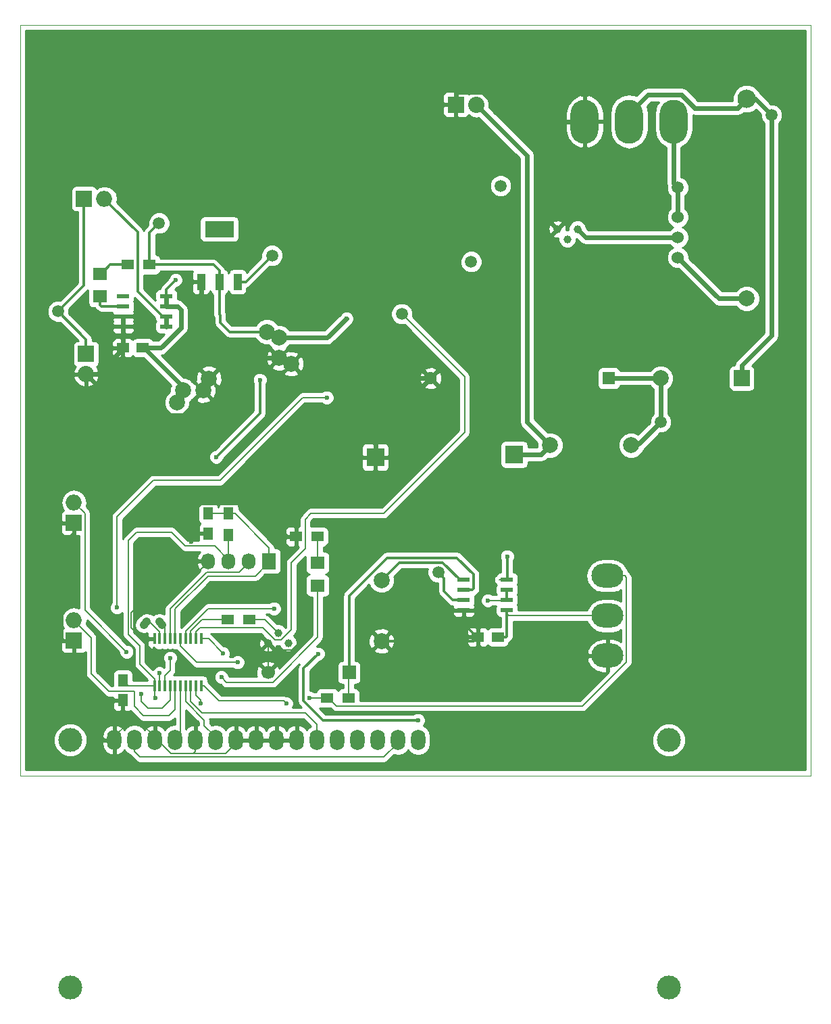
<source format=gtl>
%TF.GenerationSoftware,KiCad,Pcbnew,4.0.1-stable*%
%TF.CreationDate,2016-01-28T12:53:50-06:00*%
%TF.ProjectId,GMCounter,474D436F756E7465722E6B696361645F,rev?*%
%TF.FileFunction,Copper,L1,Top,Signal*%
%FSLAX46Y46*%
G04 Gerber Fmt 4.6, Leading zero omitted, Abs format (unit mm)*
G04 Created by KiCad (PCBNEW 4.0.1-stable) date 28/01/2016 12:53:50*
%MOMM*%
G01*
G04 APERTURE LIST*
%ADD10C,0.100000*%
%ADD11C,1.000760*%
%ADD12C,1.501140*%
%ADD13R,1.600000X1.600000*%
%ADD14C,1.600000*%
%ADD15R,1.800860X1.597660*%
%ADD16C,1.699260*%
%ADD17R,1.699260X1.699260*%
%ADD18C,1.998980*%
%ADD19R,1.998980X1.998980*%
%ADD20O,1.800000X2.600000*%
%ADD21C,3.000000*%
%ADD22C,2.301240*%
%ADD23R,2.032000X2.032000*%
%ADD24O,2.032000X2.032000*%
%ADD25R,1.727200X2.032000*%
%ADD26O,1.727200X2.032000*%
%ADD27C,1.524000*%
%ADD28O,3.500120X5.501640*%
%ADD29R,1.500000X1.300000*%
%ADD30R,1.300000X1.500000*%
%ADD31C,2.000000*%
%ADD32O,1.998980X1.998980*%
%ADD33R,1.550000X0.600000*%
%ADD34C,1.000760*%
%ADD35R,1.500000X1.250000*%
%ADD36R,1.250000X1.500000*%
%ADD37O,4.000500X2.999740*%
%ADD38R,2.235200X2.235200*%
%ADD39R,0.450000X1.450000*%
%ADD40R,3.657600X2.032000*%
%ADD41R,1.016000X2.032000*%
%ADD42C,0.600000*%
%ADD43C,0.600000*%
%ADD44C,0.160000*%
%ADD45C,0.300000*%
%ADD46C,0.254000*%
G04 APERTURE END LIST*
D10*
X152844500Y-42862500D02*
X152844500Y-136842500D01*
X53784500Y-42862500D02*
X152844500Y-42862500D01*
X53784500Y-136842500D02*
X53784500Y-42862500D01*
X152844500Y-136842500D02*
X53784500Y-136842500D01*
D11*
X86106000Y-118999000D03*
X87376000Y-120269000D03*
X84836000Y-120269000D03*
D12*
X71183500Y-67691000D03*
D13*
X127571500Y-87122000D03*
D14*
X105219500Y-87122000D03*
D15*
X63817500Y-76857860D03*
X63817500Y-74018140D03*
D16*
X84836000Y-123952000D03*
D17*
X94996000Y-123952000D03*
D15*
X91059000Y-110213140D03*
X91059000Y-113052860D03*
D18*
X134048500Y-87122000D03*
D19*
X144208500Y-87122000D03*
D20*
X65565020Y-132397500D03*
X68105020Y-132397500D03*
X70645020Y-132397500D03*
X73185020Y-132397500D03*
X75725020Y-132397500D03*
X78265020Y-132397500D03*
X80805020Y-132397500D03*
X83345020Y-132397500D03*
X85885020Y-132397500D03*
X88425020Y-132397500D03*
X90965020Y-132397500D03*
X93505020Y-132397500D03*
X96045020Y-132397500D03*
X98585020Y-132397500D03*
X101125020Y-132397500D03*
X103665020Y-132397500D03*
D21*
X60065920Y-132397500D03*
X60065920Y-163398200D03*
X135064500Y-163398200D03*
X135064500Y-132397500D03*
D18*
X144843500Y-77142340D03*
D22*
X144843500Y-52141120D03*
D23*
X108399990Y-52862058D03*
D24*
X110939990Y-52862058D03*
D12*
X113987990Y-63022058D03*
X85344000Y-71755000D03*
X58547000Y-78740000D03*
D23*
X62039500Y-84074000D03*
D24*
X62039500Y-86614000D03*
D12*
X101600000Y-79057500D03*
D25*
X84986098Y-110011982D03*
D26*
X82446098Y-110011982D03*
X79906098Y-110011982D03*
X77366098Y-110011982D03*
D12*
X110299500Y-72517000D03*
X106172000Y-111379000D03*
X136207500Y-63246000D03*
X147955000Y-54165500D03*
X134048500Y-92583000D03*
D11*
X122364500Y-69723000D03*
X121094500Y-68453000D03*
X123634500Y-68453000D03*
D27*
X136207500Y-69469000D03*
X136207500Y-66929000D03*
X136207500Y-72009000D03*
D28*
X130111500Y-54991000D03*
X135699500Y-54991000D03*
X124523500Y-54991000D03*
D29*
X69993500Y-72898000D03*
X67293500Y-72898000D03*
D30*
X79906098Y-104042982D03*
X79906098Y-106742982D03*
D29*
X92249000Y-127127000D03*
X94949000Y-127127000D03*
X91059000Y-106934000D03*
X88359000Y-106934000D03*
X82503000Y-117348000D03*
X79803000Y-117348000D03*
D18*
X130365500Y-95504000D03*
X120205500Y-95504000D03*
D31*
X99060000Y-112415320D03*
X99060000Y-120015000D03*
D32*
X64325500Y-64643000D03*
D19*
X61785500Y-64643000D03*
D32*
X60515500Y-117411500D03*
D19*
X60515500Y-119951500D03*
D32*
X60515500Y-102679500D03*
D19*
X60515500Y-105219500D03*
D33*
X66705500Y-76835000D03*
X66705500Y-78105000D03*
X66705500Y-79375000D03*
X66705500Y-80645000D03*
X72105500Y-80645000D03*
X72105500Y-79375000D03*
X72105500Y-78105000D03*
X72105500Y-76835000D03*
X109377500Y-112331500D03*
X109377500Y-113601500D03*
X109377500Y-114871500D03*
X109377500Y-116141500D03*
X114777500Y-116141500D03*
X114777500Y-114871500D03*
X114777500Y-113601500D03*
X114777500Y-112331500D03*
D34*
X69293753Y-117957327D02*
X69647575Y-117603505D01*
X71216221Y-117603505D02*
X71570043Y-117957327D01*
D35*
X69151500Y-83312000D03*
X66651500Y-83312000D03*
D36*
X66649600Y-124937200D03*
X66649600Y-127437200D03*
X77366098Y-104062982D03*
X77366098Y-106562982D03*
D35*
X113645000Y-119507000D03*
X111145000Y-119507000D03*
D37*
X127381000Y-116840000D03*
X127381000Y-121841260D03*
X127381000Y-111838740D03*
D38*
X115697000Y-96647000D03*
D18*
X74168000Y-88646000D03*
X73439020Y-90147140D03*
X76708000Y-88646000D03*
X77436980Y-87144860D03*
X86233000Y-82042000D03*
X84731860Y-81313020D03*
X86233000Y-84582000D03*
X87734140Y-85310980D03*
D39*
X70608000Y-125632000D03*
X71258000Y-125632000D03*
X71908000Y-125632000D03*
X72558000Y-125632000D03*
X73208000Y-125632000D03*
X73858000Y-125632000D03*
X74508000Y-125632000D03*
X75158000Y-125632000D03*
X75808000Y-125632000D03*
X76458000Y-125632000D03*
X76458000Y-119732000D03*
X75808000Y-119732000D03*
X75158000Y-119732000D03*
X74508000Y-119732000D03*
X73858000Y-119732000D03*
X73208000Y-119732000D03*
X72558000Y-119732000D03*
X71908000Y-119732000D03*
X71258000Y-119732000D03*
X70608000Y-119732000D03*
D40*
X78740000Y-68453000D03*
D41*
X78740000Y-75057000D03*
X81026000Y-75057000D03*
X76454000Y-75057000D03*
D38*
X98298000Y-97002600D03*
D42*
X114808000Y-109410500D03*
X73279000Y-74803000D03*
X89535000Y-118300500D03*
X75184000Y-107569000D03*
X83820000Y-87312500D03*
X78359000Y-96964500D03*
X94678500Y-79629000D03*
X70739000Y-127127000D03*
X90043000Y-127127000D03*
X71247000Y-124015500D03*
X78994000Y-124523500D03*
X76390500Y-127807010D03*
X87122000Y-127807010D03*
X79184500Y-121539000D03*
X91122500Y-121602500D03*
X103632000Y-129921000D03*
X67119500Y-121348500D03*
X72580500Y-122110500D03*
X65913000Y-115829253D03*
X68961000Y-126619000D03*
X92202000Y-89535000D03*
X85598000Y-115951000D03*
X112395000Y-114935000D03*
X81026000Y-122682000D03*
D43*
X120205500Y-95504000D02*
X117284500Y-92583000D01*
X117284500Y-92583000D02*
X117284500Y-59206568D01*
X111955989Y-53878057D02*
X110939990Y-52862058D01*
X117284500Y-59206568D02*
X111955989Y-53878057D01*
X115697000Y-96647000D02*
X119062500Y-96647000D01*
X119062500Y-96647000D02*
X120205500Y-95504000D01*
D44*
X68785040Y-134537520D02*
X99250500Y-134537520D01*
X101125020Y-132397500D02*
X101125020Y-132797500D01*
X101125020Y-132797500D02*
X99385000Y-134537520D01*
X99385000Y-134537520D02*
X99250500Y-134537520D01*
X68105020Y-132397500D02*
X68105020Y-133857500D01*
X68105020Y-133857500D02*
X68785040Y-134537520D01*
D45*
X114808000Y-109410500D02*
X114808000Y-112301000D01*
X114808000Y-112301000D02*
X114777500Y-112331500D01*
D44*
X114777500Y-112331500D02*
X113842500Y-112331500D01*
D43*
X72105500Y-76835000D02*
X72105500Y-78105000D01*
X73914000Y-80835500D02*
X73914000Y-78538500D01*
X73914000Y-78538500D02*
X73480500Y-78105000D01*
X73480500Y-78105000D02*
X72105500Y-78105000D01*
X69151500Y-83312000D02*
X71437500Y-83312000D01*
X71437500Y-83312000D02*
X73914000Y-80835500D01*
X69151500Y-83312000D02*
X69276500Y-83312000D01*
X69276500Y-83312000D02*
X74168000Y-88203500D01*
X74168000Y-88203500D02*
X74168000Y-88646000D01*
X144843500Y-77142340D02*
X141340840Y-77142340D01*
X141340840Y-77142340D02*
X136207500Y-72009000D01*
D45*
X72105500Y-76835000D02*
X72105500Y-75976500D01*
X72105500Y-75976500D02*
X73279000Y-74803000D01*
X69151500Y-83629500D02*
X69151500Y-83312000D01*
X81026000Y-75057000D02*
X82042000Y-75057000D01*
X82042000Y-75057000D02*
X85344000Y-71755000D01*
D44*
X66649600Y-127437200D02*
X66649600Y-129437080D01*
X66649600Y-129437080D02*
X67387520Y-130175000D01*
D43*
X98298000Y-97002600D02*
X98298000Y-94043500D01*
X98298000Y-94043500D02*
X105219500Y-87122000D01*
D44*
X69850000Y-114300000D02*
X73230480Y-114300000D01*
X73230480Y-114300000D02*
X77366098Y-110164382D01*
X77366098Y-110164382D02*
X77366098Y-110011982D01*
X67691000Y-116459000D02*
X69850000Y-114300000D01*
X67691000Y-118364000D02*
X67691000Y-116459000D01*
X69059000Y-119732000D02*
X67691000Y-118364000D01*
X70608000Y-119732000D02*
X69059000Y-119732000D01*
X60515500Y-105219500D02*
X60515500Y-106378990D01*
X60515500Y-106378990D02*
X59136009Y-107758481D01*
X59136009Y-107758481D02*
X59136009Y-119731499D01*
X59136009Y-119731499D02*
X59356010Y-119951500D01*
X59356010Y-119951500D02*
X60515500Y-119951500D01*
X60515500Y-119951500D02*
X60515500Y-128407980D01*
X60515500Y-128407980D02*
X64505020Y-132397500D01*
X64505020Y-132397500D02*
X65565020Y-132397500D01*
X84836000Y-120269000D02*
X85716381Y-121149381D01*
X89535000Y-119412965D02*
X89535000Y-118300500D01*
X85716381Y-121149381D02*
X87798584Y-121149381D01*
X87798584Y-121149381D02*
X89535000Y-119412965D01*
X67387520Y-130175000D02*
X68822520Y-130175000D01*
X68822520Y-130175000D02*
X70645020Y-131997500D01*
X70645020Y-131997500D02*
X70645020Y-132397500D01*
X65565020Y-131997500D02*
X67387520Y-130175000D01*
X65565020Y-132397500D02*
X65565020Y-131997500D01*
X72654823Y-134077510D02*
X74930000Y-134077510D01*
X74930000Y-134077510D02*
X79525010Y-134077510D01*
X75725020Y-132397500D02*
X75725020Y-133857500D01*
X75725020Y-133857500D02*
X75505010Y-134077510D01*
X75505010Y-134077510D02*
X74930000Y-134077510D01*
X70645020Y-132397500D02*
X70974813Y-132397500D01*
X70974813Y-132397500D02*
X72654823Y-134077510D01*
X79525010Y-134077510D02*
X80805020Y-132797500D01*
X80805020Y-132797500D02*
X80805020Y-132397500D01*
X85885020Y-132397500D02*
X88425020Y-132397500D01*
X83345020Y-132397500D02*
X85885020Y-132397500D01*
X80805020Y-132397500D02*
X83345020Y-132397500D01*
D43*
X76708000Y-88646000D02*
X75708511Y-89645489D01*
X75708511Y-89645489D02*
X75708511Y-90244897D01*
X75708511Y-90244897D02*
X74206777Y-91746631D01*
X74206777Y-91746631D02*
X67172131Y-91746631D01*
X67172131Y-91746631D02*
X63055499Y-87629999D01*
X63055499Y-87629999D02*
X62039500Y-86614000D01*
X66705500Y-80645000D02*
X66705500Y-79375000D01*
X66705500Y-80645000D02*
X66705500Y-83258000D01*
X66705500Y-83258000D02*
X66651500Y-83312000D01*
X62039500Y-86614000D02*
X63476340Y-86614000D01*
X63476340Y-86614000D02*
X66651500Y-83438840D01*
X66651500Y-83438840D02*
X66651500Y-83312000D01*
X76367000Y-79248000D02*
X76367000Y-80473000D01*
X76367000Y-80473000D02*
X79999840Y-84105840D01*
X79999840Y-84105840D02*
X79999840Y-84582000D01*
X76454000Y-75057000D02*
X76454000Y-79161000D01*
X76454000Y-79161000D02*
X76367000Y-79248000D01*
X86233000Y-84582000D02*
X79999840Y-84582000D01*
X79999840Y-84582000D02*
X77436980Y-87144860D01*
X105219500Y-87122000D02*
X89545160Y-87122000D01*
X89545160Y-87122000D02*
X87734140Y-85310980D01*
X124523500Y-54991000D02*
X115460614Y-54991000D01*
X115460614Y-54991000D02*
X111715671Y-51246057D01*
X111715671Y-51246057D02*
X108399990Y-51246058D01*
X108399990Y-51246058D02*
X108399990Y-52862058D01*
D44*
X127381000Y-121841260D02*
X112694260Y-121841260D01*
X112694260Y-121841260D02*
X111145000Y-120292000D01*
X111145000Y-120292000D02*
X111145000Y-119507000D01*
D45*
X99060000Y-120015000D02*
X110637000Y-120015000D01*
X110637000Y-120015000D02*
X111145000Y-119507000D01*
D44*
X84836000Y-120269000D02*
X84836000Y-120976644D01*
X84836000Y-120976644D02*
X84836000Y-123952000D01*
X88359000Y-106934000D02*
X87449000Y-106934000D01*
X83427981Y-102912981D02*
X76457097Y-102912981D01*
X87449000Y-106934000D02*
X83427981Y-102912981D01*
X76457097Y-102912981D02*
X75184000Y-104186078D01*
X75184000Y-104186078D02*
X75184000Y-107144736D01*
X75184000Y-107144736D02*
X75184000Y-107569000D01*
X77366098Y-106562982D02*
X76190018Y-106562982D01*
X76190018Y-106562982D02*
X75184000Y-107569000D01*
D45*
X111145000Y-119507000D02*
X111020000Y-119507000D01*
X111020000Y-119507000D02*
X109377500Y-117864500D01*
X109377500Y-117864500D02*
X109377500Y-116741500D01*
X109377500Y-116741500D02*
X109377500Y-116141500D01*
X76492000Y-79248000D02*
X76367000Y-79248000D01*
X66651500Y-80699000D02*
X66705500Y-80645000D01*
D44*
X70608000Y-125632000D02*
X67344400Y-125632000D01*
X67344400Y-125632000D02*
X66649600Y-124937200D01*
X70608000Y-125632000D02*
X70608000Y-124747000D01*
X68780757Y-120660257D02*
X67310000Y-119189500D01*
X70608000Y-124747000D02*
X68780757Y-122919757D01*
X72746599Y-106362500D02*
X74485500Y-108101401D01*
X68780757Y-122919757D02*
X68780757Y-120660257D01*
X74485500Y-108101401D02*
X78147917Y-108101401D01*
X67310000Y-119189500D02*
X67310000Y-107442000D01*
X67310000Y-107442000D02*
X68389500Y-106362500D01*
X68389500Y-106362500D02*
X72746599Y-106362500D01*
X78147917Y-108101401D02*
X79906098Y-109859582D01*
X79906098Y-109859582D02*
X79906098Y-110011982D01*
D45*
X78359000Y-96964500D02*
X83820000Y-91503500D01*
X83820000Y-91503500D02*
X83820000Y-87312500D01*
D43*
X86233000Y-82042000D02*
X92265500Y-82042000D01*
X92265500Y-82042000D02*
X94678500Y-79629000D01*
D44*
X127381000Y-111838740D02*
X129541250Y-111838740D01*
X129541250Y-111838740D02*
X129761260Y-112058750D01*
X129761260Y-112058750D02*
X129761260Y-122619931D01*
X92349000Y-127127000D02*
X92249000Y-127127000D01*
X129761260Y-122619931D02*
X124224190Y-128157001D01*
X124224190Y-128157001D02*
X93379001Y-128157001D01*
X93379001Y-128157001D02*
X92349000Y-127127000D01*
X70739000Y-127127000D02*
X70608000Y-126996000D01*
X70608000Y-126996000D02*
X70608000Y-125632000D01*
X92249000Y-127127000D02*
X90043000Y-127127000D01*
X70652999Y-125676999D02*
X70608000Y-125632000D01*
X79906098Y-106742982D02*
X79906098Y-107652982D01*
X79906098Y-107652982D02*
X79906098Y-110011982D01*
D45*
X77978000Y-72898000D02*
X78740000Y-73660000D01*
X78740000Y-73660000D02*
X78740000Y-75057000D01*
X69993500Y-72898000D02*
X77978000Y-72898000D01*
X69993500Y-72898000D02*
X69993500Y-68881000D01*
X69993500Y-68881000D02*
X71183500Y-67691000D01*
X84731860Y-81313020D02*
X80007020Y-81313020D01*
X80007020Y-81313020D02*
X78867000Y-80173000D01*
X78867000Y-80173000D02*
X78867000Y-79248000D01*
X78740000Y-75057000D02*
X78740000Y-79121000D01*
X78740000Y-79121000D02*
X78867000Y-79248000D01*
D44*
X84986098Y-110011982D02*
X84986098Y-110164382D01*
X84986098Y-110164382D02*
X83282478Y-111868002D01*
X83282478Y-111868002D02*
X77314050Y-111868002D01*
X77314050Y-111868002D02*
X73208000Y-115974052D01*
X73208000Y-115974052D02*
X73208000Y-119732000D01*
X79906098Y-104042982D02*
X80716098Y-104042982D01*
X80716098Y-104042982D02*
X84986098Y-108312982D01*
X84986098Y-108312982D02*
X84986098Y-108835982D01*
X84986098Y-108835982D02*
X84986098Y-110011982D01*
X79906098Y-104042982D02*
X77386098Y-104042982D01*
X77386098Y-104042982D02*
X77366098Y-104062982D01*
D43*
X134048500Y-87122000D02*
X134048500Y-92583000D01*
X134048500Y-87122000D02*
X127571500Y-87122000D01*
X130365500Y-95504000D02*
X131127500Y-95504000D01*
X131127500Y-95504000D02*
X134048500Y-92583000D01*
D45*
X66705500Y-78105000D02*
X63965810Y-78105000D01*
X63965810Y-78105000D02*
X63817500Y-77956690D01*
X63817500Y-77956690D02*
X63817500Y-76857860D01*
X65039240Y-72898000D02*
X67293500Y-72898000D01*
X63817500Y-74018140D02*
X63919100Y-74018140D01*
X63919100Y-74018140D02*
X65039240Y-72898000D01*
X109377500Y-113601500D02*
X110452500Y-113601500D01*
X94996000Y-122802370D02*
X94996000Y-123952000D01*
X110452500Y-113601500D02*
X110602501Y-113451499D01*
X110602501Y-113451499D02*
X110602501Y-111671499D01*
X110602501Y-111671499D02*
X108509422Y-109578420D01*
X94996000Y-114333318D02*
X94996000Y-122802370D01*
X108509422Y-109578420D02*
X99750898Y-109578420D01*
X99750898Y-109578420D02*
X94996000Y-114333318D01*
D44*
X94949000Y-127127000D02*
X94949000Y-123999000D01*
X94949000Y-123999000D02*
X94996000Y-123952000D01*
X91059000Y-110213140D02*
X91059000Y-109254310D01*
X91059000Y-109254310D02*
X91059000Y-106934000D01*
X71258000Y-124647998D02*
X71258000Y-124026500D01*
X71258000Y-124026500D02*
X71247000Y-124015500D01*
X71258000Y-124647998D02*
X71258000Y-124747000D01*
X71258000Y-124747000D02*
X71258000Y-125632000D01*
X80137893Y-125181631D02*
X79652131Y-125181631D01*
X79652131Y-125181631D02*
X78994000Y-124523500D01*
X91059000Y-113052860D02*
X91059000Y-119548855D01*
X91059000Y-119548855D02*
X85426224Y-125181631D01*
X85426224Y-125181631D02*
X80137893Y-125181631D01*
X91059000Y-113052860D02*
X90957400Y-113052860D01*
D43*
X144843500Y-52141120D02*
X143692881Y-53291739D01*
X143692881Y-53291739D02*
X138324499Y-53291739D01*
X138324499Y-53291739D02*
X136672930Y-51640170D01*
X136672930Y-51640170D02*
X132461570Y-51640170D01*
X130111500Y-53990240D02*
X130111500Y-54991000D01*
X132461570Y-51640170D02*
X130111500Y-53990240D01*
X144843500Y-52141120D02*
X145930620Y-52141120D01*
X145930620Y-52141120D02*
X147955000Y-54165500D01*
X144208500Y-87122000D02*
X144208500Y-85522510D01*
X144208500Y-85522510D02*
X147955000Y-81776010D01*
X147955000Y-81776010D02*
X147955000Y-55226966D01*
X147955000Y-55226966D02*
X147955000Y-54165500D01*
D44*
X73858000Y-125632000D02*
X73858000Y-131724520D01*
X73858000Y-131724520D02*
X73185020Y-132397500D01*
X76847536Y-129921000D02*
X76847536Y-130580016D01*
X76847536Y-130580016D02*
X78265020Y-131997500D01*
X78265020Y-131997500D02*
X78265020Y-132397500D01*
X74508000Y-125632000D02*
X74508000Y-127581464D01*
X74508000Y-127581464D02*
X76847536Y-129921000D01*
X89535000Y-129032000D02*
X90965020Y-130462020D01*
X90965020Y-130462020D02*
X90965020Y-132397500D01*
X76609088Y-129032000D02*
X89535000Y-129032000D01*
X75158000Y-125632000D02*
X75158000Y-127580912D01*
X75158000Y-127580912D02*
X76609088Y-129032000D01*
X76390500Y-127807010D02*
X76390500Y-127382746D01*
X76390500Y-127382746D02*
X75808000Y-126800246D01*
X75808000Y-126800246D02*
X75808000Y-126517000D01*
X75808000Y-126517000D02*
X75808000Y-125632000D01*
X87122000Y-127807010D02*
X86822001Y-127507011D01*
X86822001Y-127507011D02*
X78718011Y-127507011D01*
X78718011Y-127507011D02*
X76843000Y-125632000D01*
X76843000Y-125632000D02*
X76458000Y-125632000D01*
X76458000Y-119732000D02*
X77377500Y-119732000D01*
X77377500Y-119732000D02*
X79184500Y-121539000D01*
D45*
X103632000Y-129921000D02*
X91726998Y-129921000D01*
X91726998Y-129921000D02*
X89292999Y-127487001D01*
X89292999Y-127487001D02*
X89292999Y-123432001D01*
X89292999Y-123432001D02*
X91122500Y-121602500D01*
X61785500Y-64643000D02*
X61785500Y-75501500D01*
X61785500Y-75501500D02*
X58547000Y-78740000D01*
X62039500Y-84074000D02*
X62039500Y-82232500D01*
X62039500Y-82232500D02*
X58547000Y-78740000D01*
D44*
X72558000Y-119732000D02*
X72558000Y-115973500D01*
X82446098Y-110164382D02*
X82446098Y-110011982D01*
X72558000Y-115973500D02*
X77123508Y-111407992D01*
X77123508Y-111407992D02*
X81202488Y-111407992D01*
X81202488Y-111407992D02*
X82446098Y-110164382D01*
D43*
X136207500Y-69469000D02*
X124650500Y-69469000D01*
X124650500Y-69469000D02*
X123634500Y-68453000D01*
D44*
X86106000Y-118999000D02*
X84455000Y-117348000D01*
X84455000Y-117348000D02*
X82503000Y-117348000D01*
X79803000Y-117348000D02*
X76557998Y-117348000D01*
X76557998Y-117348000D02*
X75158000Y-118747998D01*
X75158000Y-118747998D02*
X75158000Y-118847000D01*
X75158000Y-118847000D02*
X75158000Y-119732000D01*
D45*
X99060000Y-112415320D02*
X101296891Y-110178429D01*
X101296891Y-110178429D02*
X106749429Y-110178429D01*
X106749429Y-110178429D02*
X108902500Y-112331500D01*
X108902500Y-112331500D02*
X109377500Y-112331500D01*
D43*
X72105500Y-79375000D02*
X72105500Y-80645000D01*
D45*
X72105500Y-79375000D02*
X71630500Y-79375000D01*
X71630500Y-79375000D02*
X68493501Y-76238001D01*
X68493501Y-76238001D02*
X68493501Y-68811001D01*
X65324989Y-65642489D02*
X64325500Y-64643000D01*
X68493501Y-68811001D02*
X65324989Y-65642489D01*
D44*
X72440800Y-129362200D02*
X73208000Y-128595000D01*
X73208000Y-128595000D02*
X73208000Y-125632000D01*
X69240400Y-129362200D02*
X72440800Y-129362200D01*
X68072000Y-128193800D02*
X69240400Y-129362200D01*
X68072000Y-126314200D02*
X68072000Y-128193800D01*
X60515500Y-117411500D02*
X62687200Y-119583200D01*
X62687200Y-119583200D02*
X62687200Y-124099722D01*
X64901678Y-126314200D02*
X68072000Y-126314200D01*
X62687200Y-124099722D02*
X64901678Y-126314200D01*
X73208000Y-125632000D02*
X73252999Y-125676999D01*
X61894991Y-116123991D02*
X67119500Y-121348500D01*
X72580500Y-122110500D02*
X72580500Y-123688402D01*
X72580500Y-123688402D02*
X71908000Y-124360902D01*
X71908000Y-124360902D02*
X71908000Y-124747000D01*
X71908000Y-124747000D02*
X71908000Y-125632000D01*
X60515500Y-102679500D02*
X61894991Y-104058991D01*
X61894991Y-104058991D02*
X61894991Y-116123991D01*
X101600000Y-79057500D02*
X109474000Y-86931500D01*
X109474000Y-93890322D02*
X99351322Y-104013000D01*
X99351322Y-104013000D02*
X90233500Y-104013000D01*
X109474000Y-86931500D02*
X109474000Y-93890322D01*
X90233500Y-104013000D02*
X89489001Y-104757499D01*
X89489001Y-104757499D02*
X89489001Y-108440499D01*
X89489001Y-108440499D02*
X87757000Y-110172500D01*
X87757000Y-110172500D02*
X87757000Y-118618000D01*
X84215001Y-118378001D02*
X76276999Y-118378001D01*
X87757000Y-118618000D02*
X86495619Y-119879381D01*
X86495619Y-119879381D02*
X85716381Y-119879381D01*
X85716381Y-119879381D02*
X84215001Y-118378001D01*
X76276999Y-118378001D02*
X75808000Y-118847000D01*
X75808000Y-118847000D02*
X75808000Y-119732000D01*
X69773800Y-128371600D02*
X68961000Y-127558800D01*
X68961000Y-127558800D02*
X68961000Y-126619000D01*
X71551800Y-128371600D02*
X69773800Y-128371600D01*
X72558000Y-127365400D02*
X71551800Y-128371600D01*
X72558000Y-126977500D02*
X72558000Y-127365400D01*
X72558000Y-126977500D02*
X72558000Y-125632000D01*
X65913000Y-104457500D02*
X65913000Y-115570000D01*
X65913000Y-115570000D02*
X65913000Y-115829253D01*
X92202000Y-89535000D02*
X89184526Y-89535000D01*
X89184526Y-89535000D02*
X78834026Y-99885500D01*
X78834026Y-99885500D02*
X70485000Y-99885500D01*
X70485000Y-99885500D02*
X65913000Y-104457500D01*
X74508000Y-119732000D02*
X74508000Y-118747446D01*
X74508000Y-118747446D02*
X77304446Y-115951000D01*
X77304446Y-115951000D02*
X85598000Y-115951000D01*
D45*
X106922569Y-113780569D02*
X108013500Y-114871500D01*
X108013500Y-114871500D02*
X109377500Y-114871500D01*
X106172000Y-111379000D02*
X106922569Y-112129569D01*
X106922569Y-112129569D02*
X106922569Y-113780569D01*
D44*
X71908000Y-119732000D02*
X71908000Y-118295284D01*
X71908000Y-118295284D02*
X71181198Y-117568482D01*
X69682598Y-117568482D02*
X69979482Y-117568482D01*
X69979482Y-117568482D02*
X71258000Y-118847000D01*
X71258000Y-118847000D02*
X71258000Y-119732000D01*
X71213001Y-119687001D02*
X71258000Y-119732000D01*
D43*
X135699500Y-54991000D02*
X135699500Y-62738000D01*
X135699500Y-62738000D02*
X136207500Y-63246000D01*
X136207500Y-66929000D02*
X136207500Y-63246000D01*
D44*
X127381000Y-116840000D02*
X115016000Y-116840000D01*
X115016000Y-116840000D02*
X114777500Y-116601500D01*
X114777500Y-116601500D02*
X114777500Y-116141500D01*
D45*
X113645000Y-119507000D02*
X114695000Y-119507000D01*
X114695000Y-119507000D02*
X114777500Y-119424500D01*
X114777500Y-119424500D02*
X114777500Y-116741500D01*
X114777500Y-116741500D02*
X114777500Y-116141500D01*
D44*
X112395000Y-114935000D02*
X114714000Y-114935000D01*
X114714000Y-114935000D02*
X114777500Y-114871500D01*
X73858000Y-119732000D02*
X73858000Y-120617000D01*
X73858000Y-120617000D02*
X75923000Y-122682000D01*
X75923000Y-122682000D02*
X81026000Y-122682000D01*
D45*
X114777500Y-113601500D02*
X114777500Y-114871500D01*
D46*
G36*
X152159500Y-136157500D02*
X54469500Y-136157500D01*
X54469500Y-132820315D01*
X57930550Y-132820315D01*
X58254900Y-133605300D01*
X58854961Y-134206409D01*
X59639379Y-134532128D01*
X60488735Y-134532870D01*
X61273720Y-134208520D01*
X61874829Y-133608459D01*
X62200548Y-132824041D01*
X62200809Y-132524500D01*
X64030020Y-132524500D01*
X64030020Y-132924500D01*
X64195466Y-133502252D01*
X64569414Y-133972712D01*
X65094934Y-134264256D01*
X65200280Y-134288536D01*
X65438020Y-134167878D01*
X65438020Y-132524500D01*
X64030020Y-132524500D01*
X62200809Y-132524500D01*
X62201290Y-131974685D01*
X62158242Y-131870500D01*
X64030020Y-131870500D01*
X64030020Y-132270500D01*
X65438020Y-132270500D01*
X65438020Y-130627122D01*
X65200280Y-130506464D01*
X65094934Y-130530744D01*
X64569414Y-130822288D01*
X64195466Y-131292748D01*
X64030020Y-131870500D01*
X62158242Y-131870500D01*
X61876940Y-131189700D01*
X61276879Y-130588591D01*
X60492461Y-130262872D01*
X59643105Y-130262130D01*
X58858120Y-130586480D01*
X58257011Y-131186541D01*
X57931292Y-131970959D01*
X57930550Y-132820315D01*
X54469500Y-132820315D01*
X54469500Y-127722950D01*
X65389600Y-127722950D01*
X65389600Y-128313509D01*
X65486273Y-128546898D01*
X65664901Y-128725527D01*
X65898290Y-128822200D01*
X66363850Y-128822200D01*
X66522600Y-128663450D01*
X66522600Y-127564200D01*
X65548350Y-127564200D01*
X65389600Y-127722950D01*
X54469500Y-127722950D01*
X54469500Y-120237250D01*
X58881010Y-120237250D01*
X58881010Y-121077299D01*
X58977683Y-121310688D01*
X59156311Y-121489317D01*
X59389700Y-121585990D01*
X60229750Y-121585990D01*
X60388500Y-121427240D01*
X60388500Y-120078500D01*
X59039760Y-120078500D01*
X58881010Y-120237250D01*
X54469500Y-120237250D01*
X54469500Y-105505250D01*
X58881010Y-105505250D01*
X58881010Y-106345299D01*
X58977683Y-106578688D01*
X59156311Y-106757317D01*
X59389700Y-106853990D01*
X60229750Y-106853990D01*
X60388500Y-106695240D01*
X60388500Y-105346500D01*
X59039760Y-105346500D01*
X58881010Y-105505250D01*
X54469500Y-105505250D01*
X54469500Y-102647478D01*
X58881010Y-102647478D01*
X58881010Y-102711522D01*
X59005428Y-103337014D01*
X59218513Y-103655918D01*
X59156311Y-103681683D01*
X58977683Y-103860312D01*
X58881010Y-104093701D01*
X58881010Y-104933750D01*
X59039760Y-105092500D01*
X60388500Y-105092500D01*
X60388500Y-105072500D01*
X60642500Y-105072500D01*
X60642500Y-105092500D01*
X60662500Y-105092500D01*
X60662500Y-105346500D01*
X60642500Y-105346500D01*
X60642500Y-106695240D01*
X60801250Y-106853990D01*
X61179991Y-106853990D01*
X61179991Y-115895464D01*
X61140992Y-115869406D01*
X60515500Y-115744988D01*
X59890008Y-115869406D01*
X59359741Y-116223719D01*
X59005428Y-116753986D01*
X58881010Y-117379478D01*
X58881010Y-117443522D01*
X59005428Y-118069014D01*
X59218513Y-118387918D01*
X59156311Y-118413683D01*
X58977683Y-118592312D01*
X58881010Y-118825701D01*
X58881010Y-119665750D01*
X59039760Y-119824500D01*
X60388500Y-119824500D01*
X60388500Y-119804500D01*
X60642500Y-119804500D01*
X60642500Y-119824500D01*
X60662500Y-119824500D01*
X60662500Y-120078500D01*
X60642500Y-120078500D01*
X60642500Y-121427240D01*
X60801250Y-121585990D01*
X61641300Y-121585990D01*
X61874689Y-121489317D01*
X61972200Y-121391805D01*
X61972200Y-124099722D01*
X62026626Y-124373341D01*
X62181619Y-124605303D01*
X64396097Y-126819781D01*
X64628059Y-126974774D01*
X64901678Y-127029200D01*
X65389600Y-127029200D01*
X65389600Y-127151450D01*
X65548350Y-127310200D01*
X66522600Y-127310200D01*
X66522600Y-127290200D01*
X66776600Y-127290200D01*
X66776600Y-127310200D01*
X66796600Y-127310200D01*
X66796600Y-127564200D01*
X66776600Y-127564200D01*
X66776600Y-128663450D01*
X66935350Y-128822200D01*
X67400910Y-128822200D01*
X67604789Y-128737751D01*
X68734819Y-129867781D01*
X68966781Y-130022774D01*
X69240400Y-130077200D01*
X72440800Y-130077200D01*
X72714419Y-130022774D01*
X72946381Y-129867781D01*
X73143000Y-129671162D01*
X73143000Y-130432949D01*
X72597601Y-130541436D01*
X72099611Y-130874182D01*
X71908828Y-131159710D01*
X71640626Y-130822288D01*
X71115106Y-130530744D01*
X71009760Y-130506464D01*
X70772020Y-130627122D01*
X70772020Y-132270500D01*
X70792020Y-132270500D01*
X70792020Y-132524500D01*
X70772020Y-132524500D01*
X70772020Y-132544500D01*
X70518020Y-132544500D01*
X70518020Y-132524500D01*
X70498020Y-132524500D01*
X70498020Y-132270500D01*
X70518020Y-132270500D01*
X70518020Y-130627122D01*
X70280280Y-130506464D01*
X70174934Y-130530744D01*
X69649414Y-130822288D01*
X69381212Y-131159710D01*
X69190429Y-130874182D01*
X68692439Y-130541436D01*
X68105020Y-130424591D01*
X67517601Y-130541436D01*
X67019611Y-130874182D01*
X66828828Y-131159710D01*
X66560626Y-130822288D01*
X66035106Y-130530744D01*
X65929760Y-130506464D01*
X65692020Y-130627122D01*
X65692020Y-132270500D01*
X65712020Y-132270500D01*
X65712020Y-132524500D01*
X65692020Y-132524500D01*
X65692020Y-134167878D01*
X65929760Y-134288536D01*
X66035106Y-134264256D01*
X66560626Y-133972712D01*
X66828828Y-133635290D01*
X67019611Y-133920818D01*
X67517601Y-134253564D01*
X67527589Y-134255551D01*
X67599439Y-134363081D01*
X68279459Y-135043102D01*
X68511422Y-135198095D01*
X68785040Y-135252520D01*
X99385000Y-135252520D01*
X99658619Y-135198094D01*
X99890581Y-135043101D01*
X100656473Y-134277209D01*
X101125020Y-134370409D01*
X101712439Y-134253564D01*
X102210429Y-133920818D01*
X102395020Y-133644558D01*
X102579611Y-133920818D01*
X103077601Y-134253564D01*
X103665020Y-134370409D01*
X104252439Y-134253564D01*
X104750429Y-133920818D01*
X105083175Y-133422828D01*
X105200020Y-132835409D01*
X105200020Y-132820315D01*
X132929130Y-132820315D01*
X133253480Y-133605300D01*
X133853541Y-134206409D01*
X134637959Y-134532128D01*
X135487315Y-134532870D01*
X136272300Y-134208520D01*
X136873409Y-133608459D01*
X137199128Y-132824041D01*
X137199870Y-131974685D01*
X136875520Y-131189700D01*
X136275459Y-130588591D01*
X135491041Y-130262872D01*
X134641685Y-130262130D01*
X133856700Y-130586480D01*
X133255591Y-131186541D01*
X132929872Y-131970959D01*
X132929130Y-132820315D01*
X105200020Y-132820315D01*
X105200020Y-131959591D01*
X105083175Y-131372172D01*
X104750429Y-130874182D01*
X104301253Y-130574052D01*
X104424192Y-130451327D01*
X104566838Y-130107799D01*
X104567162Y-129735833D01*
X104425117Y-129392057D01*
X104162327Y-129128808D01*
X103818799Y-128986162D01*
X103446833Y-128985838D01*
X103103057Y-129127883D01*
X103094926Y-129136000D01*
X92052156Y-129136000D01*
X91300373Y-128384217D01*
X91499000Y-128424440D01*
X92635277Y-128424440D01*
X92873419Y-128662582D01*
X92967623Y-128725527D01*
X93105382Y-128817575D01*
X93379001Y-128872001D01*
X124224190Y-128872001D01*
X124497809Y-128817575D01*
X124729771Y-128662582D01*
X130266841Y-123125513D01*
X130421834Y-122893550D01*
X130476260Y-122619931D01*
X130476260Y-112058750D01*
X130421834Y-111785131D01*
X130266841Y-111553169D01*
X130046831Y-111333159D01*
X129955123Y-111271881D01*
X129905371Y-111021761D01*
X129442589Y-110329159D01*
X128749987Y-109866377D01*
X127933008Y-109703870D01*
X126828992Y-109703870D01*
X126012013Y-109866377D01*
X125319411Y-110329159D01*
X124856629Y-111021761D01*
X124694122Y-111838740D01*
X124856629Y-112655719D01*
X125319411Y-113348321D01*
X126012013Y-113811103D01*
X126828992Y-113973610D01*
X127933008Y-113973610D01*
X128749987Y-113811103D01*
X129046260Y-113613140D01*
X129046260Y-115065600D01*
X128749987Y-114867637D01*
X127933008Y-114705130D01*
X126828992Y-114705130D01*
X126012013Y-114867637D01*
X125319411Y-115330419D01*
X124856629Y-116023021D01*
X124836344Y-116125000D01*
X116199940Y-116125000D01*
X116199940Y-115841500D01*
X116155662Y-115606183D01*
X116091822Y-115506972D01*
X116148931Y-115423390D01*
X116199940Y-115171500D01*
X116199940Y-114571500D01*
X116155662Y-114336183D01*
X116091822Y-114236972D01*
X116148931Y-114153390D01*
X116199940Y-113901500D01*
X116199940Y-113301500D01*
X116155662Y-113066183D01*
X116091822Y-112966972D01*
X116148931Y-112883390D01*
X116199940Y-112631500D01*
X116199940Y-112031500D01*
X116155662Y-111796183D01*
X116016590Y-111580059D01*
X115804390Y-111435069D01*
X115593000Y-111392261D01*
X115593000Y-109948006D01*
X115600192Y-109940827D01*
X115742838Y-109597299D01*
X115743162Y-109225333D01*
X115601117Y-108881557D01*
X115338327Y-108618308D01*
X114994799Y-108475662D01*
X114622833Y-108475338D01*
X114279057Y-108617383D01*
X114015808Y-108880173D01*
X113873162Y-109223701D01*
X113872838Y-109595667D01*
X114014883Y-109939443D01*
X114023000Y-109947574D01*
X114023000Y-111384060D01*
X114002500Y-111384060D01*
X113767183Y-111428338D01*
X113551059Y-111567410D01*
X113406069Y-111779610D01*
X113406045Y-111779730D01*
X113336919Y-111825919D01*
X113181926Y-112057881D01*
X113127500Y-112331500D01*
X113181926Y-112605119D01*
X113336919Y-112837081D01*
X113412852Y-112887818D01*
X113463178Y-112966028D01*
X113406069Y-113049610D01*
X113355060Y-113301500D01*
X113355060Y-113901500D01*
X113399338Y-114136817D01*
X113452865Y-114220000D01*
X113002384Y-114220000D01*
X112925327Y-114142808D01*
X112581799Y-114000162D01*
X112209833Y-113999838D01*
X111866057Y-114141883D01*
X111602808Y-114404673D01*
X111460162Y-114748201D01*
X111459838Y-115120167D01*
X111601883Y-115463943D01*
X111864673Y-115727192D01*
X112208201Y-115869838D01*
X112580167Y-115870162D01*
X112923943Y-115728117D01*
X113002196Y-115650000D01*
X113393840Y-115650000D01*
X113355060Y-115841500D01*
X113355060Y-116441500D01*
X113399338Y-116676817D01*
X113538410Y-116892941D01*
X113750610Y-117037931D01*
X113992500Y-117086915D01*
X113992500Y-118234560D01*
X112895000Y-118234560D01*
X112659683Y-118278838D01*
X112443559Y-118417910D01*
X112397031Y-118486006D01*
X112254698Y-118343673D01*
X112021309Y-118247000D01*
X111430750Y-118247000D01*
X111272000Y-118405750D01*
X111272000Y-119380000D01*
X111292000Y-119380000D01*
X111292000Y-119634000D01*
X111272000Y-119634000D01*
X111272000Y-120608250D01*
X111430750Y-120767000D01*
X112021309Y-120767000D01*
X112254698Y-120670327D01*
X112395936Y-120529090D01*
X112430910Y-120583441D01*
X112643110Y-120728431D01*
X112895000Y-120779440D01*
X114395000Y-120779440D01*
X114630317Y-120735162D01*
X114846441Y-120596090D01*
X114991431Y-120383890D01*
X115026323Y-120211588D01*
X115250079Y-120062079D01*
X115332579Y-119979579D01*
X115502745Y-119724906D01*
X115562501Y-119424500D01*
X115562500Y-119424495D01*
X115562500Y-117555000D01*
X124836344Y-117555000D01*
X124856629Y-117656979D01*
X125319411Y-118349581D01*
X126012013Y-118812363D01*
X126828992Y-118974870D01*
X127933008Y-118974870D01*
X128749987Y-118812363D01*
X129046260Y-118614400D01*
X129046260Y-120092219D01*
X128815692Y-119917498D01*
X128008380Y-119706390D01*
X127508000Y-119706390D01*
X127508000Y-121714260D01*
X127528000Y-121714260D01*
X127528000Y-121968260D01*
X127508000Y-121968260D01*
X127508000Y-123862028D01*
X123928028Y-127442001D01*
X96346440Y-127442001D01*
X96346440Y-126477000D01*
X96302162Y-126241683D01*
X96163090Y-126025559D01*
X95950890Y-125880569D01*
X95699000Y-125829560D01*
X95664000Y-125829560D01*
X95664000Y-125449070D01*
X95845630Y-125449070D01*
X96080947Y-125404792D01*
X96297071Y-125265720D01*
X96442061Y-125053520D01*
X96493070Y-124801630D01*
X96493070Y-123102370D01*
X96448792Y-122867053D01*
X96309720Y-122650929D01*
X96097520Y-122505939D01*
X95845630Y-122454930D01*
X95781000Y-122454930D01*
X95781000Y-122300072D01*
X124795635Y-122300072D01*
X124859656Y-122540907D01*
X125281236Y-123261039D01*
X125946308Y-123765022D01*
X126753620Y-123976130D01*
X127254000Y-123976130D01*
X127254000Y-121968260D01*
X124908585Y-121968260D01*
X124795635Y-122300072D01*
X95781000Y-122300072D01*
X95781000Y-121167532D01*
X98087073Y-121167532D01*
X98185736Y-121434387D01*
X98795461Y-121660908D01*
X99445460Y-121636856D01*
X99934264Y-121434387D01*
X99953467Y-121382448D01*
X124795635Y-121382448D01*
X124908585Y-121714260D01*
X127254000Y-121714260D01*
X127254000Y-119706390D01*
X126753620Y-119706390D01*
X125946308Y-119917498D01*
X125281236Y-120421481D01*
X124859656Y-121141613D01*
X124795635Y-121382448D01*
X99953467Y-121382448D01*
X100032927Y-121167532D01*
X99060000Y-120194605D01*
X98087073Y-121167532D01*
X95781000Y-121167532D01*
X95781000Y-119750461D01*
X97414092Y-119750461D01*
X97438144Y-120400460D01*
X97640613Y-120889264D01*
X97907468Y-120987927D01*
X98880395Y-120015000D01*
X99239605Y-120015000D01*
X100212532Y-120987927D01*
X100479387Y-120889264D01*
X100705908Y-120279539D01*
X100687896Y-119792750D01*
X109760000Y-119792750D01*
X109760000Y-120258310D01*
X109856673Y-120491699D01*
X110035302Y-120670327D01*
X110268691Y-120767000D01*
X110859250Y-120767000D01*
X111018000Y-120608250D01*
X111018000Y-119634000D01*
X109918750Y-119634000D01*
X109760000Y-119792750D01*
X100687896Y-119792750D01*
X100681856Y-119629540D01*
X100479387Y-119140736D01*
X100212532Y-119042073D01*
X99239605Y-120015000D01*
X98880395Y-120015000D01*
X97907468Y-119042073D01*
X97640613Y-119140736D01*
X97414092Y-119750461D01*
X95781000Y-119750461D01*
X95781000Y-118862468D01*
X98087073Y-118862468D01*
X99060000Y-119835395D01*
X100032927Y-118862468D01*
X99993449Y-118755690D01*
X109760000Y-118755690D01*
X109760000Y-119221250D01*
X109918750Y-119380000D01*
X111018000Y-119380000D01*
X111018000Y-118405750D01*
X110859250Y-118247000D01*
X110268691Y-118247000D01*
X110035302Y-118343673D01*
X109856673Y-118522301D01*
X109760000Y-118755690D01*
X99993449Y-118755690D01*
X99934264Y-118595613D01*
X99324539Y-118369092D01*
X98674540Y-118393144D01*
X98185736Y-118595613D01*
X98087073Y-118862468D01*
X95781000Y-118862468D01*
X95781000Y-116427250D01*
X107967500Y-116427250D01*
X107967500Y-116567810D01*
X108064173Y-116801199D01*
X108242802Y-116979827D01*
X108476191Y-117076500D01*
X109091750Y-117076500D01*
X109250500Y-116917750D01*
X109250500Y-116268500D01*
X109504500Y-116268500D01*
X109504500Y-116917750D01*
X109663250Y-117076500D01*
X110278809Y-117076500D01*
X110512198Y-116979827D01*
X110690827Y-116801199D01*
X110787500Y-116567810D01*
X110787500Y-116427250D01*
X110628750Y-116268500D01*
X109504500Y-116268500D01*
X109250500Y-116268500D01*
X108126250Y-116268500D01*
X107967500Y-116427250D01*
X95781000Y-116427250D01*
X95781000Y-114658476D01*
X97505310Y-112934166D01*
X97673106Y-113340263D01*
X98132637Y-113800598D01*
X98733352Y-114050036D01*
X99383795Y-114050604D01*
X99984943Y-113802214D01*
X100445278Y-113342683D01*
X100694716Y-112741968D01*
X100695284Y-112091525D01*
X100636418Y-111949060D01*
X101622049Y-110963429D01*
X104844287Y-110963429D01*
X104786671Y-111102184D01*
X104786190Y-111653398D01*
X104996686Y-112162837D01*
X105386113Y-112552944D01*
X105895184Y-112764329D01*
X106137569Y-112764541D01*
X106137569Y-113780569D01*
X106197324Y-114080976D01*
X106367490Y-114335648D01*
X107458421Y-115426579D01*
X107713094Y-115596745D01*
X107993461Y-115652514D01*
X107967500Y-115715190D01*
X107967500Y-115855750D01*
X108126250Y-116014500D01*
X109250500Y-116014500D01*
X109250500Y-115994500D01*
X109504500Y-115994500D01*
X109504500Y-116014500D01*
X110628750Y-116014500D01*
X110787500Y-115855750D01*
X110787500Y-115715190D01*
X110697694Y-115498378D01*
X110748931Y-115423390D01*
X110799940Y-115171500D01*
X110799940Y-114571500D01*
X110755662Y-114336183D01*
X110749965Y-114327330D01*
X110752907Y-114326745D01*
X111007579Y-114156579D01*
X111157580Y-114006578D01*
X111162083Y-113999838D01*
X111327746Y-113751905D01*
X111387501Y-113451499D01*
X111387501Y-111671499D01*
X111327746Y-111371093D01*
X111157580Y-111116420D01*
X109064501Y-109023341D01*
X108809829Y-108853175D01*
X108509422Y-108793420D01*
X99750898Y-108793420D01*
X99450491Y-108853175D01*
X99195819Y-109023341D01*
X94440921Y-113778239D01*
X94270755Y-114032911D01*
X94230259Y-114236499D01*
X94211000Y-114333318D01*
X94211000Y-122454930D01*
X94146370Y-122454930D01*
X93911053Y-122499208D01*
X93694929Y-122638280D01*
X93549939Y-122850480D01*
X93498930Y-123102370D01*
X93498930Y-124801630D01*
X93543208Y-125036947D01*
X93682280Y-125253071D01*
X93894480Y-125398061D01*
X94146370Y-125449070D01*
X94234000Y-125449070D01*
X94234000Y-125829560D01*
X94199000Y-125829560D01*
X93963683Y-125873838D01*
X93747559Y-126012910D01*
X93602569Y-126225110D01*
X93599919Y-126238197D01*
X93463090Y-126025559D01*
X93250890Y-125880569D01*
X92999000Y-125829560D01*
X91499000Y-125829560D01*
X91263683Y-125873838D01*
X91047559Y-126012910D01*
X90902569Y-126225110D01*
X90864723Y-126412000D01*
X90650384Y-126412000D01*
X90573327Y-126334808D01*
X90229799Y-126192162D01*
X90077999Y-126192030D01*
X90077999Y-123757159D01*
X91297505Y-122537653D01*
X91307667Y-122537662D01*
X91651443Y-122395617D01*
X91914692Y-122132827D01*
X92057338Y-121789299D01*
X92057662Y-121417333D01*
X91915617Y-121073557D01*
X91652827Y-120810308D01*
X91309299Y-120667662D01*
X90951667Y-120667350D01*
X91564581Y-120054436D01*
X91719574Y-119822474D01*
X91738981Y-119724906D01*
X91774000Y-119548855D01*
X91774000Y-114499130D01*
X91959430Y-114499130D01*
X92194747Y-114454852D01*
X92410871Y-114315780D01*
X92555861Y-114103580D01*
X92606870Y-113851690D01*
X92606870Y-112254030D01*
X92562592Y-112018713D01*
X92423520Y-111802589D01*
X92211320Y-111657599D01*
X92094634Y-111633970D01*
X92194747Y-111615132D01*
X92410871Y-111476060D01*
X92555861Y-111263860D01*
X92606870Y-111011970D01*
X92606870Y-109414310D01*
X92562592Y-109178993D01*
X92423520Y-108962869D01*
X92211320Y-108817879D01*
X91959430Y-108766870D01*
X91774000Y-108766870D01*
X91774000Y-108231440D01*
X91809000Y-108231440D01*
X92044317Y-108187162D01*
X92260441Y-108048090D01*
X92405431Y-107835890D01*
X92456440Y-107584000D01*
X92456440Y-106284000D01*
X92412162Y-106048683D01*
X92273090Y-105832559D01*
X92060890Y-105687569D01*
X91809000Y-105636560D01*
X90309000Y-105636560D01*
X90204001Y-105656317D01*
X90204001Y-105053661D01*
X90529663Y-104728000D01*
X99351322Y-104728000D01*
X99624941Y-104673574D01*
X99856903Y-104518581D01*
X109979582Y-94395903D01*
X110134575Y-94163940D01*
X110189000Y-93890322D01*
X110189000Y-86931500D01*
X110134574Y-86657881D01*
X110042032Y-86519383D01*
X109979582Y-86425919D01*
X102956766Y-79403104D01*
X102985329Y-79334316D01*
X102985810Y-78783102D01*
X102775314Y-78273663D01*
X102385887Y-77883556D01*
X101876816Y-77672171D01*
X101325602Y-77671690D01*
X100816163Y-77882186D01*
X100426056Y-78271613D01*
X100214671Y-78780684D01*
X100214190Y-79331898D01*
X100424686Y-79841337D01*
X100814113Y-80231444D01*
X101323184Y-80442829D01*
X101874398Y-80443310D01*
X101945337Y-80413999D01*
X108759000Y-87227663D01*
X108759000Y-93594159D01*
X99055160Y-103298000D01*
X90233500Y-103298000D01*
X89959882Y-103352425D01*
X89727919Y-103507418D01*
X88983420Y-104251918D01*
X88828427Y-104483880D01*
X88774001Y-104757499D01*
X88774001Y-105649000D01*
X88644750Y-105649000D01*
X88486000Y-105807750D01*
X88486000Y-106807000D01*
X88506000Y-106807000D01*
X88506000Y-107061000D01*
X88486000Y-107061000D01*
X88486000Y-108060250D01*
X88644750Y-108219000D01*
X88699337Y-108219000D01*
X87251419Y-109666919D01*
X87096426Y-109898881D01*
X87042000Y-110172500D01*
X87042000Y-118321838D01*
X87038141Y-118325697D01*
X86749981Y-118037033D01*
X86332832Y-117863818D01*
X85981674Y-117863512D01*
X84960581Y-116842419D01*
X84728619Y-116687426D01*
X84620903Y-116666000D01*
X84990616Y-116666000D01*
X85067673Y-116743192D01*
X85411201Y-116885838D01*
X85783167Y-116886162D01*
X86126943Y-116744117D01*
X86390192Y-116481327D01*
X86532838Y-116137799D01*
X86533162Y-115765833D01*
X86391117Y-115422057D01*
X86128327Y-115158808D01*
X85784799Y-115016162D01*
X85412833Y-115015838D01*
X85069057Y-115157883D01*
X84990804Y-115236000D01*
X77304446Y-115236000D01*
X77030827Y-115290426D01*
X76831834Y-115423390D01*
X76798865Y-115445419D01*
X74002419Y-118241865D01*
X73923777Y-118359560D01*
X73923000Y-118359560D01*
X73923000Y-116270214D01*
X77610213Y-112583002D01*
X83282478Y-112583002D01*
X83556097Y-112528576D01*
X83788059Y-112373583D01*
X84486220Y-111675422D01*
X85849698Y-111675422D01*
X86085015Y-111631144D01*
X86301139Y-111492072D01*
X86446129Y-111279872D01*
X86497138Y-111027982D01*
X86497138Y-108995982D01*
X86452860Y-108760665D01*
X86313788Y-108544541D01*
X86101588Y-108399551D01*
X85849698Y-108348542D01*
X85701098Y-108348542D01*
X85701098Y-108312982D01*
X85646672Y-108039363D01*
X85491679Y-107807401D01*
X84904028Y-107219750D01*
X86974000Y-107219750D01*
X86974000Y-107710310D01*
X87070673Y-107943699D01*
X87249302Y-108122327D01*
X87482691Y-108219000D01*
X88073250Y-108219000D01*
X88232000Y-108060250D01*
X88232000Y-107061000D01*
X87132750Y-107061000D01*
X86974000Y-107219750D01*
X84904028Y-107219750D01*
X83841968Y-106157690D01*
X86974000Y-106157690D01*
X86974000Y-106648250D01*
X87132750Y-106807000D01*
X88232000Y-106807000D01*
X88232000Y-105807750D01*
X88073250Y-105649000D01*
X87482691Y-105649000D01*
X87249302Y-105745673D01*
X87070673Y-105924301D01*
X86974000Y-106157690D01*
X83841968Y-106157690D01*
X81221679Y-103537401D01*
X81203538Y-103525279D01*
X81203538Y-103292982D01*
X81159260Y-103057665D01*
X81020188Y-102841541D01*
X80807988Y-102696551D01*
X80556098Y-102645542D01*
X79256098Y-102645542D01*
X79020781Y-102689820D01*
X78804657Y-102828892D01*
X78659667Y-103041092D01*
X78622196Y-103226131D01*
X78594260Y-103077665D01*
X78455188Y-102861541D01*
X78242988Y-102716551D01*
X77991098Y-102665542D01*
X76741098Y-102665542D01*
X76505781Y-102709820D01*
X76289657Y-102848892D01*
X76144667Y-103061092D01*
X76093658Y-103312982D01*
X76093658Y-104812982D01*
X76137936Y-105048299D01*
X76277008Y-105264423D01*
X76345104Y-105310951D01*
X76202771Y-105453284D01*
X76106098Y-105686673D01*
X76106098Y-106277232D01*
X76264848Y-106435982D01*
X77239098Y-106435982D01*
X77239098Y-106415982D01*
X77493098Y-106415982D01*
X77493098Y-106435982D01*
X77513098Y-106435982D01*
X77513098Y-106689982D01*
X77493098Y-106689982D01*
X77493098Y-106709982D01*
X77239098Y-106709982D01*
X77239098Y-106689982D01*
X76264848Y-106689982D01*
X76106098Y-106848732D01*
X76106098Y-107386401D01*
X74781663Y-107386401D01*
X73252180Y-105856919D01*
X73020218Y-105701926D01*
X72746599Y-105647500D01*
X68389500Y-105647500D01*
X68115882Y-105701925D01*
X67883919Y-105856918D01*
X66804419Y-106936419D01*
X66649426Y-107168381D01*
X66628000Y-107276097D01*
X66628000Y-104753662D01*
X70781163Y-100600500D01*
X78834026Y-100600500D01*
X79107645Y-100546074D01*
X79339607Y-100391081D01*
X82442338Y-97288350D01*
X96545400Y-97288350D01*
X96545400Y-98246510D01*
X96642073Y-98479899D01*
X96820702Y-98658527D01*
X97054091Y-98755200D01*
X98012250Y-98755200D01*
X98171000Y-98596450D01*
X98171000Y-97129600D01*
X98425000Y-97129600D01*
X98425000Y-98596450D01*
X98583750Y-98755200D01*
X99541909Y-98755200D01*
X99775298Y-98658527D01*
X99953927Y-98479899D01*
X100050600Y-98246510D01*
X100050600Y-97288350D01*
X99891850Y-97129600D01*
X98425000Y-97129600D01*
X98171000Y-97129600D01*
X96704150Y-97129600D01*
X96545400Y-97288350D01*
X82442338Y-97288350D01*
X83971998Y-95758690D01*
X96545400Y-95758690D01*
X96545400Y-96716850D01*
X96704150Y-96875600D01*
X98171000Y-96875600D01*
X98171000Y-95408750D01*
X98425000Y-95408750D01*
X98425000Y-96875600D01*
X99891850Y-96875600D01*
X100050600Y-96716850D01*
X100050600Y-95758690D01*
X99953927Y-95525301D01*
X99775298Y-95346673D01*
X99541909Y-95250000D01*
X98583750Y-95250000D01*
X98425000Y-95408750D01*
X98171000Y-95408750D01*
X98012250Y-95250000D01*
X97054091Y-95250000D01*
X96820702Y-95346673D01*
X96642073Y-95525301D01*
X96545400Y-95758690D01*
X83971998Y-95758690D01*
X89480689Y-90250000D01*
X91594616Y-90250000D01*
X91671673Y-90327192D01*
X92015201Y-90469838D01*
X92387167Y-90470162D01*
X92730943Y-90328117D01*
X92994192Y-90065327D01*
X93136838Y-89721799D01*
X93137162Y-89349833D01*
X92995117Y-89006057D01*
X92732327Y-88742808D01*
X92388799Y-88600162D01*
X92016833Y-88599838D01*
X91673057Y-88741883D01*
X91594804Y-88820000D01*
X89184526Y-88820000D01*
X88960080Y-88864645D01*
X88910907Y-88874426D01*
X88678944Y-89029419D01*
X78537864Y-99170500D01*
X70485000Y-99170500D01*
X70211381Y-99224926D01*
X69979418Y-99379919D01*
X65407419Y-103951919D01*
X65252426Y-104183881D01*
X65198000Y-104457500D01*
X65198000Y-115221869D01*
X65120808Y-115298926D01*
X64978162Y-115642454D01*
X64977838Y-116014420D01*
X65119883Y-116358196D01*
X65382673Y-116621445D01*
X65726201Y-116764091D01*
X66098167Y-116764415D01*
X66441943Y-116622370D01*
X66595000Y-116469580D01*
X66595000Y-119189500D01*
X66649426Y-119463119D01*
X66804419Y-119695081D01*
X68065757Y-120956420D01*
X68065757Y-122919757D01*
X68120183Y-123193376D01*
X68275176Y-123425338D01*
X69739143Y-124889305D01*
X69735560Y-124907000D01*
X69735560Y-124917000D01*
X67922040Y-124917000D01*
X67922040Y-124187200D01*
X67877762Y-123951883D01*
X67738690Y-123735759D01*
X67526490Y-123590769D01*
X67274600Y-123539760D01*
X66024600Y-123539760D01*
X65789283Y-123584038D01*
X65573159Y-123723110D01*
X65428169Y-123935310D01*
X65377160Y-124187200D01*
X65377160Y-125599200D01*
X65197840Y-125599200D01*
X63402200Y-123803560D01*
X63402200Y-119583200D01*
X63347774Y-119309581D01*
X63234955Y-119140736D01*
X63192782Y-119077619D01*
X62051886Y-117936724D01*
X62149990Y-117443522D01*
X62149990Y-117390152D01*
X66184433Y-121424596D01*
X66184338Y-121533667D01*
X66326383Y-121877443D01*
X66589173Y-122140692D01*
X66932701Y-122283338D01*
X67304667Y-122283662D01*
X67648443Y-122141617D01*
X67911692Y-121878827D01*
X68054338Y-121535299D01*
X68054662Y-121163333D01*
X67912617Y-120819557D01*
X67649827Y-120556308D01*
X67306299Y-120413662D01*
X67195729Y-120413566D01*
X62609991Y-115827829D01*
X62609991Y-104058991D01*
X62555565Y-103785372D01*
X62400572Y-103553410D01*
X62051886Y-103204724D01*
X62149990Y-102711522D01*
X62149990Y-102647478D01*
X62025572Y-102021986D01*
X61671259Y-101491719D01*
X61140992Y-101137406D01*
X60515500Y-101012988D01*
X59890008Y-101137406D01*
X59359741Y-101491719D01*
X59005428Y-102021986D01*
X58881010Y-102647478D01*
X54469500Y-102647478D01*
X54469500Y-97149667D01*
X77423838Y-97149667D01*
X77565883Y-97493443D01*
X77828673Y-97756692D01*
X78172201Y-97899338D01*
X78544167Y-97899662D01*
X78887943Y-97757617D01*
X79151192Y-97494827D01*
X79293838Y-97151299D01*
X79293848Y-97139810D01*
X84375079Y-92058579D01*
X84545245Y-91803907D01*
X84605000Y-91503500D01*
X84605000Y-88129745D01*
X104391361Y-88129745D01*
X104465495Y-88375864D01*
X105002723Y-88568965D01*
X105572954Y-88541778D01*
X105973505Y-88375864D01*
X106047639Y-88129745D01*
X105219500Y-87301605D01*
X104391361Y-88129745D01*
X84605000Y-88129745D01*
X84605000Y-87850006D01*
X84612192Y-87842827D01*
X84754838Y-87499299D01*
X84755162Y-87127333D01*
X84613117Y-86783557D01*
X84350327Y-86520308D01*
X84212660Y-86463143D01*
X86761583Y-86463143D01*
X86860182Y-86729945D01*
X87469722Y-86956381D01*
X88119517Y-86932321D01*
X88184937Y-86905223D01*
X103772535Y-86905223D01*
X103799722Y-87475454D01*
X103965636Y-87876005D01*
X104211755Y-87950139D01*
X105039895Y-87122000D01*
X105399105Y-87122000D01*
X106227245Y-87950139D01*
X106473364Y-87876005D01*
X106666465Y-87338777D01*
X106639278Y-86768546D01*
X106473364Y-86367995D01*
X106227245Y-86293861D01*
X105399105Y-87122000D01*
X105039895Y-87122000D01*
X104211755Y-86293861D01*
X103965636Y-86367995D01*
X103772535Y-86905223D01*
X88184937Y-86905223D01*
X88608098Y-86729945D01*
X88706697Y-86463143D01*
X87734140Y-85490585D01*
X86761583Y-86463143D01*
X84212660Y-86463143D01*
X84006799Y-86377662D01*
X83634833Y-86377338D01*
X83291057Y-86519383D01*
X83027808Y-86782173D01*
X82885162Y-87125701D01*
X82884838Y-87497667D01*
X83026883Y-87841443D01*
X83035000Y-87849574D01*
X83035000Y-91178342D01*
X78183995Y-96029347D01*
X78173833Y-96029338D01*
X77830057Y-96171383D01*
X77566808Y-96434173D01*
X77424162Y-96777701D01*
X77423838Y-97149667D01*
X54469500Y-97149667D01*
X54469500Y-86996944D01*
X60433525Y-86996944D01*
X60633115Y-87478818D01*
X61071121Y-87951188D01*
X61656554Y-88219983D01*
X61912500Y-88101367D01*
X61912500Y-86741000D01*
X62166500Y-86741000D01*
X62166500Y-88101367D01*
X62422446Y-88219983D01*
X63007879Y-87951188D01*
X63445885Y-87478818D01*
X63645475Y-86996944D01*
X63526336Y-86741000D01*
X62166500Y-86741000D01*
X61912500Y-86741000D01*
X60552664Y-86741000D01*
X60433525Y-86996944D01*
X54469500Y-86996944D01*
X54469500Y-79014398D01*
X57161190Y-79014398D01*
X57371686Y-79523837D01*
X57761113Y-79913944D01*
X58270184Y-80125329D01*
X58821398Y-80125810D01*
X58822285Y-80125443D01*
X61107402Y-82410560D01*
X61023500Y-82410560D01*
X60788183Y-82454838D01*
X60572059Y-82593910D01*
X60427069Y-82806110D01*
X60376060Y-83058000D01*
X60376060Y-85090000D01*
X60420338Y-85325317D01*
X60559410Y-85541441D01*
X60722448Y-85652840D01*
X60633115Y-85749182D01*
X60433525Y-86231056D01*
X60552664Y-86487000D01*
X61912500Y-86487000D01*
X61912500Y-86467000D01*
X62166500Y-86467000D01*
X62166500Y-86487000D01*
X63526336Y-86487000D01*
X63645475Y-86231056D01*
X63445885Y-85749182D01*
X63355403Y-85651602D01*
X63506941Y-85554090D01*
X63651931Y-85341890D01*
X63702940Y-85090000D01*
X63702940Y-83597750D01*
X65266500Y-83597750D01*
X65266500Y-84063310D01*
X65363173Y-84296699D01*
X65541802Y-84475327D01*
X65775191Y-84572000D01*
X66365750Y-84572000D01*
X66524500Y-84413250D01*
X66524500Y-83439000D01*
X65425250Y-83439000D01*
X65266500Y-83597750D01*
X63702940Y-83597750D01*
X63702940Y-83058000D01*
X63658662Y-82822683D01*
X63519590Y-82606559D01*
X63452459Y-82560690D01*
X65266500Y-82560690D01*
X65266500Y-83026250D01*
X65425250Y-83185000D01*
X66524500Y-83185000D01*
X66524500Y-82210750D01*
X66365750Y-82052000D01*
X65775191Y-82052000D01*
X65541802Y-82148673D01*
X65363173Y-82327301D01*
X65266500Y-82560690D01*
X63452459Y-82560690D01*
X63307390Y-82461569D01*
X63055500Y-82410560D01*
X62824500Y-82410560D01*
X62824500Y-82232500D01*
X62764745Y-81932094D01*
X62594579Y-81677421D01*
X61847908Y-80930750D01*
X65295500Y-80930750D01*
X65295500Y-81071310D01*
X65392173Y-81304699D01*
X65570802Y-81483327D01*
X65804191Y-81580000D01*
X66419750Y-81580000D01*
X66578500Y-81421250D01*
X66578500Y-80772000D01*
X66832500Y-80772000D01*
X66832500Y-81421250D01*
X66991250Y-81580000D01*
X67606809Y-81580000D01*
X67840198Y-81483327D01*
X68018827Y-81304699D01*
X68115500Y-81071310D01*
X68115500Y-80930750D01*
X67956750Y-80772000D01*
X66832500Y-80772000D01*
X66578500Y-80772000D01*
X65454250Y-80772000D01*
X65295500Y-80930750D01*
X61847908Y-80930750D01*
X60577908Y-79660750D01*
X65295500Y-79660750D01*
X65295500Y-79801310D01*
X65381942Y-80010000D01*
X65295500Y-80218690D01*
X65295500Y-80359250D01*
X65454250Y-80518000D01*
X66578500Y-80518000D01*
X66578500Y-79502000D01*
X66832500Y-79502000D01*
X66832500Y-80518000D01*
X67956750Y-80518000D01*
X68115500Y-80359250D01*
X68115500Y-80218690D01*
X68029058Y-80010000D01*
X68115500Y-79801310D01*
X68115500Y-79660750D01*
X67956750Y-79502000D01*
X66832500Y-79502000D01*
X66578500Y-79502000D01*
X65454250Y-79502000D01*
X65295500Y-79660750D01*
X60577908Y-79660750D01*
X59932330Y-79015172D01*
X59932810Y-78465602D01*
X59932443Y-78464715D01*
X62269630Y-76127528D01*
X62269630Y-77656690D01*
X62313908Y-77892007D01*
X62452980Y-78108131D01*
X62665180Y-78253121D01*
X62917070Y-78304130D01*
X63123681Y-78304130D01*
X63262421Y-78511769D01*
X63410731Y-78660079D01*
X63665403Y-78830245D01*
X63965810Y-78890000D01*
X65319810Y-78890000D01*
X65295500Y-78948690D01*
X65295500Y-79089250D01*
X65454250Y-79248000D01*
X66578500Y-79248000D01*
X66578500Y-79228000D01*
X66832500Y-79228000D01*
X66832500Y-79248000D01*
X67956750Y-79248000D01*
X68115500Y-79089250D01*
X68115500Y-78948690D01*
X68025694Y-78731878D01*
X68076931Y-78656890D01*
X68127940Y-78405000D01*
X68127940Y-77805000D01*
X68083662Y-77569683D01*
X68019822Y-77470472D01*
X68076931Y-77386890D01*
X68127940Y-77135000D01*
X68127940Y-76982598D01*
X70683060Y-79537717D01*
X70683060Y-79675000D01*
X70727338Y-79910317D01*
X70791178Y-80009528D01*
X70734069Y-80093110D01*
X70683060Y-80345000D01*
X70683060Y-80945000D01*
X70727338Y-81180317D01*
X70866410Y-81396441D01*
X71078610Y-81541431D01*
X71330500Y-81592440D01*
X71834770Y-81592440D01*
X71050210Y-82377000D01*
X70456605Y-82377000D01*
X70365590Y-82235559D01*
X70153390Y-82090569D01*
X69901500Y-82039560D01*
X68401500Y-82039560D01*
X68166183Y-82083838D01*
X67950059Y-82222910D01*
X67903531Y-82291006D01*
X67761198Y-82148673D01*
X67527809Y-82052000D01*
X66937250Y-82052000D01*
X66778500Y-82210750D01*
X66778500Y-83185000D01*
X66798500Y-83185000D01*
X66798500Y-83439000D01*
X66778500Y-83439000D01*
X66778500Y-84413250D01*
X66937250Y-84572000D01*
X67527809Y-84572000D01*
X67761198Y-84475327D01*
X67902436Y-84334090D01*
X67937410Y-84388441D01*
X68149610Y-84533431D01*
X68401500Y-84584440D01*
X69226650Y-84584440D01*
X72659333Y-88017123D01*
X72533794Y-88319453D01*
X72533415Y-88752807D01*
X72514365Y-88760678D01*
X72054174Y-89220067D01*
X71804814Y-89820593D01*
X71804246Y-90470834D01*
X72052558Y-91071795D01*
X72511947Y-91531986D01*
X73112473Y-91781346D01*
X73762714Y-91781914D01*
X74363675Y-91533602D01*
X74823866Y-91074213D01*
X75073226Y-90473687D01*
X75073605Y-90040333D01*
X75092655Y-90032462D01*
X75327362Y-89798163D01*
X75735443Y-89798163D01*
X75834042Y-90064965D01*
X76443582Y-90291401D01*
X77093377Y-90267341D01*
X77581958Y-90064965D01*
X77680557Y-89798163D01*
X76708000Y-88825605D01*
X75735443Y-89798163D01*
X75327362Y-89798163D01*
X75520401Y-89605461D01*
X75555837Y-89618557D01*
X76528395Y-88646000D01*
X75555837Y-87673443D01*
X75519901Y-87686724D01*
X75327351Y-87493837D01*
X75735443Y-87493837D01*
X75846607Y-87605001D01*
X76018015Y-88018818D01*
X76284817Y-88117417D01*
X76321920Y-88080314D01*
X76501526Y-88259920D01*
X76464423Y-88297023D01*
X76563022Y-88563825D01*
X76948707Y-88707102D01*
X77860163Y-89618557D01*
X78126965Y-89519958D01*
X78353401Y-88910418D01*
X78337869Y-88490951D01*
X78409537Y-88297023D01*
X78298373Y-88185859D01*
X78126965Y-87772042D01*
X77860163Y-87673443D01*
X77823060Y-87710546D01*
X77643454Y-87530940D01*
X77680557Y-87493837D01*
X77581958Y-87227035D01*
X77360753Y-87144860D01*
X77616585Y-87144860D01*
X78589143Y-88117417D01*
X78855945Y-88018818D01*
X79082381Y-87409278D01*
X79058321Y-86759483D01*
X78855945Y-86270902D01*
X78589143Y-86172303D01*
X77616585Y-87144860D01*
X77360753Y-87144860D01*
X77196273Y-87083758D01*
X76284817Y-86172303D01*
X76018015Y-86270902D01*
X75791579Y-86880442D01*
X75807111Y-87299909D01*
X75735443Y-87493837D01*
X75327351Y-87493837D01*
X75095073Y-87261154D01*
X74494547Y-87011794D01*
X74298413Y-87011623D01*
X73279487Y-85992697D01*
X76464423Y-85992697D01*
X77436980Y-86965255D01*
X78409537Y-85992697D01*
X78313994Y-85734163D01*
X85260443Y-85734163D01*
X85359042Y-86000965D01*
X85968582Y-86227401D01*
X86388049Y-86211869D01*
X86581977Y-86283537D01*
X86693141Y-86172373D01*
X87106958Y-86000965D01*
X87205557Y-85734163D01*
X87168454Y-85697060D01*
X87348060Y-85517454D01*
X87385163Y-85554557D01*
X87651965Y-85455958D01*
X87705822Y-85310980D01*
X87913745Y-85310980D01*
X88886303Y-86283537D01*
X89153105Y-86184938D01*
X89179362Y-86114255D01*
X104391361Y-86114255D01*
X105219500Y-86942395D01*
X106047639Y-86114255D01*
X105973505Y-85868136D01*
X105436277Y-85675035D01*
X104866046Y-85702222D01*
X104465495Y-85868136D01*
X104391361Y-86114255D01*
X89179362Y-86114255D01*
X89379541Y-85575398D01*
X89355481Y-84925603D01*
X89153105Y-84437022D01*
X88886303Y-84338423D01*
X87913745Y-85310980D01*
X87705822Y-85310980D01*
X87795242Y-85070273D01*
X88706697Y-84158817D01*
X88608098Y-83892015D01*
X87998558Y-83665579D01*
X87579091Y-83681111D01*
X87385163Y-83609443D01*
X87273999Y-83720607D01*
X86860182Y-83892015D01*
X86761583Y-84158817D01*
X86798686Y-84195920D01*
X86619080Y-84375526D01*
X86581977Y-84338423D01*
X86315175Y-84437022D01*
X86171898Y-84822707D01*
X85260443Y-85734163D01*
X78313994Y-85734163D01*
X78310938Y-85725895D01*
X77701398Y-85499459D01*
X77051603Y-85523519D01*
X76563022Y-85725895D01*
X76464423Y-85992697D01*
X73279487Y-85992697D01*
X71604372Y-84317582D01*
X84587599Y-84317582D01*
X84611659Y-84967377D01*
X84814035Y-85455958D01*
X85080837Y-85554557D01*
X86053395Y-84582000D01*
X85080837Y-83609443D01*
X84814035Y-83708042D01*
X84587599Y-84317582D01*
X71604372Y-84317582D01*
X71517814Y-84231024D01*
X71795309Y-84175827D01*
X72098645Y-83973145D01*
X74575145Y-81496645D01*
X74777827Y-81193309D01*
X74849000Y-80835500D01*
X74849000Y-78538505D01*
X74849001Y-78538500D01*
X74777827Y-78180692D01*
X74777827Y-78180691D01*
X74575145Y-77877355D01*
X74141645Y-77443855D01*
X73838309Y-77241173D01*
X73519290Y-77177716D01*
X73527940Y-77135000D01*
X73527940Y-76535000D01*
X73483662Y-76299683D01*
X73344590Y-76083559D01*
X73204392Y-75987766D01*
X73454005Y-75738153D01*
X73464167Y-75738162D01*
X73807943Y-75596117D01*
X74061752Y-75342750D01*
X75311000Y-75342750D01*
X75311000Y-76199310D01*
X75407673Y-76432699D01*
X75586302Y-76611327D01*
X75819691Y-76708000D01*
X76168250Y-76708000D01*
X76327000Y-76549250D01*
X76327000Y-75184000D01*
X75469750Y-75184000D01*
X75311000Y-75342750D01*
X74061752Y-75342750D01*
X74071192Y-75333327D01*
X74213838Y-74989799D01*
X74214162Y-74617833D01*
X74072117Y-74274057D01*
X73809327Y-74010808D01*
X73465799Y-73868162D01*
X73093833Y-73867838D01*
X72750057Y-74009883D01*
X72486808Y-74272673D01*
X72344162Y-74616201D01*
X72344152Y-74627690D01*
X71550421Y-75421421D01*
X71380255Y-75676093D01*
X71380255Y-75676094D01*
X71338191Y-75887560D01*
X71330500Y-75887560D01*
X71095183Y-75931838D01*
X70879059Y-76070910D01*
X70734069Y-76283110D01*
X70683060Y-76535000D01*
X70683060Y-77135000D01*
X70725336Y-77359679D01*
X69278501Y-75912843D01*
X69278501Y-74195440D01*
X70743500Y-74195440D01*
X70978817Y-74151162D01*
X71194941Y-74012090D01*
X71339931Y-73799890D01*
X71363602Y-73683000D01*
X75406969Y-73683000D01*
X75311000Y-73914690D01*
X75311000Y-74771250D01*
X75469750Y-74930000D01*
X76327000Y-74930000D01*
X76327000Y-74910000D01*
X76581000Y-74910000D01*
X76581000Y-74930000D01*
X76601000Y-74930000D01*
X76601000Y-75184000D01*
X76581000Y-75184000D01*
X76581000Y-76549250D01*
X76739750Y-76708000D01*
X77088309Y-76708000D01*
X77321698Y-76611327D01*
X77500327Y-76432699D01*
X77597000Y-76199310D01*
X77597000Y-76139113D01*
X77628838Y-76308317D01*
X77767910Y-76524441D01*
X77955000Y-76652274D01*
X77955000Y-79121000D01*
X78014755Y-79421407D01*
X78082000Y-79522046D01*
X78082000Y-80173000D01*
X78141755Y-80473407D01*
X78311921Y-80728079D01*
X79451941Y-81868099D01*
X79706614Y-82038265D01*
X80007020Y-82098020D01*
X83287694Y-82098020D01*
X83345398Y-82237675D01*
X83804787Y-82697866D01*
X84405313Y-82947226D01*
X84838667Y-82947605D01*
X84846538Y-82966655D01*
X85273539Y-83394401D01*
X85260443Y-83429837D01*
X86233000Y-84402395D01*
X87205557Y-83429837D01*
X87192276Y-83393901D01*
X87609905Y-82977000D01*
X92265500Y-82977000D01*
X92623309Y-82905827D01*
X92926645Y-82703145D01*
X95339354Y-80290436D01*
X95470692Y-80159327D01*
X95613338Y-79815799D01*
X95613662Y-79443833D01*
X95471617Y-79100057D01*
X95208827Y-78836808D01*
X94865299Y-78694162D01*
X94493333Y-78693838D01*
X94149557Y-78835883D01*
X93886308Y-79098673D01*
X93886145Y-79099065D01*
X91878210Y-81107000D01*
X87609135Y-81107000D01*
X87160073Y-80657154D01*
X86559547Y-80407794D01*
X86126193Y-80407415D01*
X86118322Y-80388365D01*
X85658933Y-79928174D01*
X85058407Y-79678814D01*
X84408166Y-79678246D01*
X83807205Y-79926558D01*
X83347014Y-80385947D01*
X83288020Y-80528020D01*
X80332178Y-80528020D01*
X79652000Y-79847842D01*
X79652000Y-79248000D01*
X79592245Y-78947594D01*
X79592245Y-78947593D01*
X79525000Y-78846954D01*
X79525000Y-76649340D01*
X79699441Y-76537090D01*
X79844431Y-76324890D01*
X79882543Y-76136686D01*
X79914838Y-76308317D01*
X80053910Y-76524441D01*
X80266110Y-76669431D01*
X80518000Y-76720440D01*
X81534000Y-76720440D01*
X81769317Y-76676162D01*
X81985441Y-76537090D01*
X82130431Y-76324890D01*
X82181440Y-76073000D01*
X82181440Y-75814264D01*
X82342407Y-75782245D01*
X82597079Y-75612079D01*
X85068828Y-73140330D01*
X85618398Y-73140810D01*
X86127837Y-72930314D01*
X86266995Y-72791398D01*
X108913690Y-72791398D01*
X109124186Y-73300837D01*
X109513613Y-73690944D01*
X110022684Y-73902329D01*
X110573898Y-73902810D01*
X111083337Y-73692314D01*
X111473444Y-73302887D01*
X111684829Y-72793816D01*
X111685310Y-72242602D01*
X111474814Y-71733163D01*
X111085387Y-71343056D01*
X110576316Y-71131671D01*
X110025102Y-71131190D01*
X109515663Y-71341686D01*
X109125556Y-71731113D01*
X108914171Y-72240184D01*
X108913690Y-72791398D01*
X86266995Y-72791398D01*
X86517944Y-72540887D01*
X86729329Y-72031816D01*
X86729810Y-71480602D01*
X86519314Y-70971163D01*
X86129887Y-70581056D01*
X85620816Y-70369671D01*
X85069602Y-70369190D01*
X84560163Y-70579686D01*
X84170056Y-70969113D01*
X83958671Y-71478184D01*
X83958190Y-72029398D01*
X83958557Y-72030285D01*
X82144446Y-73844396D01*
X82137162Y-73805683D01*
X81998090Y-73589559D01*
X81785890Y-73444569D01*
X81534000Y-73393560D01*
X80518000Y-73393560D01*
X80282683Y-73437838D01*
X80066559Y-73576910D01*
X79921569Y-73789110D01*
X79883457Y-73977314D01*
X79851162Y-73805683D01*
X79712090Y-73589559D01*
X79499890Y-73444569D01*
X79481403Y-73440825D01*
X79465245Y-73359594D01*
X79295079Y-73104921D01*
X78533079Y-72342921D01*
X78278407Y-72172755D01*
X77978000Y-72113000D01*
X71365538Y-72113000D01*
X71346662Y-72012683D01*
X71207590Y-71796559D01*
X70995390Y-71651569D01*
X70778500Y-71607648D01*
X70778500Y-69206158D01*
X70908328Y-69076330D01*
X71457898Y-69076810D01*
X71967337Y-68866314D01*
X72357444Y-68476887D01*
X72568829Y-67967816D01*
X72569292Y-67437000D01*
X76263760Y-67437000D01*
X76263760Y-69469000D01*
X76308038Y-69704317D01*
X76447110Y-69920441D01*
X76659310Y-70065431D01*
X76911200Y-70116440D01*
X80568800Y-70116440D01*
X80804117Y-70072162D01*
X81020241Y-69933090D01*
X81165231Y-69720890D01*
X81216240Y-69469000D01*
X81216240Y-67437000D01*
X81171962Y-67201683D01*
X81032890Y-66985559D01*
X80820690Y-66840569D01*
X80568800Y-66789560D01*
X76911200Y-66789560D01*
X76675883Y-66833838D01*
X76459759Y-66972910D01*
X76314769Y-67185110D01*
X76263760Y-67437000D01*
X72569292Y-67437000D01*
X72569310Y-67416602D01*
X72358814Y-66907163D01*
X71969387Y-66517056D01*
X71460316Y-66305671D01*
X70909102Y-66305190D01*
X70399663Y-66515686D01*
X70009556Y-66905113D01*
X69798171Y-67414184D01*
X69797690Y-67965398D01*
X69798057Y-67966285D01*
X69438421Y-68325921D01*
X69268255Y-68580593D01*
X69268255Y-68580594D01*
X69250463Y-68670041D01*
X69218746Y-68510595D01*
X69048580Y-68255922D01*
X65899707Y-65107049D01*
X65992012Y-64643000D01*
X65867594Y-64017508D01*
X65513281Y-63487241D01*
X65227752Y-63296456D01*
X112602180Y-63296456D01*
X112812676Y-63805895D01*
X113202103Y-64196002D01*
X113711174Y-64407387D01*
X114262388Y-64407868D01*
X114771827Y-64197372D01*
X115161934Y-63807945D01*
X115373319Y-63298874D01*
X115373800Y-62747660D01*
X115163304Y-62238221D01*
X114773877Y-61848114D01*
X114264806Y-61636729D01*
X113713592Y-61636248D01*
X113204153Y-61846744D01*
X112814046Y-62236171D01*
X112602661Y-62745242D01*
X112602180Y-63296456D01*
X65227752Y-63296456D01*
X64983014Y-63132928D01*
X64357522Y-63008510D01*
X64293478Y-63008510D01*
X63667986Y-63132928D01*
X63348423Y-63346453D01*
X63249080Y-63192069D01*
X63036880Y-63047079D01*
X62784990Y-62996070D01*
X60786010Y-62996070D01*
X60550693Y-63040348D01*
X60334569Y-63179420D01*
X60189579Y-63391620D01*
X60138570Y-63643510D01*
X60138570Y-65642490D01*
X60182848Y-65877807D01*
X60321920Y-66093931D01*
X60534120Y-66238921D01*
X60786010Y-66289930D01*
X61000500Y-66289930D01*
X61000500Y-75176342D01*
X58822172Y-77354670D01*
X58272602Y-77354190D01*
X57763163Y-77564686D01*
X57373056Y-77954113D01*
X57161671Y-78463184D01*
X57161190Y-79014398D01*
X54469500Y-79014398D01*
X54469500Y-53147808D01*
X106748990Y-53147808D01*
X106748990Y-54004367D01*
X106845663Y-54237756D01*
X107024291Y-54416385D01*
X107257680Y-54513058D01*
X108114240Y-54513058D01*
X108272990Y-54354308D01*
X108272990Y-52989058D01*
X106907740Y-52989058D01*
X106748990Y-53147808D01*
X54469500Y-53147808D01*
X54469500Y-51719749D01*
X106748990Y-51719749D01*
X106748990Y-52576308D01*
X106907740Y-52735058D01*
X108272990Y-52735058D01*
X108272990Y-51369808D01*
X108526990Y-51369808D01*
X108526990Y-52735058D01*
X108546990Y-52735058D01*
X108546990Y-52989058D01*
X108526990Y-52989058D01*
X108526990Y-54354308D01*
X108685740Y-54513058D01*
X109542300Y-54513058D01*
X109775689Y-54416385D01*
X109954317Y-54237756D01*
X109971989Y-54195092D01*
X110308180Y-54419728D01*
X110939990Y-54545403D01*
X111241142Y-54485500D01*
X116349500Y-59593858D01*
X116349500Y-92583000D01*
X116420673Y-92940809D01*
X116623355Y-93244145D01*
X118571281Y-95192071D01*
X118570827Y-95712000D01*
X117462040Y-95712000D01*
X117462040Y-95529400D01*
X117417762Y-95294083D01*
X117278690Y-95077959D01*
X117066490Y-94932969D01*
X116814600Y-94881960D01*
X114579400Y-94881960D01*
X114344083Y-94926238D01*
X114127959Y-95065310D01*
X113982969Y-95277510D01*
X113931960Y-95529400D01*
X113931960Y-97764600D01*
X113976238Y-97999917D01*
X114115310Y-98216041D01*
X114327510Y-98361031D01*
X114579400Y-98412040D01*
X116814600Y-98412040D01*
X117049917Y-98367762D01*
X117266041Y-98228690D01*
X117411031Y-98016490D01*
X117462040Y-97764600D01*
X117462040Y-97582000D01*
X119062500Y-97582000D01*
X119420309Y-97510827D01*
X119723645Y-97308145D01*
X119893571Y-97138219D01*
X120529194Y-97138774D01*
X121130155Y-96890462D01*
X121590346Y-96431073D01*
X121839706Y-95830547D01*
X121840274Y-95180306D01*
X121591962Y-94579345D01*
X121132573Y-94119154D01*
X120532047Y-93869794D01*
X119893026Y-93869236D01*
X118219500Y-92195710D01*
X118219500Y-86322000D01*
X126124060Y-86322000D01*
X126124060Y-87922000D01*
X126168338Y-88157317D01*
X126307410Y-88373441D01*
X126519610Y-88518431D01*
X126771500Y-88569440D01*
X128371500Y-88569440D01*
X128606817Y-88525162D01*
X128822941Y-88386090D01*
X128967931Y-88173890D01*
X128991602Y-88057000D01*
X132672365Y-88057000D01*
X133113500Y-88498905D01*
X133113500Y-91558586D01*
X132874556Y-91797113D01*
X132663171Y-92306184D01*
X132662874Y-92646336D01*
X131220135Y-94089075D01*
X130692047Y-93869794D01*
X130041806Y-93869226D01*
X129440845Y-94117538D01*
X128980654Y-94576927D01*
X128731294Y-95177453D01*
X128730726Y-95827694D01*
X128979038Y-96428655D01*
X129438427Y-96888846D01*
X130038953Y-97138206D01*
X130689194Y-97138774D01*
X131290155Y-96890462D01*
X131750346Y-96431073D01*
X131911983Y-96041807D01*
X133985275Y-93968515D01*
X134322898Y-93968810D01*
X134832337Y-93758314D01*
X135222444Y-93368887D01*
X135433829Y-92859816D01*
X135434310Y-92308602D01*
X135223814Y-91799163D01*
X134983500Y-91558429D01*
X134983500Y-88498135D01*
X135433346Y-88049073D01*
X135682706Y-87448547D01*
X135683274Y-86798306D01*
X135434962Y-86197345D01*
X134975573Y-85737154D01*
X134375047Y-85487794D01*
X133724806Y-85487226D01*
X133123845Y-85735538D01*
X132671595Y-86187000D01*
X128993538Y-86187000D01*
X128974662Y-86086683D01*
X128835590Y-85870559D01*
X128623390Y-85725569D01*
X128371500Y-85674560D01*
X126771500Y-85674560D01*
X126536183Y-85718838D01*
X126320059Y-85857910D01*
X126175069Y-86070110D01*
X126124060Y-86322000D01*
X118219500Y-86322000D01*
X118219500Y-69243381D01*
X120483724Y-69243381D01*
X120520918Y-69458532D01*
X120949380Y-69601491D01*
X121229243Y-69581683D01*
X121228924Y-69947850D01*
X121401411Y-70365301D01*
X121720519Y-70684967D01*
X122137668Y-70858182D01*
X122589350Y-70858576D01*
X123006801Y-70686089D01*
X123326467Y-70366981D01*
X123499682Y-69949832D01*
X123499952Y-69640742D01*
X123989355Y-70130145D01*
X124292691Y-70332827D01*
X124650500Y-70404000D01*
X135166935Y-70404000D01*
X135415130Y-70652629D01*
X135623012Y-70738949D01*
X135417197Y-70823990D01*
X135023871Y-71216630D01*
X134810743Y-71729900D01*
X134810258Y-72285661D01*
X135022490Y-72799303D01*
X135415130Y-73192629D01*
X135928400Y-73405757D01*
X136282276Y-73406066D01*
X140679695Y-77803485D01*
X140983031Y-78006167D01*
X141340840Y-78077340D01*
X143467365Y-78077340D01*
X143916427Y-78527186D01*
X144516953Y-78776546D01*
X145167194Y-78777114D01*
X145768155Y-78528802D01*
X146228346Y-78069413D01*
X146477706Y-77468887D01*
X146478274Y-76818646D01*
X146229962Y-76217685D01*
X145770573Y-75757494D01*
X145170047Y-75508134D01*
X144519806Y-75507566D01*
X143918845Y-75755878D01*
X143466595Y-76207340D01*
X141728130Y-76207340D01*
X137604435Y-72083645D01*
X137604742Y-71732339D01*
X137392510Y-71218697D01*
X136999870Y-70825371D01*
X136791988Y-70739051D01*
X136997803Y-70654010D01*
X137391129Y-70261370D01*
X137604257Y-69748100D01*
X137604742Y-69192339D01*
X137392510Y-68678697D01*
X136999870Y-68285371D01*
X136791988Y-68199051D01*
X136997803Y-68114010D01*
X137391129Y-67721370D01*
X137604257Y-67208100D01*
X137604742Y-66652339D01*
X137392510Y-66138697D01*
X137142500Y-65888250D01*
X137142500Y-64270414D01*
X137381444Y-64031887D01*
X137592829Y-63522816D01*
X137593310Y-62971602D01*
X137382814Y-62462163D01*
X136993387Y-62072056D01*
X136634500Y-61923033D01*
X136634500Y-58246715D01*
X137385992Y-57744584D01*
X137903008Y-56970815D01*
X138084560Y-56058092D01*
X138084560Y-54179012D01*
X138324499Y-54226739D01*
X143692881Y-54226739D01*
X144050690Y-54155566D01*
X144354026Y-53952884D01*
X144411664Y-53895246D01*
X144486760Y-53926429D01*
X145197123Y-53927049D01*
X145853651Y-53655777D01*
X145988437Y-53521227D01*
X146569485Y-54102275D01*
X146569190Y-54439898D01*
X146779686Y-54949337D01*
X147020000Y-55190071D01*
X147020000Y-81388720D01*
X143547355Y-84861365D01*
X143344673Y-85164701D01*
X143282936Y-85475070D01*
X143209010Y-85475070D01*
X142973693Y-85519348D01*
X142757569Y-85658420D01*
X142612579Y-85870620D01*
X142561570Y-86122510D01*
X142561570Y-88121490D01*
X142605848Y-88356807D01*
X142744920Y-88572931D01*
X142957120Y-88717921D01*
X143209010Y-88768930D01*
X145207990Y-88768930D01*
X145443307Y-88724652D01*
X145659431Y-88585580D01*
X145804421Y-88373380D01*
X145855430Y-88121490D01*
X145855430Y-86122510D01*
X145811152Y-85887193D01*
X145672080Y-85671069D01*
X145499886Y-85553414D01*
X148616145Y-82437155D01*
X148818827Y-82133819D01*
X148890000Y-81776010D01*
X148890000Y-55189914D01*
X149128944Y-54951387D01*
X149340329Y-54442316D01*
X149340810Y-53891102D01*
X149130314Y-53381663D01*
X148740887Y-52991556D01*
X148231816Y-52780171D01*
X147891664Y-52779874D01*
X146591765Y-51479975D01*
X146468268Y-51397457D01*
X146358157Y-51130969D01*
X145856293Y-50628228D01*
X145200240Y-50355811D01*
X144489877Y-50355191D01*
X143833349Y-50626463D01*
X143330608Y-51128327D01*
X143058191Y-51784380D01*
X143057691Y-52356739D01*
X138711789Y-52356739D01*
X137334075Y-50979025D01*
X137030739Y-50776343D01*
X136672930Y-50705170D01*
X132461570Y-50705170D01*
X132103761Y-50776343D01*
X131800425Y-50979025D01*
X131045100Y-51734350D01*
X131024223Y-51720400D01*
X130111500Y-51538848D01*
X129198777Y-51720400D01*
X128425008Y-52237416D01*
X127907992Y-53011185D01*
X127726440Y-53923908D01*
X127726440Y-56058092D01*
X127907992Y-56970815D01*
X128425008Y-57744584D01*
X129198777Y-58261600D01*
X130111500Y-58443152D01*
X131024223Y-58261600D01*
X131797992Y-57744584D01*
X132315008Y-56970815D01*
X132496560Y-56058092D01*
X132496560Y-53923908D01*
X132331240Y-53092790D01*
X132848860Y-52575170D01*
X133787328Y-52575170D01*
X133495992Y-53011185D01*
X133314440Y-53923908D01*
X133314440Y-56058092D01*
X133495992Y-56970815D01*
X134013008Y-57744584D01*
X134764500Y-58246715D01*
X134764500Y-62738000D01*
X134822120Y-63027674D01*
X134821690Y-63520398D01*
X135032186Y-64029837D01*
X135272500Y-64270571D01*
X135272500Y-65888435D01*
X135023871Y-66136630D01*
X134810743Y-66649900D01*
X134810258Y-67205661D01*
X135022490Y-67719303D01*
X135415130Y-68112629D01*
X135623012Y-68198949D01*
X135417197Y-68283990D01*
X135166750Y-68534000D01*
X125037790Y-68534000D01*
X124770043Y-68266253D01*
X124770076Y-68228150D01*
X124597589Y-67810699D01*
X124278481Y-67491033D01*
X123861332Y-67317818D01*
X123409650Y-67317424D01*
X122992199Y-67489911D01*
X122672533Y-67809019D01*
X122499318Y-68226168D01*
X122499003Y-68587737D01*
X122242240Y-68587513D01*
X122211102Y-68147565D01*
X122100032Y-67879418D01*
X121884881Y-67842224D01*
X121274105Y-68453000D01*
X121288248Y-68467143D01*
X121108643Y-68646748D01*
X121094500Y-68632605D01*
X120483724Y-69243381D01*
X118219500Y-69243381D01*
X118219500Y-68307880D01*
X119946009Y-68307880D01*
X119977898Y-68758435D01*
X120088968Y-69026582D01*
X120304119Y-69063776D01*
X120914895Y-68453000D01*
X120304119Y-67842224D01*
X120088968Y-67879418D01*
X119946009Y-68307880D01*
X118219500Y-68307880D01*
X118219500Y-67662619D01*
X120483724Y-67662619D01*
X121094500Y-68273395D01*
X121705276Y-67662619D01*
X121668082Y-67447468D01*
X121239620Y-67304509D01*
X120789065Y-67336398D01*
X120520918Y-67447468D01*
X120483724Y-67662619D01*
X118219500Y-67662619D01*
X118219500Y-59206573D01*
X118219501Y-59206568D01*
X118148327Y-58848760D01*
X118148327Y-58848759D01*
X117945645Y-58545423D01*
X114518222Y-55118000D01*
X122138440Y-55118000D01*
X122138440Y-56118760D01*
X122368593Y-57021816D01*
X122926811Y-57768055D01*
X123728110Y-58243869D01*
X124025487Y-58324246D01*
X124396500Y-58214445D01*
X124396500Y-55118000D01*
X124650500Y-55118000D01*
X124650500Y-58214445D01*
X125021513Y-58324246D01*
X125318890Y-58243869D01*
X126120189Y-57768055D01*
X126678407Y-57021816D01*
X126908560Y-56118760D01*
X126908560Y-55118000D01*
X124650500Y-55118000D01*
X124396500Y-55118000D01*
X122138440Y-55118000D01*
X114518222Y-55118000D01*
X113263462Y-53863240D01*
X122138440Y-53863240D01*
X122138440Y-54864000D01*
X124396500Y-54864000D01*
X124396500Y-51767555D01*
X124650500Y-51767555D01*
X124650500Y-54864000D01*
X126908560Y-54864000D01*
X126908560Y-53863240D01*
X126678407Y-52960184D01*
X126120189Y-52213945D01*
X125318890Y-51738131D01*
X125021513Y-51657754D01*
X124650500Y-51767555D01*
X124396500Y-51767555D01*
X124025487Y-51657754D01*
X123728110Y-51738131D01*
X122926811Y-52213945D01*
X122368593Y-52960184D01*
X122138440Y-53863240D01*
X113263462Y-53863240D01*
X112541820Y-53141598D01*
X112590990Y-52894403D01*
X112590990Y-52829713D01*
X112465315Y-52197903D01*
X112107423Y-51662280D01*
X111571800Y-51304388D01*
X110939990Y-51178713D01*
X110308180Y-51304388D01*
X109971989Y-51529024D01*
X109954317Y-51486360D01*
X109775689Y-51307731D01*
X109542300Y-51211058D01*
X108685740Y-51211058D01*
X108526990Y-51369808D01*
X108272990Y-51369808D01*
X108114240Y-51211058D01*
X107257680Y-51211058D01*
X107024291Y-51307731D01*
X106845663Y-51486360D01*
X106748990Y-51719749D01*
X54469500Y-51719749D01*
X54469500Y-43547500D01*
X152159500Y-43547500D01*
X152159500Y-136157500D01*
X152159500Y-136157500D01*
G37*
X152159500Y-136157500D02*
X54469500Y-136157500D01*
X54469500Y-132820315D01*
X57930550Y-132820315D01*
X58254900Y-133605300D01*
X58854961Y-134206409D01*
X59639379Y-134532128D01*
X60488735Y-134532870D01*
X61273720Y-134208520D01*
X61874829Y-133608459D01*
X62200548Y-132824041D01*
X62200809Y-132524500D01*
X64030020Y-132524500D01*
X64030020Y-132924500D01*
X64195466Y-133502252D01*
X64569414Y-133972712D01*
X65094934Y-134264256D01*
X65200280Y-134288536D01*
X65438020Y-134167878D01*
X65438020Y-132524500D01*
X64030020Y-132524500D01*
X62200809Y-132524500D01*
X62201290Y-131974685D01*
X62158242Y-131870500D01*
X64030020Y-131870500D01*
X64030020Y-132270500D01*
X65438020Y-132270500D01*
X65438020Y-130627122D01*
X65200280Y-130506464D01*
X65094934Y-130530744D01*
X64569414Y-130822288D01*
X64195466Y-131292748D01*
X64030020Y-131870500D01*
X62158242Y-131870500D01*
X61876940Y-131189700D01*
X61276879Y-130588591D01*
X60492461Y-130262872D01*
X59643105Y-130262130D01*
X58858120Y-130586480D01*
X58257011Y-131186541D01*
X57931292Y-131970959D01*
X57930550Y-132820315D01*
X54469500Y-132820315D01*
X54469500Y-127722950D01*
X65389600Y-127722950D01*
X65389600Y-128313509D01*
X65486273Y-128546898D01*
X65664901Y-128725527D01*
X65898290Y-128822200D01*
X66363850Y-128822200D01*
X66522600Y-128663450D01*
X66522600Y-127564200D01*
X65548350Y-127564200D01*
X65389600Y-127722950D01*
X54469500Y-127722950D01*
X54469500Y-120237250D01*
X58881010Y-120237250D01*
X58881010Y-121077299D01*
X58977683Y-121310688D01*
X59156311Y-121489317D01*
X59389700Y-121585990D01*
X60229750Y-121585990D01*
X60388500Y-121427240D01*
X60388500Y-120078500D01*
X59039760Y-120078500D01*
X58881010Y-120237250D01*
X54469500Y-120237250D01*
X54469500Y-105505250D01*
X58881010Y-105505250D01*
X58881010Y-106345299D01*
X58977683Y-106578688D01*
X59156311Y-106757317D01*
X59389700Y-106853990D01*
X60229750Y-106853990D01*
X60388500Y-106695240D01*
X60388500Y-105346500D01*
X59039760Y-105346500D01*
X58881010Y-105505250D01*
X54469500Y-105505250D01*
X54469500Y-102647478D01*
X58881010Y-102647478D01*
X58881010Y-102711522D01*
X59005428Y-103337014D01*
X59218513Y-103655918D01*
X59156311Y-103681683D01*
X58977683Y-103860312D01*
X58881010Y-104093701D01*
X58881010Y-104933750D01*
X59039760Y-105092500D01*
X60388500Y-105092500D01*
X60388500Y-105072500D01*
X60642500Y-105072500D01*
X60642500Y-105092500D01*
X60662500Y-105092500D01*
X60662500Y-105346500D01*
X60642500Y-105346500D01*
X60642500Y-106695240D01*
X60801250Y-106853990D01*
X61179991Y-106853990D01*
X61179991Y-115895464D01*
X61140992Y-115869406D01*
X60515500Y-115744988D01*
X59890008Y-115869406D01*
X59359741Y-116223719D01*
X59005428Y-116753986D01*
X58881010Y-117379478D01*
X58881010Y-117443522D01*
X59005428Y-118069014D01*
X59218513Y-118387918D01*
X59156311Y-118413683D01*
X58977683Y-118592312D01*
X58881010Y-118825701D01*
X58881010Y-119665750D01*
X59039760Y-119824500D01*
X60388500Y-119824500D01*
X60388500Y-119804500D01*
X60642500Y-119804500D01*
X60642500Y-119824500D01*
X60662500Y-119824500D01*
X60662500Y-120078500D01*
X60642500Y-120078500D01*
X60642500Y-121427240D01*
X60801250Y-121585990D01*
X61641300Y-121585990D01*
X61874689Y-121489317D01*
X61972200Y-121391805D01*
X61972200Y-124099722D01*
X62026626Y-124373341D01*
X62181619Y-124605303D01*
X64396097Y-126819781D01*
X64628059Y-126974774D01*
X64901678Y-127029200D01*
X65389600Y-127029200D01*
X65389600Y-127151450D01*
X65548350Y-127310200D01*
X66522600Y-127310200D01*
X66522600Y-127290200D01*
X66776600Y-127290200D01*
X66776600Y-127310200D01*
X66796600Y-127310200D01*
X66796600Y-127564200D01*
X66776600Y-127564200D01*
X66776600Y-128663450D01*
X66935350Y-128822200D01*
X67400910Y-128822200D01*
X67604789Y-128737751D01*
X68734819Y-129867781D01*
X68966781Y-130022774D01*
X69240400Y-130077200D01*
X72440800Y-130077200D01*
X72714419Y-130022774D01*
X72946381Y-129867781D01*
X73143000Y-129671162D01*
X73143000Y-130432949D01*
X72597601Y-130541436D01*
X72099611Y-130874182D01*
X71908828Y-131159710D01*
X71640626Y-130822288D01*
X71115106Y-130530744D01*
X71009760Y-130506464D01*
X70772020Y-130627122D01*
X70772020Y-132270500D01*
X70792020Y-132270500D01*
X70792020Y-132524500D01*
X70772020Y-132524500D01*
X70772020Y-132544500D01*
X70518020Y-132544500D01*
X70518020Y-132524500D01*
X70498020Y-132524500D01*
X70498020Y-132270500D01*
X70518020Y-132270500D01*
X70518020Y-130627122D01*
X70280280Y-130506464D01*
X70174934Y-130530744D01*
X69649414Y-130822288D01*
X69381212Y-131159710D01*
X69190429Y-130874182D01*
X68692439Y-130541436D01*
X68105020Y-130424591D01*
X67517601Y-130541436D01*
X67019611Y-130874182D01*
X66828828Y-131159710D01*
X66560626Y-130822288D01*
X66035106Y-130530744D01*
X65929760Y-130506464D01*
X65692020Y-130627122D01*
X65692020Y-132270500D01*
X65712020Y-132270500D01*
X65712020Y-132524500D01*
X65692020Y-132524500D01*
X65692020Y-134167878D01*
X65929760Y-134288536D01*
X66035106Y-134264256D01*
X66560626Y-133972712D01*
X66828828Y-133635290D01*
X67019611Y-133920818D01*
X67517601Y-134253564D01*
X67527589Y-134255551D01*
X67599439Y-134363081D01*
X68279459Y-135043102D01*
X68511422Y-135198095D01*
X68785040Y-135252520D01*
X99385000Y-135252520D01*
X99658619Y-135198094D01*
X99890581Y-135043101D01*
X100656473Y-134277209D01*
X101125020Y-134370409D01*
X101712439Y-134253564D01*
X102210429Y-133920818D01*
X102395020Y-133644558D01*
X102579611Y-133920818D01*
X103077601Y-134253564D01*
X103665020Y-134370409D01*
X104252439Y-134253564D01*
X104750429Y-133920818D01*
X105083175Y-133422828D01*
X105200020Y-132835409D01*
X105200020Y-132820315D01*
X132929130Y-132820315D01*
X133253480Y-133605300D01*
X133853541Y-134206409D01*
X134637959Y-134532128D01*
X135487315Y-134532870D01*
X136272300Y-134208520D01*
X136873409Y-133608459D01*
X137199128Y-132824041D01*
X137199870Y-131974685D01*
X136875520Y-131189700D01*
X136275459Y-130588591D01*
X135491041Y-130262872D01*
X134641685Y-130262130D01*
X133856700Y-130586480D01*
X133255591Y-131186541D01*
X132929872Y-131970959D01*
X132929130Y-132820315D01*
X105200020Y-132820315D01*
X105200020Y-131959591D01*
X105083175Y-131372172D01*
X104750429Y-130874182D01*
X104301253Y-130574052D01*
X104424192Y-130451327D01*
X104566838Y-130107799D01*
X104567162Y-129735833D01*
X104425117Y-129392057D01*
X104162327Y-129128808D01*
X103818799Y-128986162D01*
X103446833Y-128985838D01*
X103103057Y-129127883D01*
X103094926Y-129136000D01*
X92052156Y-129136000D01*
X91300373Y-128384217D01*
X91499000Y-128424440D01*
X92635277Y-128424440D01*
X92873419Y-128662582D01*
X92967623Y-128725527D01*
X93105382Y-128817575D01*
X93379001Y-128872001D01*
X124224190Y-128872001D01*
X124497809Y-128817575D01*
X124729771Y-128662582D01*
X130266841Y-123125513D01*
X130421834Y-122893550D01*
X130476260Y-122619931D01*
X130476260Y-112058750D01*
X130421834Y-111785131D01*
X130266841Y-111553169D01*
X130046831Y-111333159D01*
X129955123Y-111271881D01*
X129905371Y-111021761D01*
X129442589Y-110329159D01*
X128749987Y-109866377D01*
X127933008Y-109703870D01*
X126828992Y-109703870D01*
X126012013Y-109866377D01*
X125319411Y-110329159D01*
X124856629Y-111021761D01*
X124694122Y-111838740D01*
X124856629Y-112655719D01*
X125319411Y-113348321D01*
X126012013Y-113811103D01*
X126828992Y-113973610D01*
X127933008Y-113973610D01*
X128749987Y-113811103D01*
X129046260Y-113613140D01*
X129046260Y-115065600D01*
X128749987Y-114867637D01*
X127933008Y-114705130D01*
X126828992Y-114705130D01*
X126012013Y-114867637D01*
X125319411Y-115330419D01*
X124856629Y-116023021D01*
X124836344Y-116125000D01*
X116199940Y-116125000D01*
X116199940Y-115841500D01*
X116155662Y-115606183D01*
X116091822Y-115506972D01*
X116148931Y-115423390D01*
X116199940Y-115171500D01*
X116199940Y-114571500D01*
X116155662Y-114336183D01*
X116091822Y-114236972D01*
X116148931Y-114153390D01*
X116199940Y-113901500D01*
X116199940Y-113301500D01*
X116155662Y-113066183D01*
X116091822Y-112966972D01*
X116148931Y-112883390D01*
X116199940Y-112631500D01*
X116199940Y-112031500D01*
X116155662Y-111796183D01*
X116016590Y-111580059D01*
X115804390Y-111435069D01*
X115593000Y-111392261D01*
X115593000Y-109948006D01*
X115600192Y-109940827D01*
X115742838Y-109597299D01*
X115743162Y-109225333D01*
X115601117Y-108881557D01*
X115338327Y-108618308D01*
X114994799Y-108475662D01*
X114622833Y-108475338D01*
X114279057Y-108617383D01*
X114015808Y-108880173D01*
X113873162Y-109223701D01*
X113872838Y-109595667D01*
X114014883Y-109939443D01*
X114023000Y-109947574D01*
X114023000Y-111384060D01*
X114002500Y-111384060D01*
X113767183Y-111428338D01*
X113551059Y-111567410D01*
X113406069Y-111779610D01*
X113406045Y-111779730D01*
X113336919Y-111825919D01*
X113181926Y-112057881D01*
X113127500Y-112331500D01*
X113181926Y-112605119D01*
X113336919Y-112837081D01*
X113412852Y-112887818D01*
X113463178Y-112966028D01*
X113406069Y-113049610D01*
X113355060Y-113301500D01*
X113355060Y-113901500D01*
X113399338Y-114136817D01*
X113452865Y-114220000D01*
X113002384Y-114220000D01*
X112925327Y-114142808D01*
X112581799Y-114000162D01*
X112209833Y-113999838D01*
X111866057Y-114141883D01*
X111602808Y-114404673D01*
X111460162Y-114748201D01*
X111459838Y-115120167D01*
X111601883Y-115463943D01*
X111864673Y-115727192D01*
X112208201Y-115869838D01*
X112580167Y-115870162D01*
X112923943Y-115728117D01*
X113002196Y-115650000D01*
X113393840Y-115650000D01*
X113355060Y-115841500D01*
X113355060Y-116441500D01*
X113399338Y-116676817D01*
X113538410Y-116892941D01*
X113750610Y-117037931D01*
X113992500Y-117086915D01*
X113992500Y-118234560D01*
X112895000Y-118234560D01*
X112659683Y-118278838D01*
X112443559Y-118417910D01*
X112397031Y-118486006D01*
X112254698Y-118343673D01*
X112021309Y-118247000D01*
X111430750Y-118247000D01*
X111272000Y-118405750D01*
X111272000Y-119380000D01*
X111292000Y-119380000D01*
X111292000Y-119634000D01*
X111272000Y-119634000D01*
X111272000Y-120608250D01*
X111430750Y-120767000D01*
X112021309Y-120767000D01*
X112254698Y-120670327D01*
X112395936Y-120529090D01*
X112430910Y-120583441D01*
X112643110Y-120728431D01*
X112895000Y-120779440D01*
X114395000Y-120779440D01*
X114630317Y-120735162D01*
X114846441Y-120596090D01*
X114991431Y-120383890D01*
X115026323Y-120211588D01*
X115250079Y-120062079D01*
X115332579Y-119979579D01*
X115502745Y-119724906D01*
X115562501Y-119424500D01*
X115562500Y-119424495D01*
X115562500Y-117555000D01*
X124836344Y-117555000D01*
X124856629Y-117656979D01*
X125319411Y-118349581D01*
X126012013Y-118812363D01*
X126828992Y-118974870D01*
X127933008Y-118974870D01*
X128749987Y-118812363D01*
X129046260Y-118614400D01*
X129046260Y-120092219D01*
X128815692Y-119917498D01*
X128008380Y-119706390D01*
X127508000Y-119706390D01*
X127508000Y-121714260D01*
X127528000Y-121714260D01*
X127528000Y-121968260D01*
X127508000Y-121968260D01*
X127508000Y-123862028D01*
X123928028Y-127442001D01*
X96346440Y-127442001D01*
X96346440Y-126477000D01*
X96302162Y-126241683D01*
X96163090Y-126025559D01*
X95950890Y-125880569D01*
X95699000Y-125829560D01*
X95664000Y-125829560D01*
X95664000Y-125449070D01*
X95845630Y-125449070D01*
X96080947Y-125404792D01*
X96297071Y-125265720D01*
X96442061Y-125053520D01*
X96493070Y-124801630D01*
X96493070Y-123102370D01*
X96448792Y-122867053D01*
X96309720Y-122650929D01*
X96097520Y-122505939D01*
X95845630Y-122454930D01*
X95781000Y-122454930D01*
X95781000Y-122300072D01*
X124795635Y-122300072D01*
X124859656Y-122540907D01*
X125281236Y-123261039D01*
X125946308Y-123765022D01*
X126753620Y-123976130D01*
X127254000Y-123976130D01*
X127254000Y-121968260D01*
X124908585Y-121968260D01*
X124795635Y-122300072D01*
X95781000Y-122300072D01*
X95781000Y-121167532D01*
X98087073Y-121167532D01*
X98185736Y-121434387D01*
X98795461Y-121660908D01*
X99445460Y-121636856D01*
X99934264Y-121434387D01*
X99953467Y-121382448D01*
X124795635Y-121382448D01*
X124908585Y-121714260D01*
X127254000Y-121714260D01*
X127254000Y-119706390D01*
X126753620Y-119706390D01*
X125946308Y-119917498D01*
X125281236Y-120421481D01*
X124859656Y-121141613D01*
X124795635Y-121382448D01*
X99953467Y-121382448D01*
X100032927Y-121167532D01*
X99060000Y-120194605D01*
X98087073Y-121167532D01*
X95781000Y-121167532D01*
X95781000Y-119750461D01*
X97414092Y-119750461D01*
X97438144Y-120400460D01*
X97640613Y-120889264D01*
X97907468Y-120987927D01*
X98880395Y-120015000D01*
X99239605Y-120015000D01*
X100212532Y-120987927D01*
X100479387Y-120889264D01*
X100705908Y-120279539D01*
X100687896Y-119792750D01*
X109760000Y-119792750D01*
X109760000Y-120258310D01*
X109856673Y-120491699D01*
X110035302Y-120670327D01*
X110268691Y-120767000D01*
X110859250Y-120767000D01*
X111018000Y-120608250D01*
X111018000Y-119634000D01*
X109918750Y-119634000D01*
X109760000Y-119792750D01*
X100687896Y-119792750D01*
X100681856Y-119629540D01*
X100479387Y-119140736D01*
X100212532Y-119042073D01*
X99239605Y-120015000D01*
X98880395Y-120015000D01*
X97907468Y-119042073D01*
X97640613Y-119140736D01*
X97414092Y-119750461D01*
X95781000Y-119750461D01*
X95781000Y-118862468D01*
X98087073Y-118862468D01*
X99060000Y-119835395D01*
X100032927Y-118862468D01*
X99993449Y-118755690D01*
X109760000Y-118755690D01*
X109760000Y-119221250D01*
X109918750Y-119380000D01*
X111018000Y-119380000D01*
X111018000Y-118405750D01*
X110859250Y-118247000D01*
X110268691Y-118247000D01*
X110035302Y-118343673D01*
X109856673Y-118522301D01*
X109760000Y-118755690D01*
X99993449Y-118755690D01*
X99934264Y-118595613D01*
X99324539Y-118369092D01*
X98674540Y-118393144D01*
X98185736Y-118595613D01*
X98087073Y-118862468D01*
X95781000Y-118862468D01*
X95781000Y-116427250D01*
X107967500Y-116427250D01*
X107967500Y-116567810D01*
X108064173Y-116801199D01*
X108242802Y-116979827D01*
X108476191Y-117076500D01*
X109091750Y-117076500D01*
X109250500Y-116917750D01*
X109250500Y-116268500D01*
X109504500Y-116268500D01*
X109504500Y-116917750D01*
X109663250Y-117076500D01*
X110278809Y-117076500D01*
X110512198Y-116979827D01*
X110690827Y-116801199D01*
X110787500Y-116567810D01*
X110787500Y-116427250D01*
X110628750Y-116268500D01*
X109504500Y-116268500D01*
X109250500Y-116268500D01*
X108126250Y-116268500D01*
X107967500Y-116427250D01*
X95781000Y-116427250D01*
X95781000Y-114658476D01*
X97505310Y-112934166D01*
X97673106Y-113340263D01*
X98132637Y-113800598D01*
X98733352Y-114050036D01*
X99383795Y-114050604D01*
X99984943Y-113802214D01*
X100445278Y-113342683D01*
X100694716Y-112741968D01*
X100695284Y-112091525D01*
X100636418Y-111949060D01*
X101622049Y-110963429D01*
X104844287Y-110963429D01*
X104786671Y-111102184D01*
X104786190Y-111653398D01*
X104996686Y-112162837D01*
X105386113Y-112552944D01*
X105895184Y-112764329D01*
X106137569Y-112764541D01*
X106137569Y-113780569D01*
X106197324Y-114080976D01*
X106367490Y-114335648D01*
X107458421Y-115426579D01*
X107713094Y-115596745D01*
X107993461Y-115652514D01*
X107967500Y-115715190D01*
X107967500Y-115855750D01*
X108126250Y-116014500D01*
X109250500Y-116014500D01*
X109250500Y-115994500D01*
X109504500Y-115994500D01*
X109504500Y-116014500D01*
X110628750Y-116014500D01*
X110787500Y-115855750D01*
X110787500Y-115715190D01*
X110697694Y-115498378D01*
X110748931Y-115423390D01*
X110799940Y-115171500D01*
X110799940Y-114571500D01*
X110755662Y-114336183D01*
X110749965Y-114327330D01*
X110752907Y-114326745D01*
X111007579Y-114156579D01*
X111157580Y-114006578D01*
X111162083Y-113999838D01*
X111327746Y-113751905D01*
X111387501Y-113451499D01*
X111387501Y-111671499D01*
X111327746Y-111371093D01*
X111157580Y-111116420D01*
X109064501Y-109023341D01*
X108809829Y-108853175D01*
X108509422Y-108793420D01*
X99750898Y-108793420D01*
X99450491Y-108853175D01*
X99195819Y-109023341D01*
X94440921Y-113778239D01*
X94270755Y-114032911D01*
X94230259Y-114236499D01*
X94211000Y-114333318D01*
X94211000Y-122454930D01*
X94146370Y-122454930D01*
X93911053Y-122499208D01*
X93694929Y-122638280D01*
X93549939Y-122850480D01*
X93498930Y-123102370D01*
X93498930Y-124801630D01*
X93543208Y-125036947D01*
X93682280Y-125253071D01*
X93894480Y-125398061D01*
X94146370Y-125449070D01*
X94234000Y-125449070D01*
X94234000Y-125829560D01*
X94199000Y-125829560D01*
X93963683Y-125873838D01*
X93747559Y-126012910D01*
X93602569Y-126225110D01*
X93599919Y-126238197D01*
X93463090Y-126025559D01*
X93250890Y-125880569D01*
X92999000Y-125829560D01*
X91499000Y-125829560D01*
X91263683Y-125873838D01*
X91047559Y-126012910D01*
X90902569Y-126225110D01*
X90864723Y-126412000D01*
X90650384Y-126412000D01*
X90573327Y-126334808D01*
X90229799Y-126192162D01*
X90077999Y-126192030D01*
X90077999Y-123757159D01*
X91297505Y-122537653D01*
X91307667Y-122537662D01*
X91651443Y-122395617D01*
X91914692Y-122132827D01*
X92057338Y-121789299D01*
X92057662Y-121417333D01*
X91915617Y-121073557D01*
X91652827Y-120810308D01*
X91309299Y-120667662D01*
X90951667Y-120667350D01*
X91564581Y-120054436D01*
X91719574Y-119822474D01*
X91738981Y-119724906D01*
X91774000Y-119548855D01*
X91774000Y-114499130D01*
X91959430Y-114499130D01*
X92194747Y-114454852D01*
X92410871Y-114315780D01*
X92555861Y-114103580D01*
X92606870Y-113851690D01*
X92606870Y-112254030D01*
X92562592Y-112018713D01*
X92423520Y-111802589D01*
X92211320Y-111657599D01*
X92094634Y-111633970D01*
X92194747Y-111615132D01*
X92410871Y-111476060D01*
X92555861Y-111263860D01*
X92606870Y-111011970D01*
X92606870Y-109414310D01*
X92562592Y-109178993D01*
X92423520Y-108962869D01*
X92211320Y-108817879D01*
X91959430Y-108766870D01*
X91774000Y-108766870D01*
X91774000Y-108231440D01*
X91809000Y-108231440D01*
X92044317Y-108187162D01*
X92260441Y-108048090D01*
X92405431Y-107835890D01*
X92456440Y-107584000D01*
X92456440Y-106284000D01*
X92412162Y-106048683D01*
X92273090Y-105832559D01*
X92060890Y-105687569D01*
X91809000Y-105636560D01*
X90309000Y-105636560D01*
X90204001Y-105656317D01*
X90204001Y-105053661D01*
X90529663Y-104728000D01*
X99351322Y-104728000D01*
X99624941Y-104673574D01*
X99856903Y-104518581D01*
X109979582Y-94395903D01*
X110134575Y-94163940D01*
X110189000Y-93890322D01*
X110189000Y-86931500D01*
X110134574Y-86657881D01*
X110042032Y-86519383D01*
X109979582Y-86425919D01*
X102956766Y-79403104D01*
X102985329Y-79334316D01*
X102985810Y-78783102D01*
X102775314Y-78273663D01*
X102385887Y-77883556D01*
X101876816Y-77672171D01*
X101325602Y-77671690D01*
X100816163Y-77882186D01*
X100426056Y-78271613D01*
X100214671Y-78780684D01*
X100214190Y-79331898D01*
X100424686Y-79841337D01*
X100814113Y-80231444D01*
X101323184Y-80442829D01*
X101874398Y-80443310D01*
X101945337Y-80413999D01*
X108759000Y-87227663D01*
X108759000Y-93594159D01*
X99055160Y-103298000D01*
X90233500Y-103298000D01*
X89959882Y-103352425D01*
X89727919Y-103507418D01*
X88983420Y-104251918D01*
X88828427Y-104483880D01*
X88774001Y-104757499D01*
X88774001Y-105649000D01*
X88644750Y-105649000D01*
X88486000Y-105807750D01*
X88486000Y-106807000D01*
X88506000Y-106807000D01*
X88506000Y-107061000D01*
X88486000Y-107061000D01*
X88486000Y-108060250D01*
X88644750Y-108219000D01*
X88699337Y-108219000D01*
X87251419Y-109666919D01*
X87096426Y-109898881D01*
X87042000Y-110172500D01*
X87042000Y-118321838D01*
X87038141Y-118325697D01*
X86749981Y-118037033D01*
X86332832Y-117863818D01*
X85981674Y-117863512D01*
X84960581Y-116842419D01*
X84728619Y-116687426D01*
X84620903Y-116666000D01*
X84990616Y-116666000D01*
X85067673Y-116743192D01*
X85411201Y-116885838D01*
X85783167Y-116886162D01*
X86126943Y-116744117D01*
X86390192Y-116481327D01*
X86532838Y-116137799D01*
X86533162Y-115765833D01*
X86391117Y-115422057D01*
X86128327Y-115158808D01*
X85784799Y-115016162D01*
X85412833Y-115015838D01*
X85069057Y-115157883D01*
X84990804Y-115236000D01*
X77304446Y-115236000D01*
X77030827Y-115290426D01*
X76831834Y-115423390D01*
X76798865Y-115445419D01*
X74002419Y-118241865D01*
X73923777Y-118359560D01*
X73923000Y-118359560D01*
X73923000Y-116270214D01*
X77610213Y-112583002D01*
X83282478Y-112583002D01*
X83556097Y-112528576D01*
X83788059Y-112373583D01*
X84486220Y-111675422D01*
X85849698Y-111675422D01*
X86085015Y-111631144D01*
X86301139Y-111492072D01*
X86446129Y-111279872D01*
X86497138Y-111027982D01*
X86497138Y-108995982D01*
X86452860Y-108760665D01*
X86313788Y-108544541D01*
X86101588Y-108399551D01*
X85849698Y-108348542D01*
X85701098Y-108348542D01*
X85701098Y-108312982D01*
X85646672Y-108039363D01*
X85491679Y-107807401D01*
X84904028Y-107219750D01*
X86974000Y-107219750D01*
X86974000Y-107710310D01*
X87070673Y-107943699D01*
X87249302Y-108122327D01*
X87482691Y-108219000D01*
X88073250Y-108219000D01*
X88232000Y-108060250D01*
X88232000Y-107061000D01*
X87132750Y-107061000D01*
X86974000Y-107219750D01*
X84904028Y-107219750D01*
X83841968Y-106157690D01*
X86974000Y-106157690D01*
X86974000Y-106648250D01*
X87132750Y-106807000D01*
X88232000Y-106807000D01*
X88232000Y-105807750D01*
X88073250Y-105649000D01*
X87482691Y-105649000D01*
X87249302Y-105745673D01*
X87070673Y-105924301D01*
X86974000Y-106157690D01*
X83841968Y-106157690D01*
X81221679Y-103537401D01*
X81203538Y-103525279D01*
X81203538Y-103292982D01*
X81159260Y-103057665D01*
X81020188Y-102841541D01*
X80807988Y-102696551D01*
X80556098Y-102645542D01*
X79256098Y-102645542D01*
X79020781Y-102689820D01*
X78804657Y-102828892D01*
X78659667Y-103041092D01*
X78622196Y-103226131D01*
X78594260Y-103077665D01*
X78455188Y-102861541D01*
X78242988Y-102716551D01*
X77991098Y-102665542D01*
X76741098Y-102665542D01*
X76505781Y-102709820D01*
X76289657Y-102848892D01*
X76144667Y-103061092D01*
X76093658Y-103312982D01*
X76093658Y-104812982D01*
X76137936Y-105048299D01*
X76277008Y-105264423D01*
X76345104Y-105310951D01*
X76202771Y-105453284D01*
X76106098Y-105686673D01*
X76106098Y-106277232D01*
X76264848Y-106435982D01*
X77239098Y-106435982D01*
X77239098Y-106415982D01*
X77493098Y-106415982D01*
X77493098Y-106435982D01*
X77513098Y-106435982D01*
X77513098Y-106689982D01*
X77493098Y-106689982D01*
X77493098Y-106709982D01*
X77239098Y-106709982D01*
X77239098Y-106689982D01*
X76264848Y-106689982D01*
X76106098Y-106848732D01*
X76106098Y-107386401D01*
X74781663Y-107386401D01*
X73252180Y-105856919D01*
X73020218Y-105701926D01*
X72746599Y-105647500D01*
X68389500Y-105647500D01*
X68115882Y-105701925D01*
X67883919Y-105856918D01*
X66804419Y-106936419D01*
X66649426Y-107168381D01*
X66628000Y-107276097D01*
X66628000Y-104753662D01*
X70781163Y-100600500D01*
X78834026Y-100600500D01*
X79107645Y-100546074D01*
X79339607Y-100391081D01*
X82442338Y-97288350D01*
X96545400Y-97288350D01*
X96545400Y-98246510D01*
X96642073Y-98479899D01*
X96820702Y-98658527D01*
X97054091Y-98755200D01*
X98012250Y-98755200D01*
X98171000Y-98596450D01*
X98171000Y-97129600D01*
X98425000Y-97129600D01*
X98425000Y-98596450D01*
X98583750Y-98755200D01*
X99541909Y-98755200D01*
X99775298Y-98658527D01*
X99953927Y-98479899D01*
X100050600Y-98246510D01*
X100050600Y-97288350D01*
X99891850Y-97129600D01*
X98425000Y-97129600D01*
X98171000Y-97129600D01*
X96704150Y-97129600D01*
X96545400Y-97288350D01*
X82442338Y-97288350D01*
X83971998Y-95758690D01*
X96545400Y-95758690D01*
X96545400Y-96716850D01*
X96704150Y-96875600D01*
X98171000Y-96875600D01*
X98171000Y-95408750D01*
X98425000Y-95408750D01*
X98425000Y-96875600D01*
X99891850Y-96875600D01*
X100050600Y-96716850D01*
X100050600Y-95758690D01*
X99953927Y-95525301D01*
X99775298Y-95346673D01*
X99541909Y-95250000D01*
X98583750Y-95250000D01*
X98425000Y-95408750D01*
X98171000Y-95408750D01*
X98012250Y-95250000D01*
X97054091Y-95250000D01*
X96820702Y-95346673D01*
X96642073Y-95525301D01*
X96545400Y-95758690D01*
X83971998Y-95758690D01*
X89480689Y-90250000D01*
X91594616Y-90250000D01*
X91671673Y-90327192D01*
X92015201Y-90469838D01*
X92387167Y-90470162D01*
X92730943Y-90328117D01*
X92994192Y-90065327D01*
X93136838Y-89721799D01*
X93137162Y-89349833D01*
X92995117Y-89006057D01*
X92732327Y-88742808D01*
X92388799Y-88600162D01*
X92016833Y-88599838D01*
X91673057Y-88741883D01*
X91594804Y-88820000D01*
X89184526Y-88820000D01*
X88960080Y-88864645D01*
X88910907Y-88874426D01*
X88678944Y-89029419D01*
X78537864Y-99170500D01*
X70485000Y-99170500D01*
X70211381Y-99224926D01*
X69979418Y-99379919D01*
X65407419Y-103951919D01*
X65252426Y-104183881D01*
X65198000Y-104457500D01*
X65198000Y-115221869D01*
X65120808Y-115298926D01*
X64978162Y-115642454D01*
X64977838Y-116014420D01*
X65119883Y-116358196D01*
X65382673Y-116621445D01*
X65726201Y-116764091D01*
X66098167Y-116764415D01*
X66441943Y-116622370D01*
X66595000Y-116469580D01*
X66595000Y-119189500D01*
X66649426Y-119463119D01*
X66804419Y-119695081D01*
X68065757Y-120956420D01*
X68065757Y-122919757D01*
X68120183Y-123193376D01*
X68275176Y-123425338D01*
X69739143Y-124889305D01*
X69735560Y-124907000D01*
X69735560Y-124917000D01*
X67922040Y-124917000D01*
X67922040Y-124187200D01*
X67877762Y-123951883D01*
X67738690Y-123735759D01*
X67526490Y-123590769D01*
X67274600Y-123539760D01*
X66024600Y-123539760D01*
X65789283Y-123584038D01*
X65573159Y-123723110D01*
X65428169Y-123935310D01*
X65377160Y-124187200D01*
X65377160Y-125599200D01*
X65197840Y-125599200D01*
X63402200Y-123803560D01*
X63402200Y-119583200D01*
X63347774Y-119309581D01*
X63234955Y-119140736D01*
X63192782Y-119077619D01*
X62051886Y-117936724D01*
X62149990Y-117443522D01*
X62149990Y-117390152D01*
X66184433Y-121424596D01*
X66184338Y-121533667D01*
X66326383Y-121877443D01*
X66589173Y-122140692D01*
X66932701Y-122283338D01*
X67304667Y-122283662D01*
X67648443Y-122141617D01*
X67911692Y-121878827D01*
X68054338Y-121535299D01*
X68054662Y-121163333D01*
X67912617Y-120819557D01*
X67649827Y-120556308D01*
X67306299Y-120413662D01*
X67195729Y-120413566D01*
X62609991Y-115827829D01*
X62609991Y-104058991D01*
X62555565Y-103785372D01*
X62400572Y-103553410D01*
X62051886Y-103204724D01*
X62149990Y-102711522D01*
X62149990Y-102647478D01*
X62025572Y-102021986D01*
X61671259Y-101491719D01*
X61140992Y-101137406D01*
X60515500Y-101012988D01*
X59890008Y-101137406D01*
X59359741Y-101491719D01*
X59005428Y-102021986D01*
X58881010Y-102647478D01*
X54469500Y-102647478D01*
X54469500Y-97149667D01*
X77423838Y-97149667D01*
X77565883Y-97493443D01*
X77828673Y-97756692D01*
X78172201Y-97899338D01*
X78544167Y-97899662D01*
X78887943Y-97757617D01*
X79151192Y-97494827D01*
X79293838Y-97151299D01*
X79293848Y-97139810D01*
X84375079Y-92058579D01*
X84545245Y-91803907D01*
X84605000Y-91503500D01*
X84605000Y-88129745D01*
X104391361Y-88129745D01*
X104465495Y-88375864D01*
X105002723Y-88568965D01*
X105572954Y-88541778D01*
X105973505Y-88375864D01*
X106047639Y-88129745D01*
X105219500Y-87301605D01*
X104391361Y-88129745D01*
X84605000Y-88129745D01*
X84605000Y-87850006D01*
X84612192Y-87842827D01*
X84754838Y-87499299D01*
X84755162Y-87127333D01*
X84613117Y-86783557D01*
X84350327Y-86520308D01*
X84212660Y-86463143D01*
X86761583Y-86463143D01*
X86860182Y-86729945D01*
X87469722Y-86956381D01*
X88119517Y-86932321D01*
X88184937Y-86905223D01*
X103772535Y-86905223D01*
X103799722Y-87475454D01*
X103965636Y-87876005D01*
X104211755Y-87950139D01*
X105039895Y-87122000D01*
X105399105Y-87122000D01*
X106227245Y-87950139D01*
X106473364Y-87876005D01*
X106666465Y-87338777D01*
X106639278Y-86768546D01*
X106473364Y-86367995D01*
X106227245Y-86293861D01*
X105399105Y-87122000D01*
X105039895Y-87122000D01*
X104211755Y-86293861D01*
X103965636Y-86367995D01*
X103772535Y-86905223D01*
X88184937Y-86905223D01*
X88608098Y-86729945D01*
X88706697Y-86463143D01*
X87734140Y-85490585D01*
X86761583Y-86463143D01*
X84212660Y-86463143D01*
X84006799Y-86377662D01*
X83634833Y-86377338D01*
X83291057Y-86519383D01*
X83027808Y-86782173D01*
X82885162Y-87125701D01*
X82884838Y-87497667D01*
X83026883Y-87841443D01*
X83035000Y-87849574D01*
X83035000Y-91178342D01*
X78183995Y-96029347D01*
X78173833Y-96029338D01*
X77830057Y-96171383D01*
X77566808Y-96434173D01*
X77424162Y-96777701D01*
X77423838Y-97149667D01*
X54469500Y-97149667D01*
X54469500Y-86996944D01*
X60433525Y-86996944D01*
X60633115Y-87478818D01*
X61071121Y-87951188D01*
X61656554Y-88219983D01*
X61912500Y-88101367D01*
X61912500Y-86741000D01*
X62166500Y-86741000D01*
X62166500Y-88101367D01*
X62422446Y-88219983D01*
X63007879Y-87951188D01*
X63445885Y-87478818D01*
X63645475Y-86996944D01*
X63526336Y-86741000D01*
X62166500Y-86741000D01*
X61912500Y-86741000D01*
X60552664Y-86741000D01*
X60433525Y-86996944D01*
X54469500Y-86996944D01*
X54469500Y-79014398D01*
X57161190Y-79014398D01*
X57371686Y-79523837D01*
X57761113Y-79913944D01*
X58270184Y-80125329D01*
X58821398Y-80125810D01*
X58822285Y-80125443D01*
X61107402Y-82410560D01*
X61023500Y-82410560D01*
X60788183Y-82454838D01*
X60572059Y-82593910D01*
X60427069Y-82806110D01*
X60376060Y-83058000D01*
X60376060Y-85090000D01*
X60420338Y-85325317D01*
X60559410Y-85541441D01*
X60722448Y-85652840D01*
X60633115Y-85749182D01*
X60433525Y-86231056D01*
X60552664Y-86487000D01*
X61912500Y-86487000D01*
X61912500Y-86467000D01*
X62166500Y-86467000D01*
X62166500Y-86487000D01*
X63526336Y-86487000D01*
X63645475Y-86231056D01*
X63445885Y-85749182D01*
X63355403Y-85651602D01*
X63506941Y-85554090D01*
X63651931Y-85341890D01*
X63702940Y-85090000D01*
X63702940Y-83597750D01*
X65266500Y-83597750D01*
X65266500Y-84063310D01*
X65363173Y-84296699D01*
X65541802Y-84475327D01*
X65775191Y-84572000D01*
X66365750Y-84572000D01*
X66524500Y-84413250D01*
X66524500Y-83439000D01*
X65425250Y-83439000D01*
X65266500Y-83597750D01*
X63702940Y-83597750D01*
X63702940Y-83058000D01*
X63658662Y-82822683D01*
X63519590Y-82606559D01*
X63452459Y-82560690D01*
X65266500Y-82560690D01*
X65266500Y-83026250D01*
X65425250Y-83185000D01*
X66524500Y-83185000D01*
X66524500Y-82210750D01*
X66365750Y-82052000D01*
X65775191Y-82052000D01*
X65541802Y-82148673D01*
X65363173Y-82327301D01*
X65266500Y-82560690D01*
X63452459Y-82560690D01*
X63307390Y-82461569D01*
X63055500Y-82410560D01*
X62824500Y-82410560D01*
X62824500Y-82232500D01*
X62764745Y-81932094D01*
X62594579Y-81677421D01*
X61847908Y-80930750D01*
X65295500Y-80930750D01*
X65295500Y-81071310D01*
X65392173Y-81304699D01*
X65570802Y-81483327D01*
X65804191Y-81580000D01*
X66419750Y-81580000D01*
X66578500Y-81421250D01*
X66578500Y-80772000D01*
X66832500Y-80772000D01*
X66832500Y-81421250D01*
X66991250Y-81580000D01*
X67606809Y-81580000D01*
X67840198Y-81483327D01*
X68018827Y-81304699D01*
X68115500Y-81071310D01*
X68115500Y-80930750D01*
X67956750Y-80772000D01*
X66832500Y-80772000D01*
X66578500Y-80772000D01*
X65454250Y-80772000D01*
X65295500Y-80930750D01*
X61847908Y-80930750D01*
X60577908Y-79660750D01*
X65295500Y-79660750D01*
X65295500Y-79801310D01*
X65381942Y-80010000D01*
X65295500Y-80218690D01*
X65295500Y-80359250D01*
X65454250Y-80518000D01*
X66578500Y-80518000D01*
X66578500Y-79502000D01*
X66832500Y-79502000D01*
X66832500Y-80518000D01*
X67956750Y-80518000D01*
X68115500Y-80359250D01*
X68115500Y-80218690D01*
X68029058Y-80010000D01*
X68115500Y-79801310D01*
X68115500Y-79660750D01*
X67956750Y-79502000D01*
X66832500Y-79502000D01*
X66578500Y-79502000D01*
X65454250Y-79502000D01*
X65295500Y-79660750D01*
X60577908Y-79660750D01*
X59932330Y-79015172D01*
X59932810Y-78465602D01*
X59932443Y-78464715D01*
X62269630Y-76127528D01*
X62269630Y-77656690D01*
X62313908Y-77892007D01*
X62452980Y-78108131D01*
X62665180Y-78253121D01*
X62917070Y-78304130D01*
X63123681Y-78304130D01*
X63262421Y-78511769D01*
X63410731Y-78660079D01*
X63665403Y-78830245D01*
X63965810Y-78890000D01*
X65319810Y-78890000D01*
X65295500Y-78948690D01*
X65295500Y-79089250D01*
X65454250Y-79248000D01*
X66578500Y-79248000D01*
X66578500Y-79228000D01*
X66832500Y-79228000D01*
X66832500Y-79248000D01*
X67956750Y-79248000D01*
X68115500Y-79089250D01*
X68115500Y-78948690D01*
X68025694Y-78731878D01*
X68076931Y-78656890D01*
X68127940Y-78405000D01*
X68127940Y-77805000D01*
X68083662Y-77569683D01*
X68019822Y-77470472D01*
X68076931Y-77386890D01*
X68127940Y-77135000D01*
X68127940Y-76982598D01*
X70683060Y-79537717D01*
X70683060Y-79675000D01*
X70727338Y-79910317D01*
X70791178Y-80009528D01*
X70734069Y-80093110D01*
X70683060Y-80345000D01*
X70683060Y-80945000D01*
X70727338Y-81180317D01*
X70866410Y-81396441D01*
X71078610Y-81541431D01*
X71330500Y-81592440D01*
X71834770Y-81592440D01*
X71050210Y-82377000D01*
X70456605Y-82377000D01*
X70365590Y-82235559D01*
X70153390Y-82090569D01*
X69901500Y-82039560D01*
X68401500Y-82039560D01*
X68166183Y-82083838D01*
X67950059Y-82222910D01*
X67903531Y-82291006D01*
X67761198Y-82148673D01*
X67527809Y-82052000D01*
X66937250Y-82052000D01*
X66778500Y-82210750D01*
X66778500Y-83185000D01*
X66798500Y-83185000D01*
X66798500Y-83439000D01*
X66778500Y-83439000D01*
X66778500Y-84413250D01*
X66937250Y-84572000D01*
X67527809Y-84572000D01*
X67761198Y-84475327D01*
X67902436Y-84334090D01*
X67937410Y-84388441D01*
X68149610Y-84533431D01*
X68401500Y-84584440D01*
X69226650Y-84584440D01*
X72659333Y-88017123D01*
X72533794Y-88319453D01*
X72533415Y-88752807D01*
X72514365Y-88760678D01*
X72054174Y-89220067D01*
X71804814Y-89820593D01*
X71804246Y-90470834D01*
X72052558Y-91071795D01*
X72511947Y-91531986D01*
X73112473Y-91781346D01*
X73762714Y-91781914D01*
X74363675Y-91533602D01*
X74823866Y-91074213D01*
X75073226Y-90473687D01*
X75073605Y-90040333D01*
X75092655Y-90032462D01*
X75327362Y-89798163D01*
X75735443Y-89798163D01*
X75834042Y-90064965D01*
X76443582Y-90291401D01*
X77093377Y-90267341D01*
X77581958Y-90064965D01*
X77680557Y-89798163D01*
X76708000Y-88825605D01*
X75735443Y-89798163D01*
X75327362Y-89798163D01*
X75520401Y-89605461D01*
X75555837Y-89618557D01*
X76528395Y-88646000D01*
X75555837Y-87673443D01*
X75519901Y-87686724D01*
X75327351Y-87493837D01*
X75735443Y-87493837D01*
X75846607Y-87605001D01*
X76018015Y-88018818D01*
X76284817Y-88117417D01*
X76321920Y-88080314D01*
X76501526Y-88259920D01*
X76464423Y-88297023D01*
X76563022Y-88563825D01*
X76948707Y-88707102D01*
X77860163Y-89618557D01*
X78126965Y-89519958D01*
X78353401Y-88910418D01*
X78337869Y-88490951D01*
X78409537Y-88297023D01*
X78298373Y-88185859D01*
X78126965Y-87772042D01*
X77860163Y-87673443D01*
X77823060Y-87710546D01*
X77643454Y-87530940D01*
X77680557Y-87493837D01*
X77581958Y-87227035D01*
X77360753Y-87144860D01*
X77616585Y-87144860D01*
X78589143Y-88117417D01*
X78855945Y-88018818D01*
X79082381Y-87409278D01*
X79058321Y-86759483D01*
X78855945Y-86270902D01*
X78589143Y-86172303D01*
X77616585Y-87144860D01*
X77360753Y-87144860D01*
X77196273Y-87083758D01*
X76284817Y-86172303D01*
X76018015Y-86270902D01*
X75791579Y-86880442D01*
X75807111Y-87299909D01*
X75735443Y-87493837D01*
X75327351Y-87493837D01*
X75095073Y-87261154D01*
X74494547Y-87011794D01*
X74298413Y-87011623D01*
X73279487Y-85992697D01*
X76464423Y-85992697D01*
X77436980Y-86965255D01*
X78409537Y-85992697D01*
X78313994Y-85734163D01*
X85260443Y-85734163D01*
X85359042Y-86000965D01*
X85968582Y-86227401D01*
X86388049Y-86211869D01*
X86581977Y-86283537D01*
X86693141Y-86172373D01*
X87106958Y-86000965D01*
X87205557Y-85734163D01*
X87168454Y-85697060D01*
X87348060Y-85517454D01*
X87385163Y-85554557D01*
X87651965Y-85455958D01*
X87705822Y-85310980D01*
X87913745Y-85310980D01*
X88886303Y-86283537D01*
X89153105Y-86184938D01*
X89179362Y-86114255D01*
X104391361Y-86114255D01*
X105219500Y-86942395D01*
X106047639Y-86114255D01*
X105973505Y-85868136D01*
X105436277Y-85675035D01*
X104866046Y-85702222D01*
X104465495Y-85868136D01*
X104391361Y-86114255D01*
X89179362Y-86114255D01*
X89379541Y-85575398D01*
X89355481Y-84925603D01*
X89153105Y-84437022D01*
X88886303Y-84338423D01*
X87913745Y-85310980D01*
X87705822Y-85310980D01*
X87795242Y-85070273D01*
X88706697Y-84158817D01*
X88608098Y-83892015D01*
X87998558Y-83665579D01*
X87579091Y-83681111D01*
X87385163Y-83609443D01*
X87273999Y-83720607D01*
X86860182Y-83892015D01*
X86761583Y-84158817D01*
X86798686Y-84195920D01*
X86619080Y-84375526D01*
X86581977Y-84338423D01*
X86315175Y-84437022D01*
X86171898Y-84822707D01*
X85260443Y-85734163D01*
X78313994Y-85734163D01*
X78310938Y-85725895D01*
X77701398Y-85499459D01*
X77051603Y-85523519D01*
X76563022Y-85725895D01*
X76464423Y-85992697D01*
X73279487Y-85992697D01*
X71604372Y-84317582D01*
X84587599Y-84317582D01*
X84611659Y-84967377D01*
X84814035Y-85455958D01*
X85080837Y-85554557D01*
X86053395Y-84582000D01*
X85080837Y-83609443D01*
X84814035Y-83708042D01*
X84587599Y-84317582D01*
X71604372Y-84317582D01*
X71517814Y-84231024D01*
X71795309Y-84175827D01*
X72098645Y-83973145D01*
X74575145Y-81496645D01*
X74777827Y-81193309D01*
X74849000Y-80835500D01*
X74849000Y-78538505D01*
X74849001Y-78538500D01*
X74777827Y-78180692D01*
X74777827Y-78180691D01*
X74575145Y-77877355D01*
X74141645Y-77443855D01*
X73838309Y-77241173D01*
X73519290Y-77177716D01*
X73527940Y-77135000D01*
X73527940Y-76535000D01*
X73483662Y-76299683D01*
X73344590Y-76083559D01*
X73204392Y-75987766D01*
X73454005Y-75738153D01*
X73464167Y-75738162D01*
X73807943Y-75596117D01*
X74061752Y-75342750D01*
X75311000Y-75342750D01*
X75311000Y-76199310D01*
X75407673Y-76432699D01*
X75586302Y-76611327D01*
X75819691Y-76708000D01*
X76168250Y-76708000D01*
X76327000Y-76549250D01*
X76327000Y-75184000D01*
X75469750Y-75184000D01*
X75311000Y-75342750D01*
X74061752Y-75342750D01*
X74071192Y-75333327D01*
X74213838Y-74989799D01*
X74214162Y-74617833D01*
X74072117Y-74274057D01*
X73809327Y-74010808D01*
X73465799Y-73868162D01*
X73093833Y-73867838D01*
X72750057Y-74009883D01*
X72486808Y-74272673D01*
X72344162Y-74616201D01*
X72344152Y-74627690D01*
X71550421Y-75421421D01*
X71380255Y-75676093D01*
X71380255Y-75676094D01*
X71338191Y-75887560D01*
X71330500Y-75887560D01*
X71095183Y-75931838D01*
X70879059Y-76070910D01*
X70734069Y-76283110D01*
X70683060Y-76535000D01*
X70683060Y-77135000D01*
X70725336Y-77359679D01*
X69278501Y-75912843D01*
X69278501Y-74195440D01*
X70743500Y-74195440D01*
X70978817Y-74151162D01*
X71194941Y-74012090D01*
X71339931Y-73799890D01*
X71363602Y-73683000D01*
X75406969Y-73683000D01*
X75311000Y-73914690D01*
X75311000Y-74771250D01*
X75469750Y-74930000D01*
X76327000Y-74930000D01*
X76327000Y-74910000D01*
X76581000Y-74910000D01*
X76581000Y-74930000D01*
X76601000Y-74930000D01*
X76601000Y-75184000D01*
X76581000Y-75184000D01*
X76581000Y-76549250D01*
X76739750Y-76708000D01*
X77088309Y-76708000D01*
X77321698Y-76611327D01*
X77500327Y-76432699D01*
X77597000Y-76199310D01*
X77597000Y-76139113D01*
X77628838Y-76308317D01*
X77767910Y-76524441D01*
X77955000Y-76652274D01*
X77955000Y-79121000D01*
X78014755Y-79421407D01*
X78082000Y-79522046D01*
X78082000Y-80173000D01*
X78141755Y-80473407D01*
X78311921Y-80728079D01*
X79451941Y-81868099D01*
X79706614Y-82038265D01*
X80007020Y-82098020D01*
X83287694Y-82098020D01*
X83345398Y-82237675D01*
X83804787Y-82697866D01*
X84405313Y-82947226D01*
X84838667Y-82947605D01*
X84846538Y-82966655D01*
X85273539Y-83394401D01*
X85260443Y-83429837D01*
X86233000Y-84402395D01*
X87205557Y-83429837D01*
X87192276Y-83393901D01*
X87609905Y-82977000D01*
X92265500Y-82977000D01*
X92623309Y-82905827D01*
X92926645Y-82703145D01*
X95339354Y-80290436D01*
X95470692Y-80159327D01*
X95613338Y-79815799D01*
X95613662Y-79443833D01*
X95471617Y-79100057D01*
X95208827Y-78836808D01*
X94865299Y-78694162D01*
X94493333Y-78693838D01*
X94149557Y-78835883D01*
X93886308Y-79098673D01*
X93886145Y-79099065D01*
X91878210Y-81107000D01*
X87609135Y-81107000D01*
X87160073Y-80657154D01*
X86559547Y-80407794D01*
X86126193Y-80407415D01*
X86118322Y-80388365D01*
X85658933Y-79928174D01*
X85058407Y-79678814D01*
X84408166Y-79678246D01*
X83807205Y-79926558D01*
X83347014Y-80385947D01*
X83288020Y-80528020D01*
X80332178Y-80528020D01*
X79652000Y-79847842D01*
X79652000Y-79248000D01*
X79592245Y-78947594D01*
X79592245Y-78947593D01*
X79525000Y-78846954D01*
X79525000Y-76649340D01*
X79699441Y-76537090D01*
X79844431Y-76324890D01*
X79882543Y-76136686D01*
X79914838Y-76308317D01*
X80053910Y-76524441D01*
X80266110Y-76669431D01*
X80518000Y-76720440D01*
X81534000Y-76720440D01*
X81769317Y-76676162D01*
X81985441Y-76537090D01*
X82130431Y-76324890D01*
X82181440Y-76073000D01*
X82181440Y-75814264D01*
X82342407Y-75782245D01*
X82597079Y-75612079D01*
X85068828Y-73140330D01*
X85618398Y-73140810D01*
X86127837Y-72930314D01*
X86266995Y-72791398D01*
X108913690Y-72791398D01*
X109124186Y-73300837D01*
X109513613Y-73690944D01*
X110022684Y-73902329D01*
X110573898Y-73902810D01*
X111083337Y-73692314D01*
X111473444Y-73302887D01*
X111684829Y-72793816D01*
X111685310Y-72242602D01*
X111474814Y-71733163D01*
X111085387Y-71343056D01*
X110576316Y-71131671D01*
X110025102Y-71131190D01*
X109515663Y-71341686D01*
X109125556Y-71731113D01*
X108914171Y-72240184D01*
X108913690Y-72791398D01*
X86266995Y-72791398D01*
X86517944Y-72540887D01*
X86729329Y-72031816D01*
X86729810Y-71480602D01*
X86519314Y-70971163D01*
X86129887Y-70581056D01*
X85620816Y-70369671D01*
X85069602Y-70369190D01*
X84560163Y-70579686D01*
X84170056Y-70969113D01*
X83958671Y-71478184D01*
X83958190Y-72029398D01*
X83958557Y-72030285D01*
X82144446Y-73844396D01*
X82137162Y-73805683D01*
X81998090Y-73589559D01*
X81785890Y-73444569D01*
X81534000Y-73393560D01*
X80518000Y-73393560D01*
X80282683Y-73437838D01*
X80066559Y-73576910D01*
X79921569Y-73789110D01*
X79883457Y-73977314D01*
X79851162Y-73805683D01*
X79712090Y-73589559D01*
X79499890Y-73444569D01*
X79481403Y-73440825D01*
X79465245Y-73359594D01*
X79295079Y-73104921D01*
X78533079Y-72342921D01*
X78278407Y-72172755D01*
X77978000Y-72113000D01*
X71365538Y-72113000D01*
X71346662Y-72012683D01*
X71207590Y-71796559D01*
X70995390Y-71651569D01*
X70778500Y-71607648D01*
X70778500Y-69206158D01*
X70908328Y-69076330D01*
X71457898Y-69076810D01*
X71967337Y-68866314D01*
X72357444Y-68476887D01*
X72568829Y-67967816D01*
X72569292Y-67437000D01*
X76263760Y-67437000D01*
X76263760Y-69469000D01*
X76308038Y-69704317D01*
X76447110Y-69920441D01*
X76659310Y-70065431D01*
X76911200Y-70116440D01*
X80568800Y-70116440D01*
X80804117Y-70072162D01*
X81020241Y-69933090D01*
X81165231Y-69720890D01*
X81216240Y-69469000D01*
X81216240Y-67437000D01*
X81171962Y-67201683D01*
X81032890Y-66985559D01*
X80820690Y-66840569D01*
X80568800Y-66789560D01*
X76911200Y-66789560D01*
X76675883Y-66833838D01*
X76459759Y-66972910D01*
X76314769Y-67185110D01*
X76263760Y-67437000D01*
X72569292Y-67437000D01*
X72569310Y-67416602D01*
X72358814Y-66907163D01*
X71969387Y-66517056D01*
X71460316Y-66305671D01*
X70909102Y-66305190D01*
X70399663Y-66515686D01*
X70009556Y-66905113D01*
X69798171Y-67414184D01*
X69797690Y-67965398D01*
X69798057Y-67966285D01*
X69438421Y-68325921D01*
X69268255Y-68580593D01*
X69268255Y-68580594D01*
X69250463Y-68670041D01*
X69218746Y-68510595D01*
X69048580Y-68255922D01*
X65899707Y-65107049D01*
X65992012Y-64643000D01*
X65867594Y-64017508D01*
X65513281Y-63487241D01*
X65227752Y-63296456D01*
X112602180Y-63296456D01*
X112812676Y-63805895D01*
X113202103Y-64196002D01*
X113711174Y-64407387D01*
X114262388Y-64407868D01*
X114771827Y-64197372D01*
X115161934Y-63807945D01*
X115373319Y-63298874D01*
X115373800Y-62747660D01*
X115163304Y-62238221D01*
X114773877Y-61848114D01*
X114264806Y-61636729D01*
X113713592Y-61636248D01*
X113204153Y-61846744D01*
X112814046Y-62236171D01*
X112602661Y-62745242D01*
X112602180Y-63296456D01*
X65227752Y-63296456D01*
X64983014Y-63132928D01*
X64357522Y-63008510D01*
X64293478Y-63008510D01*
X63667986Y-63132928D01*
X63348423Y-63346453D01*
X63249080Y-63192069D01*
X63036880Y-63047079D01*
X62784990Y-62996070D01*
X60786010Y-62996070D01*
X60550693Y-63040348D01*
X60334569Y-63179420D01*
X60189579Y-63391620D01*
X60138570Y-63643510D01*
X60138570Y-65642490D01*
X60182848Y-65877807D01*
X60321920Y-66093931D01*
X60534120Y-66238921D01*
X60786010Y-66289930D01*
X61000500Y-66289930D01*
X61000500Y-75176342D01*
X58822172Y-77354670D01*
X58272602Y-77354190D01*
X57763163Y-77564686D01*
X57373056Y-77954113D01*
X57161671Y-78463184D01*
X57161190Y-79014398D01*
X54469500Y-79014398D01*
X54469500Y-53147808D01*
X106748990Y-53147808D01*
X106748990Y-54004367D01*
X106845663Y-54237756D01*
X107024291Y-54416385D01*
X107257680Y-54513058D01*
X108114240Y-54513058D01*
X108272990Y-54354308D01*
X108272990Y-52989058D01*
X106907740Y-52989058D01*
X106748990Y-53147808D01*
X54469500Y-53147808D01*
X54469500Y-51719749D01*
X106748990Y-51719749D01*
X106748990Y-52576308D01*
X106907740Y-52735058D01*
X108272990Y-52735058D01*
X108272990Y-51369808D01*
X108526990Y-51369808D01*
X108526990Y-52735058D01*
X108546990Y-52735058D01*
X108546990Y-52989058D01*
X108526990Y-52989058D01*
X108526990Y-54354308D01*
X108685740Y-54513058D01*
X109542300Y-54513058D01*
X109775689Y-54416385D01*
X109954317Y-54237756D01*
X109971989Y-54195092D01*
X110308180Y-54419728D01*
X110939990Y-54545403D01*
X111241142Y-54485500D01*
X116349500Y-59593858D01*
X116349500Y-92583000D01*
X116420673Y-92940809D01*
X116623355Y-93244145D01*
X118571281Y-95192071D01*
X118570827Y-95712000D01*
X117462040Y-95712000D01*
X117462040Y-95529400D01*
X117417762Y-95294083D01*
X117278690Y-95077959D01*
X117066490Y-94932969D01*
X116814600Y-94881960D01*
X114579400Y-94881960D01*
X114344083Y-94926238D01*
X114127959Y-95065310D01*
X113982969Y-95277510D01*
X113931960Y-95529400D01*
X113931960Y-97764600D01*
X113976238Y-97999917D01*
X114115310Y-98216041D01*
X114327510Y-98361031D01*
X114579400Y-98412040D01*
X116814600Y-98412040D01*
X117049917Y-98367762D01*
X117266041Y-98228690D01*
X117411031Y-98016490D01*
X117462040Y-97764600D01*
X117462040Y-97582000D01*
X119062500Y-97582000D01*
X119420309Y-97510827D01*
X119723645Y-97308145D01*
X119893571Y-97138219D01*
X120529194Y-97138774D01*
X121130155Y-96890462D01*
X121590346Y-96431073D01*
X121839706Y-95830547D01*
X121840274Y-95180306D01*
X121591962Y-94579345D01*
X121132573Y-94119154D01*
X120532047Y-93869794D01*
X119893026Y-93869236D01*
X118219500Y-92195710D01*
X118219500Y-86322000D01*
X126124060Y-86322000D01*
X126124060Y-87922000D01*
X126168338Y-88157317D01*
X126307410Y-88373441D01*
X126519610Y-88518431D01*
X126771500Y-88569440D01*
X128371500Y-88569440D01*
X128606817Y-88525162D01*
X128822941Y-88386090D01*
X128967931Y-88173890D01*
X128991602Y-88057000D01*
X132672365Y-88057000D01*
X133113500Y-88498905D01*
X133113500Y-91558586D01*
X132874556Y-91797113D01*
X132663171Y-92306184D01*
X132662874Y-92646336D01*
X131220135Y-94089075D01*
X130692047Y-93869794D01*
X130041806Y-93869226D01*
X129440845Y-94117538D01*
X128980654Y-94576927D01*
X128731294Y-95177453D01*
X128730726Y-95827694D01*
X128979038Y-96428655D01*
X129438427Y-96888846D01*
X130038953Y-97138206D01*
X130689194Y-97138774D01*
X131290155Y-96890462D01*
X131750346Y-96431073D01*
X131911983Y-96041807D01*
X133985275Y-93968515D01*
X134322898Y-93968810D01*
X134832337Y-93758314D01*
X135222444Y-93368887D01*
X135433829Y-92859816D01*
X135434310Y-92308602D01*
X135223814Y-91799163D01*
X134983500Y-91558429D01*
X134983500Y-88498135D01*
X135433346Y-88049073D01*
X135682706Y-87448547D01*
X135683274Y-86798306D01*
X135434962Y-86197345D01*
X134975573Y-85737154D01*
X134375047Y-85487794D01*
X133724806Y-85487226D01*
X133123845Y-85735538D01*
X132671595Y-86187000D01*
X128993538Y-86187000D01*
X128974662Y-86086683D01*
X128835590Y-85870559D01*
X128623390Y-85725569D01*
X128371500Y-85674560D01*
X126771500Y-85674560D01*
X126536183Y-85718838D01*
X126320059Y-85857910D01*
X126175069Y-86070110D01*
X126124060Y-86322000D01*
X118219500Y-86322000D01*
X118219500Y-69243381D01*
X120483724Y-69243381D01*
X120520918Y-69458532D01*
X120949380Y-69601491D01*
X121229243Y-69581683D01*
X121228924Y-69947850D01*
X121401411Y-70365301D01*
X121720519Y-70684967D01*
X122137668Y-70858182D01*
X122589350Y-70858576D01*
X123006801Y-70686089D01*
X123326467Y-70366981D01*
X123499682Y-69949832D01*
X123499952Y-69640742D01*
X123989355Y-70130145D01*
X124292691Y-70332827D01*
X124650500Y-70404000D01*
X135166935Y-70404000D01*
X135415130Y-70652629D01*
X135623012Y-70738949D01*
X135417197Y-70823990D01*
X135023871Y-71216630D01*
X134810743Y-71729900D01*
X134810258Y-72285661D01*
X135022490Y-72799303D01*
X135415130Y-73192629D01*
X135928400Y-73405757D01*
X136282276Y-73406066D01*
X140679695Y-77803485D01*
X140983031Y-78006167D01*
X141340840Y-78077340D01*
X143467365Y-78077340D01*
X143916427Y-78527186D01*
X144516953Y-78776546D01*
X145167194Y-78777114D01*
X145768155Y-78528802D01*
X146228346Y-78069413D01*
X146477706Y-77468887D01*
X146478274Y-76818646D01*
X146229962Y-76217685D01*
X145770573Y-75757494D01*
X145170047Y-75508134D01*
X144519806Y-75507566D01*
X143918845Y-75755878D01*
X143466595Y-76207340D01*
X141728130Y-76207340D01*
X137604435Y-72083645D01*
X137604742Y-71732339D01*
X137392510Y-71218697D01*
X136999870Y-70825371D01*
X136791988Y-70739051D01*
X136997803Y-70654010D01*
X137391129Y-70261370D01*
X137604257Y-69748100D01*
X137604742Y-69192339D01*
X137392510Y-68678697D01*
X136999870Y-68285371D01*
X136791988Y-68199051D01*
X136997803Y-68114010D01*
X137391129Y-67721370D01*
X137604257Y-67208100D01*
X137604742Y-66652339D01*
X137392510Y-66138697D01*
X137142500Y-65888250D01*
X137142500Y-64270414D01*
X137381444Y-64031887D01*
X137592829Y-63522816D01*
X137593310Y-62971602D01*
X137382814Y-62462163D01*
X136993387Y-62072056D01*
X136634500Y-61923033D01*
X136634500Y-58246715D01*
X137385992Y-57744584D01*
X137903008Y-56970815D01*
X138084560Y-56058092D01*
X138084560Y-54179012D01*
X138324499Y-54226739D01*
X143692881Y-54226739D01*
X144050690Y-54155566D01*
X144354026Y-53952884D01*
X144411664Y-53895246D01*
X144486760Y-53926429D01*
X145197123Y-53927049D01*
X145853651Y-53655777D01*
X145988437Y-53521227D01*
X146569485Y-54102275D01*
X146569190Y-54439898D01*
X146779686Y-54949337D01*
X147020000Y-55190071D01*
X147020000Y-81388720D01*
X143547355Y-84861365D01*
X143344673Y-85164701D01*
X143282936Y-85475070D01*
X143209010Y-85475070D01*
X142973693Y-85519348D01*
X142757569Y-85658420D01*
X142612579Y-85870620D01*
X142561570Y-86122510D01*
X142561570Y-88121490D01*
X142605848Y-88356807D01*
X142744920Y-88572931D01*
X142957120Y-88717921D01*
X143209010Y-88768930D01*
X145207990Y-88768930D01*
X145443307Y-88724652D01*
X145659431Y-88585580D01*
X145804421Y-88373380D01*
X145855430Y-88121490D01*
X145855430Y-86122510D01*
X145811152Y-85887193D01*
X145672080Y-85671069D01*
X145499886Y-85553414D01*
X148616145Y-82437155D01*
X148818827Y-82133819D01*
X148890000Y-81776010D01*
X148890000Y-55189914D01*
X149128944Y-54951387D01*
X149340329Y-54442316D01*
X149340810Y-53891102D01*
X149130314Y-53381663D01*
X148740887Y-52991556D01*
X148231816Y-52780171D01*
X147891664Y-52779874D01*
X146591765Y-51479975D01*
X146468268Y-51397457D01*
X146358157Y-51130969D01*
X145856293Y-50628228D01*
X145200240Y-50355811D01*
X144489877Y-50355191D01*
X143833349Y-50626463D01*
X143330608Y-51128327D01*
X143058191Y-51784380D01*
X143057691Y-52356739D01*
X138711789Y-52356739D01*
X137334075Y-50979025D01*
X137030739Y-50776343D01*
X136672930Y-50705170D01*
X132461570Y-50705170D01*
X132103761Y-50776343D01*
X131800425Y-50979025D01*
X131045100Y-51734350D01*
X131024223Y-51720400D01*
X130111500Y-51538848D01*
X129198777Y-51720400D01*
X128425008Y-52237416D01*
X127907992Y-53011185D01*
X127726440Y-53923908D01*
X127726440Y-56058092D01*
X127907992Y-56970815D01*
X128425008Y-57744584D01*
X129198777Y-58261600D01*
X130111500Y-58443152D01*
X131024223Y-58261600D01*
X131797992Y-57744584D01*
X132315008Y-56970815D01*
X132496560Y-56058092D01*
X132496560Y-53923908D01*
X132331240Y-53092790D01*
X132848860Y-52575170D01*
X133787328Y-52575170D01*
X133495992Y-53011185D01*
X133314440Y-53923908D01*
X133314440Y-56058092D01*
X133495992Y-56970815D01*
X134013008Y-57744584D01*
X134764500Y-58246715D01*
X134764500Y-62738000D01*
X134822120Y-63027674D01*
X134821690Y-63520398D01*
X135032186Y-64029837D01*
X135272500Y-64270571D01*
X135272500Y-65888435D01*
X135023871Y-66136630D01*
X134810743Y-66649900D01*
X134810258Y-67205661D01*
X135022490Y-67719303D01*
X135415130Y-68112629D01*
X135623012Y-68198949D01*
X135417197Y-68283990D01*
X135166750Y-68534000D01*
X125037790Y-68534000D01*
X124770043Y-68266253D01*
X124770076Y-68228150D01*
X124597589Y-67810699D01*
X124278481Y-67491033D01*
X123861332Y-67317818D01*
X123409650Y-67317424D01*
X122992199Y-67489911D01*
X122672533Y-67809019D01*
X122499318Y-68226168D01*
X122499003Y-68587737D01*
X122242240Y-68587513D01*
X122211102Y-68147565D01*
X122100032Y-67879418D01*
X121884881Y-67842224D01*
X121274105Y-68453000D01*
X121288248Y-68467143D01*
X121108643Y-68646748D01*
X121094500Y-68632605D01*
X120483724Y-69243381D01*
X118219500Y-69243381D01*
X118219500Y-68307880D01*
X119946009Y-68307880D01*
X119977898Y-68758435D01*
X120088968Y-69026582D01*
X120304119Y-69063776D01*
X120914895Y-68453000D01*
X120304119Y-67842224D01*
X120088968Y-67879418D01*
X119946009Y-68307880D01*
X118219500Y-68307880D01*
X118219500Y-67662619D01*
X120483724Y-67662619D01*
X121094500Y-68273395D01*
X121705276Y-67662619D01*
X121668082Y-67447468D01*
X121239620Y-67304509D01*
X120789065Y-67336398D01*
X120520918Y-67447468D01*
X120483724Y-67662619D01*
X118219500Y-67662619D01*
X118219500Y-59206573D01*
X118219501Y-59206568D01*
X118148327Y-58848760D01*
X118148327Y-58848759D01*
X117945645Y-58545423D01*
X114518222Y-55118000D01*
X122138440Y-55118000D01*
X122138440Y-56118760D01*
X122368593Y-57021816D01*
X122926811Y-57768055D01*
X123728110Y-58243869D01*
X124025487Y-58324246D01*
X124396500Y-58214445D01*
X124396500Y-55118000D01*
X124650500Y-55118000D01*
X124650500Y-58214445D01*
X125021513Y-58324246D01*
X125318890Y-58243869D01*
X126120189Y-57768055D01*
X126678407Y-57021816D01*
X126908560Y-56118760D01*
X126908560Y-55118000D01*
X124650500Y-55118000D01*
X124396500Y-55118000D01*
X122138440Y-55118000D01*
X114518222Y-55118000D01*
X113263462Y-53863240D01*
X122138440Y-53863240D01*
X122138440Y-54864000D01*
X124396500Y-54864000D01*
X124396500Y-51767555D01*
X124650500Y-51767555D01*
X124650500Y-54864000D01*
X126908560Y-54864000D01*
X126908560Y-53863240D01*
X126678407Y-52960184D01*
X126120189Y-52213945D01*
X125318890Y-51738131D01*
X125021513Y-51657754D01*
X124650500Y-51767555D01*
X124396500Y-51767555D01*
X124025487Y-51657754D01*
X123728110Y-51738131D01*
X122926811Y-52213945D01*
X122368593Y-52960184D01*
X122138440Y-53863240D01*
X113263462Y-53863240D01*
X112541820Y-53141598D01*
X112590990Y-52894403D01*
X112590990Y-52829713D01*
X112465315Y-52197903D01*
X112107423Y-51662280D01*
X111571800Y-51304388D01*
X110939990Y-51178713D01*
X110308180Y-51304388D01*
X109971989Y-51529024D01*
X109954317Y-51486360D01*
X109775689Y-51307731D01*
X109542300Y-51211058D01*
X108685740Y-51211058D01*
X108526990Y-51369808D01*
X108272990Y-51369808D01*
X108114240Y-51211058D01*
X107257680Y-51211058D01*
X107024291Y-51307731D01*
X106845663Y-51486360D01*
X106748990Y-51719749D01*
X54469500Y-51719749D01*
X54469500Y-43547500D01*
X152159500Y-43547500D01*
X152159500Y-136157500D01*
G36*
X90171192Y-130679354D02*
X89879611Y-130874182D01*
X89688828Y-131159710D01*
X89420626Y-130822288D01*
X88895106Y-130530744D01*
X88789760Y-130506464D01*
X88552020Y-130627122D01*
X88552020Y-132270500D01*
X88572020Y-132270500D01*
X88572020Y-132524500D01*
X88552020Y-132524500D01*
X88552020Y-132544500D01*
X88298020Y-132544500D01*
X88298020Y-132524500D01*
X86012020Y-132524500D01*
X86012020Y-132544500D01*
X85758020Y-132544500D01*
X85758020Y-132524500D01*
X83472020Y-132524500D01*
X83472020Y-132544500D01*
X83218020Y-132544500D01*
X83218020Y-132524500D01*
X80932020Y-132524500D01*
X80932020Y-132544500D01*
X80678020Y-132544500D01*
X80678020Y-132524500D01*
X80658020Y-132524500D01*
X80658020Y-132270500D01*
X80678020Y-132270500D01*
X80678020Y-130627122D01*
X80932020Y-130627122D01*
X80932020Y-132270500D01*
X83218020Y-132270500D01*
X83218020Y-130627122D01*
X83472020Y-130627122D01*
X83472020Y-132270500D01*
X85758020Y-132270500D01*
X85758020Y-130627122D01*
X86012020Y-130627122D01*
X86012020Y-132270500D01*
X88298020Y-132270500D01*
X88298020Y-130627122D01*
X88060280Y-130506464D01*
X87954934Y-130530744D01*
X87429414Y-130822288D01*
X87155020Y-131167500D01*
X86880626Y-130822288D01*
X86355106Y-130530744D01*
X86249760Y-130506464D01*
X86012020Y-130627122D01*
X85758020Y-130627122D01*
X85520280Y-130506464D01*
X85414934Y-130530744D01*
X84889414Y-130822288D01*
X84615020Y-131167500D01*
X84340626Y-130822288D01*
X83815106Y-130530744D01*
X83709760Y-130506464D01*
X83472020Y-130627122D01*
X83218020Y-130627122D01*
X82980280Y-130506464D01*
X82874934Y-130530744D01*
X82349414Y-130822288D01*
X82075020Y-131167500D01*
X81800626Y-130822288D01*
X81275106Y-130530744D01*
X81169760Y-130506464D01*
X80932020Y-130627122D01*
X80678020Y-130627122D01*
X80440280Y-130506464D01*
X80334934Y-130530744D01*
X79809414Y-130822288D01*
X79541212Y-131159710D01*
X79350429Y-130874182D01*
X78852439Y-130541436D01*
X78265020Y-130424591D01*
X77796473Y-130517791D01*
X77562536Y-130283854D01*
X77562536Y-129921000D01*
X77551400Y-129865016D01*
X77527926Y-129747000D01*
X89238838Y-129747000D01*
X90171192Y-130679354D01*
X90171192Y-130679354D01*
G37*
X90171192Y-130679354D02*
X89879611Y-130874182D01*
X89688828Y-131159710D01*
X89420626Y-130822288D01*
X88895106Y-130530744D01*
X88789760Y-130506464D01*
X88552020Y-130627122D01*
X88552020Y-132270500D01*
X88572020Y-132270500D01*
X88572020Y-132524500D01*
X88552020Y-132524500D01*
X88552020Y-132544500D01*
X88298020Y-132544500D01*
X88298020Y-132524500D01*
X86012020Y-132524500D01*
X86012020Y-132544500D01*
X85758020Y-132544500D01*
X85758020Y-132524500D01*
X83472020Y-132524500D01*
X83472020Y-132544500D01*
X83218020Y-132544500D01*
X83218020Y-132524500D01*
X80932020Y-132524500D01*
X80932020Y-132544500D01*
X80678020Y-132544500D01*
X80678020Y-132524500D01*
X80658020Y-132524500D01*
X80658020Y-132270500D01*
X80678020Y-132270500D01*
X80678020Y-130627122D01*
X80932020Y-130627122D01*
X80932020Y-132270500D01*
X83218020Y-132270500D01*
X83218020Y-130627122D01*
X83472020Y-130627122D01*
X83472020Y-132270500D01*
X85758020Y-132270500D01*
X85758020Y-130627122D01*
X86012020Y-130627122D01*
X86012020Y-132270500D01*
X88298020Y-132270500D01*
X88298020Y-130627122D01*
X88060280Y-130506464D01*
X87954934Y-130530744D01*
X87429414Y-130822288D01*
X87155020Y-131167500D01*
X86880626Y-130822288D01*
X86355106Y-130530744D01*
X86249760Y-130506464D01*
X86012020Y-130627122D01*
X85758020Y-130627122D01*
X85520280Y-130506464D01*
X85414934Y-130530744D01*
X84889414Y-130822288D01*
X84615020Y-131167500D01*
X84340626Y-130822288D01*
X83815106Y-130530744D01*
X83709760Y-130506464D01*
X83472020Y-130627122D01*
X83218020Y-130627122D01*
X82980280Y-130506464D01*
X82874934Y-130530744D01*
X82349414Y-130822288D01*
X82075020Y-131167500D01*
X81800626Y-130822288D01*
X81275106Y-130530744D01*
X81169760Y-130506464D01*
X80932020Y-130627122D01*
X80678020Y-130627122D01*
X80440280Y-130506464D01*
X80334934Y-130530744D01*
X79809414Y-130822288D01*
X79541212Y-131159710D01*
X79350429Y-130874182D01*
X78852439Y-130541436D01*
X78265020Y-130424591D01*
X77796473Y-130517791D01*
X77562536Y-130283854D01*
X77562536Y-129921000D01*
X77551400Y-129865016D01*
X77527926Y-129747000D01*
X89238838Y-129747000D01*
X90171192Y-130679354D01*
G36*
X76132536Y-130217163D02*
X76132536Y-130516323D01*
X76089760Y-130506464D01*
X75852020Y-130627122D01*
X75852020Y-132270500D01*
X75872020Y-132270500D01*
X75872020Y-132524500D01*
X75852020Y-132524500D01*
X75852020Y-132544500D01*
X75598020Y-132544500D01*
X75598020Y-132524500D01*
X75578020Y-132524500D01*
X75578020Y-132270500D01*
X75598020Y-132270500D01*
X75598020Y-130627122D01*
X75360280Y-130506464D01*
X75254934Y-130530744D01*
X74729414Y-130822288D01*
X74573000Y-131019071D01*
X74573000Y-128657626D01*
X76132536Y-130217163D01*
X76132536Y-130217163D01*
G37*
X76132536Y-130217163D02*
X76132536Y-130516323D01*
X76089760Y-130506464D01*
X75852020Y-130627122D01*
X75852020Y-132270500D01*
X75872020Y-132270500D01*
X75872020Y-132524500D01*
X75852020Y-132524500D01*
X75852020Y-132544500D01*
X75598020Y-132544500D01*
X75598020Y-132524500D01*
X75578020Y-132524500D01*
X75578020Y-132270500D01*
X75598020Y-132270500D01*
X75598020Y-130627122D01*
X75360280Y-130506464D01*
X75254934Y-130530744D01*
X74729414Y-130822288D01*
X74573000Y-131019071D01*
X74573000Y-128657626D01*
X76132536Y-130217163D01*
G36*
X73979918Y-108606982D02*
X74061136Y-108661250D01*
X74211881Y-108761975D01*
X74485500Y-108816401D01*
X76325440Y-108816401D01*
X76074144Y-109097662D01*
X75880914Y-109650069D01*
X76025174Y-109884982D01*
X77239098Y-109884982D01*
X77239098Y-109864982D01*
X77493098Y-109864982D01*
X77493098Y-109884982D01*
X77513098Y-109884982D01*
X77513098Y-110138982D01*
X77493098Y-110138982D01*
X77493098Y-110158982D01*
X77239098Y-110158982D01*
X77239098Y-110138982D01*
X76025174Y-110138982D01*
X75880914Y-110373895D01*
X76074144Y-110926302D01*
X76319464Y-111200874D01*
X72052419Y-115467919D01*
X71897426Y-115699881D01*
X71843000Y-115973500D01*
X71843000Y-116676664D01*
X71631518Y-116535357D01*
X71197027Y-116448931D01*
X70762536Y-116535357D01*
X70431898Y-116756282D01*
X70101260Y-116535357D01*
X69666769Y-116448931D01*
X69232278Y-116535357D01*
X68863934Y-116781476D01*
X68471724Y-117173686D01*
X68225605Y-117542030D01*
X68139179Y-117976521D01*
X68225605Y-118411012D01*
X68471724Y-118779356D01*
X68840068Y-119025475D01*
X69274559Y-119111901D01*
X69709050Y-119025475D01*
X69748000Y-118999450D01*
X69748000Y-119446250D01*
X69906750Y-119605000D01*
X70385560Y-119605000D01*
X70385560Y-119859000D01*
X69906750Y-119859000D01*
X69748000Y-120017750D01*
X69748000Y-120583309D01*
X69844673Y-120816698D01*
X70023301Y-120995327D01*
X70256690Y-121092000D01*
X70336750Y-121092000D01*
X70495500Y-120933250D01*
X70495500Y-120794359D01*
X70568910Y-120908441D01*
X70781110Y-121053431D01*
X70855808Y-121068558D01*
X70879250Y-121092000D01*
X70959310Y-121092000D01*
X70963335Y-121090333D01*
X71033000Y-121104440D01*
X71483000Y-121104440D01*
X71586671Y-121084933D01*
X71683000Y-121104440D01*
X72133000Y-121104440D01*
X72236671Y-121084933D01*
X72333000Y-121104440D01*
X72783000Y-121104440D01*
X72886671Y-121084933D01*
X72983000Y-121104440D01*
X73340297Y-121104440D01*
X73352419Y-121122581D01*
X75417419Y-123187581D01*
X75649381Y-123342574D01*
X75923000Y-123397000D01*
X80418616Y-123397000D01*
X80495673Y-123474192D01*
X80839201Y-123616838D01*
X81211167Y-123617162D01*
X81554943Y-123475117D01*
X81818192Y-123212327D01*
X81944431Y-122908310D01*
X83971915Y-122908310D01*
X84836000Y-123772395D01*
X85700085Y-122908310D01*
X85619858Y-122657047D01*
X85064633Y-122455650D01*
X84474601Y-122482059D01*
X84052142Y-122657047D01*
X83971915Y-122908310D01*
X81944431Y-122908310D01*
X81960838Y-122868799D01*
X81961162Y-122496833D01*
X81819117Y-122153057D01*
X81556327Y-121889808D01*
X81212799Y-121747162D01*
X80840833Y-121746838D01*
X80497057Y-121888883D01*
X80418804Y-121967000D01*
X80019182Y-121967000D01*
X80119338Y-121725799D01*
X80119662Y-121353833D01*
X79997998Y-121059381D01*
X84225224Y-121059381D01*
X84262418Y-121274532D01*
X84690880Y-121417491D01*
X85141435Y-121385602D01*
X85409582Y-121274532D01*
X85446776Y-121059381D01*
X84836000Y-120448605D01*
X84225224Y-121059381D01*
X79997998Y-121059381D01*
X79977617Y-121010057D01*
X79714827Y-120746808D01*
X79371299Y-120604162D01*
X79260728Y-120604066D01*
X78780542Y-120123880D01*
X83687509Y-120123880D01*
X83719398Y-120574435D01*
X83830468Y-120842582D01*
X84045619Y-120879776D01*
X84656395Y-120269000D01*
X84045619Y-119658224D01*
X83830468Y-119695418D01*
X83687509Y-120123880D01*
X78780542Y-120123880D01*
X77883081Y-119226419D01*
X77683408Y-119093001D01*
X83918839Y-119093001D01*
X84236902Y-119411064D01*
X84225224Y-119478619D01*
X84836000Y-120089395D01*
X84850143Y-120075253D01*
X85029748Y-120254858D01*
X85015605Y-120269000D01*
X85626381Y-120879776D01*
X85841532Y-120842582D01*
X85924346Y-120594381D01*
X86281963Y-120594381D01*
X86412911Y-120911301D01*
X86732019Y-121230967D01*
X87149168Y-121404182D01*
X87600850Y-121404576D01*
X88018301Y-121232089D01*
X88337967Y-120912981D01*
X88511182Y-120495832D01*
X88511576Y-120044150D01*
X88339089Y-119626699D01*
X88049529Y-119336633D01*
X88262581Y-119123581D01*
X88417574Y-118891619D01*
X88441334Y-118772168D01*
X88472000Y-118618000D01*
X88472000Y-110468662D01*
X89511130Y-109429533D01*
X89511130Y-111011970D01*
X89555408Y-111247287D01*
X89694480Y-111463411D01*
X89906680Y-111608401D01*
X90023366Y-111632030D01*
X89923253Y-111650868D01*
X89707129Y-111789940D01*
X89562139Y-112002140D01*
X89511130Y-112254030D01*
X89511130Y-113851690D01*
X89555408Y-114087007D01*
X89694480Y-114303131D01*
X89906680Y-114448121D01*
X90158570Y-114499130D01*
X90344000Y-114499130D01*
X90344000Y-119252693D01*
X86218117Y-123378576D01*
X86130953Y-123168142D01*
X85879690Y-123087915D01*
X85015605Y-123952000D01*
X85029748Y-123966143D01*
X84850143Y-124145748D01*
X84836000Y-124131605D01*
X84821858Y-124145748D01*
X84642253Y-123966143D01*
X84656395Y-123952000D01*
X83792310Y-123087915D01*
X83541047Y-123168142D01*
X83339650Y-123723367D01*
X83366059Y-124313399D01*
X83429530Y-124466631D01*
X79948293Y-124466631D01*
X79929067Y-124447405D01*
X79929162Y-124338333D01*
X79787117Y-123994557D01*
X79524327Y-123731308D01*
X79180799Y-123588662D01*
X78808833Y-123588338D01*
X78465057Y-123730383D01*
X78201808Y-123993173D01*
X78059162Y-124336701D01*
X78058838Y-124708667D01*
X78200883Y-125052443D01*
X78463673Y-125315692D01*
X78807201Y-125458338D01*
X78917772Y-125458434D01*
X79146550Y-125687212D01*
X79378512Y-125842205D01*
X79652131Y-125896631D01*
X85426224Y-125896631D01*
X85699843Y-125842205D01*
X85931805Y-125687212D01*
X88729513Y-122889504D01*
X88567754Y-123131594D01*
X88551695Y-123212327D01*
X88507999Y-123432001D01*
X88507999Y-127487001D01*
X88567754Y-127787408D01*
X88737920Y-128042080D01*
X89012840Y-128317000D01*
X87922637Y-128317000D01*
X88056838Y-127993809D01*
X88057162Y-127621843D01*
X87915117Y-127278067D01*
X87652327Y-127014818D01*
X87308799Y-126872172D01*
X87133907Y-126872020D01*
X87095620Y-126846437D01*
X86822001Y-126792011D01*
X79014173Y-126792011D01*
X77348581Y-125126419D01*
X77330440Y-125114297D01*
X77330440Y-124907000D01*
X77286162Y-124671683D01*
X77147090Y-124455559D01*
X76934890Y-124310569D01*
X76683000Y-124259560D01*
X76233000Y-124259560D01*
X76129329Y-124279067D01*
X76033000Y-124259560D01*
X75583000Y-124259560D01*
X75479329Y-124279067D01*
X75383000Y-124259560D01*
X74933000Y-124259560D01*
X74829329Y-124279067D01*
X74733000Y-124259560D01*
X74283000Y-124259560D01*
X74179329Y-124279067D01*
X74083000Y-124259560D01*
X73633000Y-124259560D01*
X73529329Y-124279067D01*
X73433000Y-124259560D01*
X73020505Y-124259560D01*
X73086082Y-124193983D01*
X73219334Y-123994557D01*
X73241074Y-123962021D01*
X73295500Y-123688402D01*
X73295500Y-122717884D01*
X73372692Y-122640827D01*
X73515338Y-122297299D01*
X73515662Y-121925333D01*
X73373617Y-121581557D01*
X73110827Y-121318308D01*
X72767299Y-121175662D01*
X72395333Y-121175338D01*
X72051557Y-121317383D01*
X71788308Y-121580173D01*
X71645662Y-121923701D01*
X71645338Y-122295667D01*
X71787383Y-122639443D01*
X71865500Y-122717696D01*
X71865500Y-123311635D01*
X71777327Y-123223308D01*
X71433799Y-123080662D01*
X71061833Y-123080338D01*
X70718057Y-123222383D01*
X70454808Y-123485173D01*
X70426209Y-123554047D01*
X69495757Y-122623595D01*
X69495757Y-120660257D01*
X69441331Y-120386638D01*
X69428421Y-120367317D01*
X69286338Y-120154675D01*
X68025000Y-118893338D01*
X68025000Y-107738162D01*
X68685663Y-107077500D01*
X72450437Y-107077500D01*
X73979918Y-108606982D01*
X73979918Y-108606982D01*
G37*
X73979918Y-108606982D02*
X74061136Y-108661250D01*
X74211881Y-108761975D01*
X74485500Y-108816401D01*
X76325440Y-108816401D01*
X76074144Y-109097662D01*
X75880914Y-109650069D01*
X76025174Y-109884982D01*
X77239098Y-109884982D01*
X77239098Y-109864982D01*
X77493098Y-109864982D01*
X77493098Y-109884982D01*
X77513098Y-109884982D01*
X77513098Y-110138982D01*
X77493098Y-110138982D01*
X77493098Y-110158982D01*
X77239098Y-110158982D01*
X77239098Y-110138982D01*
X76025174Y-110138982D01*
X75880914Y-110373895D01*
X76074144Y-110926302D01*
X76319464Y-111200874D01*
X72052419Y-115467919D01*
X71897426Y-115699881D01*
X71843000Y-115973500D01*
X71843000Y-116676664D01*
X71631518Y-116535357D01*
X71197027Y-116448931D01*
X70762536Y-116535357D01*
X70431898Y-116756282D01*
X70101260Y-116535357D01*
X69666769Y-116448931D01*
X69232278Y-116535357D01*
X68863934Y-116781476D01*
X68471724Y-117173686D01*
X68225605Y-117542030D01*
X68139179Y-117976521D01*
X68225605Y-118411012D01*
X68471724Y-118779356D01*
X68840068Y-119025475D01*
X69274559Y-119111901D01*
X69709050Y-119025475D01*
X69748000Y-118999450D01*
X69748000Y-119446250D01*
X69906750Y-119605000D01*
X70385560Y-119605000D01*
X70385560Y-119859000D01*
X69906750Y-119859000D01*
X69748000Y-120017750D01*
X69748000Y-120583309D01*
X69844673Y-120816698D01*
X70023301Y-120995327D01*
X70256690Y-121092000D01*
X70336750Y-121092000D01*
X70495500Y-120933250D01*
X70495500Y-120794359D01*
X70568910Y-120908441D01*
X70781110Y-121053431D01*
X70855808Y-121068558D01*
X70879250Y-121092000D01*
X70959310Y-121092000D01*
X70963335Y-121090333D01*
X71033000Y-121104440D01*
X71483000Y-121104440D01*
X71586671Y-121084933D01*
X71683000Y-121104440D01*
X72133000Y-121104440D01*
X72236671Y-121084933D01*
X72333000Y-121104440D01*
X72783000Y-121104440D01*
X72886671Y-121084933D01*
X72983000Y-121104440D01*
X73340297Y-121104440D01*
X73352419Y-121122581D01*
X75417419Y-123187581D01*
X75649381Y-123342574D01*
X75923000Y-123397000D01*
X80418616Y-123397000D01*
X80495673Y-123474192D01*
X80839201Y-123616838D01*
X81211167Y-123617162D01*
X81554943Y-123475117D01*
X81818192Y-123212327D01*
X81944431Y-122908310D01*
X83971915Y-122908310D01*
X84836000Y-123772395D01*
X85700085Y-122908310D01*
X85619858Y-122657047D01*
X85064633Y-122455650D01*
X84474601Y-122482059D01*
X84052142Y-122657047D01*
X83971915Y-122908310D01*
X81944431Y-122908310D01*
X81960838Y-122868799D01*
X81961162Y-122496833D01*
X81819117Y-122153057D01*
X81556327Y-121889808D01*
X81212799Y-121747162D01*
X80840833Y-121746838D01*
X80497057Y-121888883D01*
X80418804Y-121967000D01*
X80019182Y-121967000D01*
X80119338Y-121725799D01*
X80119662Y-121353833D01*
X79997998Y-121059381D01*
X84225224Y-121059381D01*
X84262418Y-121274532D01*
X84690880Y-121417491D01*
X85141435Y-121385602D01*
X85409582Y-121274532D01*
X85446776Y-121059381D01*
X84836000Y-120448605D01*
X84225224Y-121059381D01*
X79997998Y-121059381D01*
X79977617Y-121010057D01*
X79714827Y-120746808D01*
X79371299Y-120604162D01*
X79260728Y-120604066D01*
X78780542Y-120123880D01*
X83687509Y-120123880D01*
X83719398Y-120574435D01*
X83830468Y-120842582D01*
X84045619Y-120879776D01*
X84656395Y-120269000D01*
X84045619Y-119658224D01*
X83830468Y-119695418D01*
X83687509Y-120123880D01*
X78780542Y-120123880D01*
X77883081Y-119226419D01*
X77683408Y-119093001D01*
X83918839Y-119093001D01*
X84236902Y-119411064D01*
X84225224Y-119478619D01*
X84836000Y-120089395D01*
X84850143Y-120075253D01*
X85029748Y-120254858D01*
X85015605Y-120269000D01*
X85626381Y-120879776D01*
X85841532Y-120842582D01*
X85924346Y-120594381D01*
X86281963Y-120594381D01*
X86412911Y-120911301D01*
X86732019Y-121230967D01*
X87149168Y-121404182D01*
X87600850Y-121404576D01*
X88018301Y-121232089D01*
X88337967Y-120912981D01*
X88511182Y-120495832D01*
X88511576Y-120044150D01*
X88339089Y-119626699D01*
X88049529Y-119336633D01*
X88262581Y-119123581D01*
X88417574Y-118891619D01*
X88441334Y-118772168D01*
X88472000Y-118618000D01*
X88472000Y-110468662D01*
X89511130Y-109429533D01*
X89511130Y-111011970D01*
X89555408Y-111247287D01*
X89694480Y-111463411D01*
X89906680Y-111608401D01*
X90023366Y-111632030D01*
X89923253Y-111650868D01*
X89707129Y-111789940D01*
X89562139Y-112002140D01*
X89511130Y-112254030D01*
X89511130Y-113851690D01*
X89555408Y-114087007D01*
X89694480Y-114303131D01*
X89906680Y-114448121D01*
X90158570Y-114499130D01*
X90344000Y-114499130D01*
X90344000Y-119252693D01*
X86218117Y-123378576D01*
X86130953Y-123168142D01*
X85879690Y-123087915D01*
X85015605Y-123952000D01*
X85029748Y-123966143D01*
X84850143Y-124145748D01*
X84836000Y-124131605D01*
X84821858Y-124145748D01*
X84642253Y-123966143D01*
X84656395Y-123952000D01*
X83792310Y-123087915D01*
X83541047Y-123168142D01*
X83339650Y-123723367D01*
X83366059Y-124313399D01*
X83429530Y-124466631D01*
X79948293Y-124466631D01*
X79929067Y-124447405D01*
X79929162Y-124338333D01*
X79787117Y-123994557D01*
X79524327Y-123731308D01*
X79180799Y-123588662D01*
X78808833Y-123588338D01*
X78465057Y-123730383D01*
X78201808Y-123993173D01*
X78059162Y-124336701D01*
X78058838Y-124708667D01*
X78200883Y-125052443D01*
X78463673Y-125315692D01*
X78807201Y-125458338D01*
X78917772Y-125458434D01*
X79146550Y-125687212D01*
X79378512Y-125842205D01*
X79652131Y-125896631D01*
X85426224Y-125896631D01*
X85699843Y-125842205D01*
X85931805Y-125687212D01*
X88729513Y-122889504D01*
X88567754Y-123131594D01*
X88551695Y-123212327D01*
X88507999Y-123432001D01*
X88507999Y-127487001D01*
X88567754Y-127787408D01*
X88737920Y-128042080D01*
X89012840Y-128317000D01*
X87922637Y-128317000D01*
X88056838Y-127993809D01*
X88057162Y-127621843D01*
X87915117Y-127278067D01*
X87652327Y-127014818D01*
X87308799Y-126872172D01*
X87133907Y-126872020D01*
X87095620Y-126846437D01*
X86822001Y-126792011D01*
X79014173Y-126792011D01*
X77348581Y-125126419D01*
X77330440Y-125114297D01*
X77330440Y-124907000D01*
X77286162Y-124671683D01*
X77147090Y-124455559D01*
X76934890Y-124310569D01*
X76683000Y-124259560D01*
X76233000Y-124259560D01*
X76129329Y-124279067D01*
X76033000Y-124259560D01*
X75583000Y-124259560D01*
X75479329Y-124279067D01*
X75383000Y-124259560D01*
X74933000Y-124259560D01*
X74829329Y-124279067D01*
X74733000Y-124259560D01*
X74283000Y-124259560D01*
X74179329Y-124279067D01*
X74083000Y-124259560D01*
X73633000Y-124259560D01*
X73529329Y-124279067D01*
X73433000Y-124259560D01*
X73020505Y-124259560D01*
X73086082Y-124193983D01*
X73219334Y-123994557D01*
X73241074Y-123962021D01*
X73295500Y-123688402D01*
X73295500Y-122717884D01*
X73372692Y-122640827D01*
X73515338Y-122297299D01*
X73515662Y-121925333D01*
X73373617Y-121581557D01*
X73110827Y-121318308D01*
X72767299Y-121175662D01*
X72395333Y-121175338D01*
X72051557Y-121317383D01*
X71788308Y-121580173D01*
X71645662Y-121923701D01*
X71645338Y-122295667D01*
X71787383Y-122639443D01*
X71865500Y-122717696D01*
X71865500Y-123311635D01*
X71777327Y-123223308D01*
X71433799Y-123080662D01*
X71061833Y-123080338D01*
X70718057Y-123222383D01*
X70454808Y-123485173D01*
X70426209Y-123554047D01*
X69495757Y-122623595D01*
X69495757Y-120660257D01*
X69441331Y-120386638D01*
X69428421Y-120367317D01*
X69286338Y-120154675D01*
X68025000Y-118893338D01*
X68025000Y-107738162D01*
X68685663Y-107077500D01*
X72450437Y-107077500D01*
X73979918Y-108606982D01*
M02*

</source>
